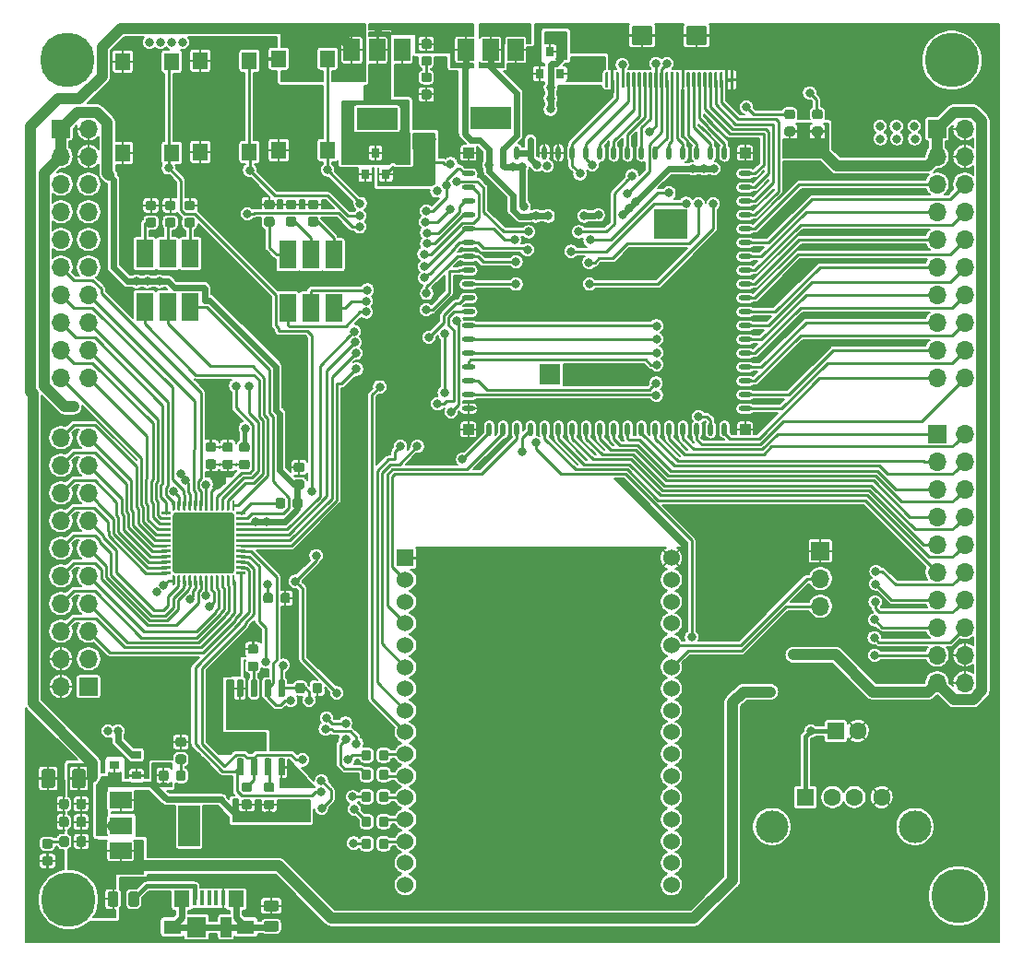
<source format=gbr>
G04 #@! TF.GenerationSoftware,KiCad,Pcbnew,5.1.5-52549c5~86~ubuntu18.04.1*
G04 #@! TF.CreationDate,2020-05-25T12:27:11-05:00*
G04 #@! TF.ProjectId,AICE,41494345-2e6b-4696-9361-645f70636258,rev?*
G04 #@! TF.SameCoordinates,Original*
G04 #@! TF.FileFunction,Copper,L1,Top*
G04 #@! TF.FilePolarity,Positive*
%FSLAX46Y46*%
G04 Gerber Fmt 4.6, Leading zero omitted, Abs format (unit mm)*
G04 Created by KiCad (PCBNEW 5.1.5-52549c5~86~ubuntu18.04.1) date 2020-05-25 12:27:11*
%MOMM*%
%LPD*%
G04 APERTURE LIST*
%ADD10C,1.600000*%
%ADD11R,1.600000X1.600000*%
%ADD12R,0.900000X0.800000*%
%ADD13C,0.100000*%
%ADD14R,1.600000X2.600000*%
%ADD15C,5.000000*%
%ADD16O,1.700000X1.700000*%
%ADD17R,1.700000X1.700000*%
%ADD18C,3.000000*%
%ADD19R,0.450000X1.380000*%
%ADD20R,1.425000X1.550000*%
%ADD21R,1.650000X1.300000*%
%ADD22R,1.800000X1.900000*%
%ADD23R,1.000000X1.900000*%
%ADD24R,1.400000X1.600000*%
%ADD25C,1.524000*%
%ADD26R,1.524000X1.524000*%
%ADD27O,0.500000X1.200000*%
%ADD28O,1.200000X0.500000*%
%ADD29R,1.000000X1.000000*%
%ADD30R,3.020000X2.670000*%
%ADD31R,1.980000X1.980000*%
%ADD32R,2.000000X1.500000*%
%ADD33R,2.000000X3.800000*%
%ADD34R,1.500000X2.000000*%
%ADD35R,3.800000X2.000000*%
%ADD36R,0.800000X0.900000*%
%ADD37C,0.800000*%
%ADD38C,0.250000*%
%ADD39C,0.400000*%
%ADD40C,0.600000*%
%ADD41C,1.000000*%
%ADD42C,0.200000*%
G04 APERTURE END LIST*
D10*
X109700000Y-129300000D03*
D11*
X107700000Y-129300000D03*
D12*
X41510000Y-132450000D03*
X43510000Y-131500000D03*
X43510000Y-133400000D03*
G04 #@! TA.AperFunction,SMDPad,CuDef*
D13*
G36*
X98252351Y-68800361D02*
G01*
X98259632Y-68801441D01*
X98266771Y-68803229D01*
X98273701Y-68805709D01*
X98280355Y-68808856D01*
X98286668Y-68812640D01*
X98292579Y-68817024D01*
X98298033Y-68821967D01*
X98302976Y-68827421D01*
X98307360Y-68833332D01*
X98311144Y-68839645D01*
X98314291Y-68846299D01*
X98316771Y-68853229D01*
X98318559Y-68860368D01*
X98319639Y-68867649D01*
X98320000Y-68875000D01*
X98320000Y-70095000D01*
X98319639Y-70102351D01*
X98318559Y-70109632D01*
X98316771Y-70116771D01*
X98314291Y-70123701D01*
X98311144Y-70130355D01*
X98307360Y-70136668D01*
X98302976Y-70142579D01*
X98298033Y-70148033D01*
X98292579Y-70152976D01*
X98286668Y-70157360D01*
X98280355Y-70161144D01*
X98273701Y-70164291D01*
X98266771Y-70166771D01*
X98259632Y-70168559D01*
X98252351Y-70169639D01*
X98245000Y-70170000D01*
X98095000Y-70170000D01*
X98087649Y-70169639D01*
X98080368Y-70168559D01*
X98073229Y-70166771D01*
X98066299Y-70164291D01*
X98059645Y-70161144D01*
X98053332Y-70157360D01*
X98047421Y-70152976D01*
X98041967Y-70148033D01*
X98037024Y-70142579D01*
X98032640Y-70136668D01*
X98028856Y-70130355D01*
X98025709Y-70123701D01*
X98023229Y-70116771D01*
X98021441Y-70109632D01*
X98020361Y-70102351D01*
X98020000Y-70095000D01*
X98020000Y-68875000D01*
X98020361Y-68867649D01*
X98021441Y-68860368D01*
X98023229Y-68853229D01*
X98025709Y-68846299D01*
X98028856Y-68839645D01*
X98032640Y-68833332D01*
X98037024Y-68827421D01*
X98041967Y-68821967D01*
X98047421Y-68817024D01*
X98053332Y-68812640D01*
X98059645Y-68808856D01*
X98066299Y-68805709D01*
X98073229Y-68803229D01*
X98080368Y-68801441D01*
X98087649Y-68800361D01*
X98095000Y-68800000D01*
X98245000Y-68800000D01*
X98252351Y-68800361D01*
G37*
G04 #@! TD.AperFunction*
G04 #@! TA.AperFunction,SMDPad,CuDef*
G36*
X97752351Y-68800361D02*
G01*
X97759632Y-68801441D01*
X97766771Y-68803229D01*
X97773701Y-68805709D01*
X97780355Y-68808856D01*
X97786668Y-68812640D01*
X97792579Y-68817024D01*
X97798033Y-68821967D01*
X97802976Y-68827421D01*
X97807360Y-68833332D01*
X97811144Y-68839645D01*
X97814291Y-68846299D01*
X97816771Y-68853229D01*
X97818559Y-68860368D01*
X97819639Y-68867649D01*
X97820000Y-68875000D01*
X97820000Y-70095000D01*
X97819639Y-70102351D01*
X97818559Y-70109632D01*
X97816771Y-70116771D01*
X97814291Y-70123701D01*
X97811144Y-70130355D01*
X97807360Y-70136668D01*
X97802976Y-70142579D01*
X97798033Y-70148033D01*
X97792579Y-70152976D01*
X97786668Y-70157360D01*
X97780355Y-70161144D01*
X97773701Y-70164291D01*
X97766771Y-70166771D01*
X97759632Y-70168559D01*
X97752351Y-70169639D01*
X97745000Y-70170000D01*
X97595000Y-70170000D01*
X97587649Y-70169639D01*
X97580368Y-70168559D01*
X97573229Y-70166771D01*
X97566299Y-70164291D01*
X97559645Y-70161144D01*
X97553332Y-70157360D01*
X97547421Y-70152976D01*
X97541967Y-70148033D01*
X97537024Y-70142579D01*
X97532640Y-70136668D01*
X97528856Y-70130355D01*
X97525709Y-70123701D01*
X97523229Y-70116771D01*
X97521441Y-70109632D01*
X97520361Y-70102351D01*
X97520000Y-70095000D01*
X97520000Y-68875000D01*
X97520361Y-68867649D01*
X97521441Y-68860368D01*
X97523229Y-68853229D01*
X97525709Y-68846299D01*
X97528856Y-68839645D01*
X97532640Y-68833332D01*
X97537024Y-68827421D01*
X97541967Y-68821967D01*
X97547421Y-68817024D01*
X97553332Y-68812640D01*
X97559645Y-68808856D01*
X97566299Y-68805709D01*
X97573229Y-68803229D01*
X97580368Y-68801441D01*
X97587649Y-68800361D01*
X97595000Y-68800000D01*
X97745000Y-68800000D01*
X97752351Y-68800361D01*
G37*
G04 #@! TD.AperFunction*
G04 #@! TA.AperFunction,SMDPad,CuDef*
G36*
X97252351Y-68800361D02*
G01*
X97259632Y-68801441D01*
X97266771Y-68803229D01*
X97273701Y-68805709D01*
X97280355Y-68808856D01*
X97286668Y-68812640D01*
X97292579Y-68817024D01*
X97298033Y-68821967D01*
X97302976Y-68827421D01*
X97307360Y-68833332D01*
X97311144Y-68839645D01*
X97314291Y-68846299D01*
X97316771Y-68853229D01*
X97318559Y-68860368D01*
X97319639Y-68867649D01*
X97320000Y-68875000D01*
X97320000Y-70095000D01*
X97319639Y-70102351D01*
X97318559Y-70109632D01*
X97316771Y-70116771D01*
X97314291Y-70123701D01*
X97311144Y-70130355D01*
X97307360Y-70136668D01*
X97302976Y-70142579D01*
X97298033Y-70148033D01*
X97292579Y-70152976D01*
X97286668Y-70157360D01*
X97280355Y-70161144D01*
X97273701Y-70164291D01*
X97266771Y-70166771D01*
X97259632Y-70168559D01*
X97252351Y-70169639D01*
X97245000Y-70170000D01*
X97095000Y-70170000D01*
X97087649Y-70169639D01*
X97080368Y-70168559D01*
X97073229Y-70166771D01*
X97066299Y-70164291D01*
X97059645Y-70161144D01*
X97053332Y-70157360D01*
X97047421Y-70152976D01*
X97041967Y-70148033D01*
X97037024Y-70142579D01*
X97032640Y-70136668D01*
X97028856Y-70130355D01*
X97025709Y-70123701D01*
X97023229Y-70116771D01*
X97021441Y-70109632D01*
X97020361Y-70102351D01*
X97020000Y-70095000D01*
X97020000Y-68875000D01*
X97020361Y-68867649D01*
X97021441Y-68860368D01*
X97023229Y-68853229D01*
X97025709Y-68846299D01*
X97028856Y-68839645D01*
X97032640Y-68833332D01*
X97037024Y-68827421D01*
X97041967Y-68821967D01*
X97047421Y-68817024D01*
X97053332Y-68812640D01*
X97059645Y-68808856D01*
X97066299Y-68805709D01*
X97073229Y-68803229D01*
X97080368Y-68801441D01*
X97087649Y-68800361D01*
X97095000Y-68800000D01*
X97245000Y-68800000D01*
X97252351Y-68800361D01*
G37*
G04 #@! TD.AperFunction*
G04 #@! TA.AperFunction,SMDPad,CuDef*
G36*
X96752351Y-68800361D02*
G01*
X96759632Y-68801441D01*
X96766771Y-68803229D01*
X96773701Y-68805709D01*
X96780355Y-68808856D01*
X96786668Y-68812640D01*
X96792579Y-68817024D01*
X96798033Y-68821967D01*
X96802976Y-68827421D01*
X96807360Y-68833332D01*
X96811144Y-68839645D01*
X96814291Y-68846299D01*
X96816771Y-68853229D01*
X96818559Y-68860368D01*
X96819639Y-68867649D01*
X96820000Y-68875000D01*
X96820000Y-70095000D01*
X96819639Y-70102351D01*
X96818559Y-70109632D01*
X96816771Y-70116771D01*
X96814291Y-70123701D01*
X96811144Y-70130355D01*
X96807360Y-70136668D01*
X96802976Y-70142579D01*
X96798033Y-70148033D01*
X96792579Y-70152976D01*
X96786668Y-70157360D01*
X96780355Y-70161144D01*
X96773701Y-70164291D01*
X96766771Y-70166771D01*
X96759632Y-70168559D01*
X96752351Y-70169639D01*
X96745000Y-70170000D01*
X96595000Y-70170000D01*
X96587649Y-70169639D01*
X96580368Y-70168559D01*
X96573229Y-70166771D01*
X96566299Y-70164291D01*
X96559645Y-70161144D01*
X96553332Y-70157360D01*
X96547421Y-70152976D01*
X96541967Y-70148033D01*
X96537024Y-70142579D01*
X96532640Y-70136668D01*
X96528856Y-70130355D01*
X96525709Y-70123701D01*
X96523229Y-70116771D01*
X96521441Y-70109632D01*
X96520361Y-70102351D01*
X96520000Y-70095000D01*
X96520000Y-68875000D01*
X96520361Y-68867649D01*
X96521441Y-68860368D01*
X96523229Y-68853229D01*
X96525709Y-68846299D01*
X96528856Y-68839645D01*
X96532640Y-68833332D01*
X96537024Y-68827421D01*
X96541967Y-68821967D01*
X96547421Y-68817024D01*
X96553332Y-68812640D01*
X96559645Y-68808856D01*
X96566299Y-68805709D01*
X96573229Y-68803229D01*
X96580368Y-68801441D01*
X96587649Y-68800361D01*
X96595000Y-68800000D01*
X96745000Y-68800000D01*
X96752351Y-68800361D01*
G37*
G04 #@! TD.AperFunction*
G04 #@! TA.AperFunction,SMDPad,CuDef*
G36*
X96252351Y-68800361D02*
G01*
X96259632Y-68801441D01*
X96266771Y-68803229D01*
X96273701Y-68805709D01*
X96280355Y-68808856D01*
X96286668Y-68812640D01*
X96292579Y-68817024D01*
X96298033Y-68821967D01*
X96302976Y-68827421D01*
X96307360Y-68833332D01*
X96311144Y-68839645D01*
X96314291Y-68846299D01*
X96316771Y-68853229D01*
X96318559Y-68860368D01*
X96319639Y-68867649D01*
X96320000Y-68875000D01*
X96320000Y-70095000D01*
X96319639Y-70102351D01*
X96318559Y-70109632D01*
X96316771Y-70116771D01*
X96314291Y-70123701D01*
X96311144Y-70130355D01*
X96307360Y-70136668D01*
X96302976Y-70142579D01*
X96298033Y-70148033D01*
X96292579Y-70152976D01*
X96286668Y-70157360D01*
X96280355Y-70161144D01*
X96273701Y-70164291D01*
X96266771Y-70166771D01*
X96259632Y-70168559D01*
X96252351Y-70169639D01*
X96245000Y-70170000D01*
X96095000Y-70170000D01*
X96087649Y-70169639D01*
X96080368Y-70168559D01*
X96073229Y-70166771D01*
X96066299Y-70164291D01*
X96059645Y-70161144D01*
X96053332Y-70157360D01*
X96047421Y-70152976D01*
X96041967Y-70148033D01*
X96037024Y-70142579D01*
X96032640Y-70136668D01*
X96028856Y-70130355D01*
X96025709Y-70123701D01*
X96023229Y-70116771D01*
X96021441Y-70109632D01*
X96020361Y-70102351D01*
X96020000Y-70095000D01*
X96020000Y-68875000D01*
X96020361Y-68867649D01*
X96021441Y-68860368D01*
X96023229Y-68853229D01*
X96025709Y-68846299D01*
X96028856Y-68839645D01*
X96032640Y-68833332D01*
X96037024Y-68827421D01*
X96041967Y-68821967D01*
X96047421Y-68817024D01*
X96053332Y-68812640D01*
X96059645Y-68808856D01*
X96066299Y-68805709D01*
X96073229Y-68803229D01*
X96080368Y-68801441D01*
X96087649Y-68800361D01*
X96095000Y-68800000D01*
X96245000Y-68800000D01*
X96252351Y-68800361D01*
G37*
G04 #@! TD.AperFunction*
G04 #@! TA.AperFunction,SMDPad,CuDef*
G36*
X95752351Y-68800361D02*
G01*
X95759632Y-68801441D01*
X95766771Y-68803229D01*
X95773701Y-68805709D01*
X95780355Y-68808856D01*
X95786668Y-68812640D01*
X95792579Y-68817024D01*
X95798033Y-68821967D01*
X95802976Y-68827421D01*
X95807360Y-68833332D01*
X95811144Y-68839645D01*
X95814291Y-68846299D01*
X95816771Y-68853229D01*
X95818559Y-68860368D01*
X95819639Y-68867649D01*
X95820000Y-68875000D01*
X95820000Y-70095000D01*
X95819639Y-70102351D01*
X95818559Y-70109632D01*
X95816771Y-70116771D01*
X95814291Y-70123701D01*
X95811144Y-70130355D01*
X95807360Y-70136668D01*
X95802976Y-70142579D01*
X95798033Y-70148033D01*
X95792579Y-70152976D01*
X95786668Y-70157360D01*
X95780355Y-70161144D01*
X95773701Y-70164291D01*
X95766771Y-70166771D01*
X95759632Y-70168559D01*
X95752351Y-70169639D01*
X95745000Y-70170000D01*
X95595000Y-70170000D01*
X95587649Y-70169639D01*
X95580368Y-70168559D01*
X95573229Y-70166771D01*
X95566299Y-70164291D01*
X95559645Y-70161144D01*
X95553332Y-70157360D01*
X95547421Y-70152976D01*
X95541967Y-70148033D01*
X95537024Y-70142579D01*
X95532640Y-70136668D01*
X95528856Y-70130355D01*
X95525709Y-70123701D01*
X95523229Y-70116771D01*
X95521441Y-70109632D01*
X95520361Y-70102351D01*
X95520000Y-70095000D01*
X95520000Y-68875000D01*
X95520361Y-68867649D01*
X95521441Y-68860368D01*
X95523229Y-68853229D01*
X95525709Y-68846299D01*
X95528856Y-68839645D01*
X95532640Y-68833332D01*
X95537024Y-68827421D01*
X95541967Y-68821967D01*
X95547421Y-68817024D01*
X95553332Y-68812640D01*
X95559645Y-68808856D01*
X95566299Y-68805709D01*
X95573229Y-68803229D01*
X95580368Y-68801441D01*
X95587649Y-68800361D01*
X95595000Y-68800000D01*
X95745000Y-68800000D01*
X95752351Y-68800361D01*
G37*
G04 #@! TD.AperFunction*
G04 #@! TA.AperFunction,SMDPad,CuDef*
G36*
X95252351Y-68800361D02*
G01*
X95259632Y-68801441D01*
X95266771Y-68803229D01*
X95273701Y-68805709D01*
X95280355Y-68808856D01*
X95286668Y-68812640D01*
X95292579Y-68817024D01*
X95298033Y-68821967D01*
X95302976Y-68827421D01*
X95307360Y-68833332D01*
X95311144Y-68839645D01*
X95314291Y-68846299D01*
X95316771Y-68853229D01*
X95318559Y-68860368D01*
X95319639Y-68867649D01*
X95320000Y-68875000D01*
X95320000Y-70095000D01*
X95319639Y-70102351D01*
X95318559Y-70109632D01*
X95316771Y-70116771D01*
X95314291Y-70123701D01*
X95311144Y-70130355D01*
X95307360Y-70136668D01*
X95302976Y-70142579D01*
X95298033Y-70148033D01*
X95292579Y-70152976D01*
X95286668Y-70157360D01*
X95280355Y-70161144D01*
X95273701Y-70164291D01*
X95266771Y-70166771D01*
X95259632Y-70168559D01*
X95252351Y-70169639D01*
X95245000Y-70170000D01*
X95095000Y-70170000D01*
X95087649Y-70169639D01*
X95080368Y-70168559D01*
X95073229Y-70166771D01*
X95066299Y-70164291D01*
X95059645Y-70161144D01*
X95053332Y-70157360D01*
X95047421Y-70152976D01*
X95041967Y-70148033D01*
X95037024Y-70142579D01*
X95032640Y-70136668D01*
X95028856Y-70130355D01*
X95025709Y-70123701D01*
X95023229Y-70116771D01*
X95021441Y-70109632D01*
X95020361Y-70102351D01*
X95020000Y-70095000D01*
X95020000Y-68875000D01*
X95020361Y-68867649D01*
X95021441Y-68860368D01*
X95023229Y-68853229D01*
X95025709Y-68846299D01*
X95028856Y-68839645D01*
X95032640Y-68833332D01*
X95037024Y-68827421D01*
X95041967Y-68821967D01*
X95047421Y-68817024D01*
X95053332Y-68812640D01*
X95059645Y-68808856D01*
X95066299Y-68805709D01*
X95073229Y-68803229D01*
X95080368Y-68801441D01*
X95087649Y-68800361D01*
X95095000Y-68800000D01*
X95245000Y-68800000D01*
X95252351Y-68800361D01*
G37*
G04 #@! TD.AperFunction*
G04 #@! TA.AperFunction,SMDPad,CuDef*
G36*
X94752351Y-68800361D02*
G01*
X94759632Y-68801441D01*
X94766771Y-68803229D01*
X94773701Y-68805709D01*
X94780355Y-68808856D01*
X94786668Y-68812640D01*
X94792579Y-68817024D01*
X94798033Y-68821967D01*
X94802976Y-68827421D01*
X94807360Y-68833332D01*
X94811144Y-68839645D01*
X94814291Y-68846299D01*
X94816771Y-68853229D01*
X94818559Y-68860368D01*
X94819639Y-68867649D01*
X94820000Y-68875000D01*
X94820000Y-70095000D01*
X94819639Y-70102351D01*
X94818559Y-70109632D01*
X94816771Y-70116771D01*
X94814291Y-70123701D01*
X94811144Y-70130355D01*
X94807360Y-70136668D01*
X94802976Y-70142579D01*
X94798033Y-70148033D01*
X94792579Y-70152976D01*
X94786668Y-70157360D01*
X94780355Y-70161144D01*
X94773701Y-70164291D01*
X94766771Y-70166771D01*
X94759632Y-70168559D01*
X94752351Y-70169639D01*
X94745000Y-70170000D01*
X94595000Y-70170000D01*
X94587649Y-70169639D01*
X94580368Y-70168559D01*
X94573229Y-70166771D01*
X94566299Y-70164291D01*
X94559645Y-70161144D01*
X94553332Y-70157360D01*
X94547421Y-70152976D01*
X94541967Y-70148033D01*
X94537024Y-70142579D01*
X94532640Y-70136668D01*
X94528856Y-70130355D01*
X94525709Y-70123701D01*
X94523229Y-70116771D01*
X94521441Y-70109632D01*
X94520361Y-70102351D01*
X94520000Y-70095000D01*
X94520000Y-68875000D01*
X94520361Y-68867649D01*
X94521441Y-68860368D01*
X94523229Y-68853229D01*
X94525709Y-68846299D01*
X94528856Y-68839645D01*
X94532640Y-68833332D01*
X94537024Y-68827421D01*
X94541967Y-68821967D01*
X94547421Y-68817024D01*
X94553332Y-68812640D01*
X94559645Y-68808856D01*
X94566299Y-68805709D01*
X94573229Y-68803229D01*
X94580368Y-68801441D01*
X94587649Y-68800361D01*
X94595000Y-68800000D01*
X94745000Y-68800000D01*
X94752351Y-68800361D01*
G37*
G04 #@! TD.AperFunction*
G04 #@! TA.AperFunction,SMDPad,CuDef*
G36*
X94252351Y-68800361D02*
G01*
X94259632Y-68801441D01*
X94266771Y-68803229D01*
X94273701Y-68805709D01*
X94280355Y-68808856D01*
X94286668Y-68812640D01*
X94292579Y-68817024D01*
X94298033Y-68821967D01*
X94302976Y-68827421D01*
X94307360Y-68833332D01*
X94311144Y-68839645D01*
X94314291Y-68846299D01*
X94316771Y-68853229D01*
X94318559Y-68860368D01*
X94319639Y-68867649D01*
X94320000Y-68875000D01*
X94320000Y-70095000D01*
X94319639Y-70102351D01*
X94318559Y-70109632D01*
X94316771Y-70116771D01*
X94314291Y-70123701D01*
X94311144Y-70130355D01*
X94307360Y-70136668D01*
X94302976Y-70142579D01*
X94298033Y-70148033D01*
X94292579Y-70152976D01*
X94286668Y-70157360D01*
X94280355Y-70161144D01*
X94273701Y-70164291D01*
X94266771Y-70166771D01*
X94259632Y-70168559D01*
X94252351Y-70169639D01*
X94245000Y-70170000D01*
X94095000Y-70170000D01*
X94087649Y-70169639D01*
X94080368Y-70168559D01*
X94073229Y-70166771D01*
X94066299Y-70164291D01*
X94059645Y-70161144D01*
X94053332Y-70157360D01*
X94047421Y-70152976D01*
X94041967Y-70148033D01*
X94037024Y-70142579D01*
X94032640Y-70136668D01*
X94028856Y-70130355D01*
X94025709Y-70123701D01*
X94023229Y-70116771D01*
X94021441Y-70109632D01*
X94020361Y-70102351D01*
X94020000Y-70095000D01*
X94020000Y-68875000D01*
X94020361Y-68867649D01*
X94021441Y-68860368D01*
X94023229Y-68853229D01*
X94025709Y-68846299D01*
X94028856Y-68839645D01*
X94032640Y-68833332D01*
X94037024Y-68827421D01*
X94041967Y-68821967D01*
X94047421Y-68817024D01*
X94053332Y-68812640D01*
X94059645Y-68808856D01*
X94066299Y-68805709D01*
X94073229Y-68803229D01*
X94080368Y-68801441D01*
X94087649Y-68800361D01*
X94095000Y-68800000D01*
X94245000Y-68800000D01*
X94252351Y-68800361D01*
G37*
G04 #@! TD.AperFunction*
G04 #@! TA.AperFunction,SMDPad,CuDef*
G36*
X93752351Y-68800361D02*
G01*
X93759632Y-68801441D01*
X93766771Y-68803229D01*
X93773701Y-68805709D01*
X93780355Y-68808856D01*
X93786668Y-68812640D01*
X93792579Y-68817024D01*
X93798033Y-68821967D01*
X93802976Y-68827421D01*
X93807360Y-68833332D01*
X93811144Y-68839645D01*
X93814291Y-68846299D01*
X93816771Y-68853229D01*
X93818559Y-68860368D01*
X93819639Y-68867649D01*
X93820000Y-68875000D01*
X93820000Y-70095000D01*
X93819639Y-70102351D01*
X93818559Y-70109632D01*
X93816771Y-70116771D01*
X93814291Y-70123701D01*
X93811144Y-70130355D01*
X93807360Y-70136668D01*
X93802976Y-70142579D01*
X93798033Y-70148033D01*
X93792579Y-70152976D01*
X93786668Y-70157360D01*
X93780355Y-70161144D01*
X93773701Y-70164291D01*
X93766771Y-70166771D01*
X93759632Y-70168559D01*
X93752351Y-70169639D01*
X93745000Y-70170000D01*
X93595000Y-70170000D01*
X93587649Y-70169639D01*
X93580368Y-70168559D01*
X93573229Y-70166771D01*
X93566299Y-70164291D01*
X93559645Y-70161144D01*
X93553332Y-70157360D01*
X93547421Y-70152976D01*
X93541967Y-70148033D01*
X93537024Y-70142579D01*
X93532640Y-70136668D01*
X93528856Y-70130355D01*
X93525709Y-70123701D01*
X93523229Y-70116771D01*
X93521441Y-70109632D01*
X93520361Y-70102351D01*
X93520000Y-70095000D01*
X93520000Y-68875000D01*
X93520361Y-68867649D01*
X93521441Y-68860368D01*
X93523229Y-68853229D01*
X93525709Y-68846299D01*
X93528856Y-68839645D01*
X93532640Y-68833332D01*
X93537024Y-68827421D01*
X93541967Y-68821967D01*
X93547421Y-68817024D01*
X93553332Y-68812640D01*
X93559645Y-68808856D01*
X93566299Y-68805709D01*
X93573229Y-68803229D01*
X93580368Y-68801441D01*
X93587649Y-68800361D01*
X93595000Y-68800000D01*
X93745000Y-68800000D01*
X93752351Y-68800361D01*
G37*
G04 #@! TD.AperFunction*
G04 #@! TA.AperFunction,SMDPad,CuDef*
G36*
X93252351Y-68800361D02*
G01*
X93259632Y-68801441D01*
X93266771Y-68803229D01*
X93273701Y-68805709D01*
X93280355Y-68808856D01*
X93286668Y-68812640D01*
X93292579Y-68817024D01*
X93298033Y-68821967D01*
X93302976Y-68827421D01*
X93307360Y-68833332D01*
X93311144Y-68839645D01*
X93314291Y-68846299D01*
X93316771Y-68853229D01*
X93318559Y-68860368D01*
X93319639Y-68867649D01*
X93320000Y-68875000D01*
X93320000Y-70095000D01*
X93319639Y-70102351D01*
X93318559Y-70109632D01*
X93316771Y-70116771D01*
X93314291Y-70123701D01*
X93311144Y-70130355D01*
X93307360Y-70136668D01*
X93302976Y-70142579D01*
X93298033Y-70148033D01*
X93292579Y-70152976D01*
X93286668Y-70157360D01*
X93280355Y-70161144D01*
X93273701Y-70164291D01*
X93266771Y-70166771D01*
X93259632Y-70168559D01*
X93252351Y-70169639D01*
X93245000Y-70170000D01*
X93095000Y-70170000D01*
X93087649Y-70169639D01*
X93080368Y-70168559D01*
X93073229Y-70166771D01*
X93066299Y-70164291D01*
X93059645Y-70161144D01*
X93053332Y-70157360D01*
X93047421Y-70152976D01*
X93041967Y-70148033D01*
X93037024Y-70142579D01*
X93032640Y-70136668D01*
X93028856Y-70130355D01*
X93025709Y-70123701D01*
X93023229Y-70116771D01*
X93021441Y-70109632D01*
X93020361Y-70102351D01*
X93020000Y-70095000D01*
X93020000Y-68875000D01*
X93020361Y-68867649D01*
X93021441Y-68860368D01*
X93023229Y-68853229D01*
X93025709Y-68846299D01*
X93028856Y-68839645D01*
X93032640Y-68833332D01*
X93037024Y-68827421D01*
X93041967Y-68821967D01*
X93047421Y-68817024D01*
X93053332Y-68812640D01*
X93059645Y-68808856D01*
X93066299Y-68805709D01*
X93073229Y-68803229D01*
X93080368Y-68801441D01*
X93087649Y-68800361D01*
X93095000Y-68800000D01*
X93245000Y-68800000D01*
X93252351Y-68800361D01*
G37*
G04 #@! TD.AperFunction*
G04 #@! TA.AperFunction,SMDPad,CuDef*
G36*
X92752351Y-68800361D02*
G01*
X92759632Y-68801441D01*
X92766771Y-68803229D01*
X92773701Y-68805709D01*
X92780355Y-68808856D01*
X92786668Y-68812640D01*
X92792579Y-68817024D01*
X92798033Y-68821967D01*
X92802976Y-68827421D01*
X92807360Y-68833332D01*
X92811144Y-68839645D01*
X92814291Y-68846299D01*
X92816771Y-68853229D01*
X92818559Y-68860368D01*
X92819639Y-68867649D01*
X92820000Y-68875000D01*
X92820000Y-70095000D01*
X92819639Y-70102351D01*
X92818559Y-70109632D01*
X92816771Y-70116771D01*
X92814291Y-70123701D01*
X92811144Y-70130355D01*
X92807360Y-70136668D01*
X92802976Y-70142579D01*
X92798033Y-70148033D01*
X92792579Y-70152976D01*
X92786668Y-70157360D01*
X92780355Y-70161144D01*
X92773701Y-70164291D01*
X92766771Y-70166771D01*
X92759632Y-70168559D01*
X92752351Y-70169639D01*
X92745000Y-70170000D01*
X92595000Y-70170000D01*
X92587649Y-70169639D01*
X92580368Y-70168559D01*
X92573229Y-70166771D01*
X92566299Y-70164291D01*
X92559645Y-70161144D01*
X92553332Y-70157360D01*
X92547421Y-70152976D01*
X92541967Y-70148033D01*
X92537024Y-70142579D01*
X92532640Y-70136668D01*
X92528856Y-70130355D01*
X92525709Y-70123701D01*
X92523229Y-70116771D01*
X92521441Y-70109632D01*
X92520361Y-70102351D01*
X92520000Y-70095000D01*
X92520000Y-68875000D01*
X92520361Y-68867649D01*
X92521441Y-68860368D01*
X92523229Y-68853229D01*
X92525709Y-68846299D01*
X92528856Y-68839645D01*
X92532640Y-68833332D01*
X92537024Y-68827421D01*
X92541967Y-68821967D01*
X92547421Y-68817024D01*
X92553332Y-68812640D01*
X92559645Y-68808856D01*
X92566299Y-68805709D01*
X92573229Y-68803229D01*
X92580368Y-68801441D01*
X92587649Y-68800361D01*
X92595000Y-68800000D01*
X92745000Y-68800000D01*
X92752351Y-68800361D01*
G37*
G04 #@! TD.AperFunction*
G04 #@! TA.AperFunction,SMDPad,CuDef*
G36*
X92252351Y-68800361D02*
G01*
X92259632Y-68801441D01*
X92266771Y-68803229D01*
X92273701Y-68805709D01*
X92280355Y-68808856D01*
X92286668Y-68812640D01*
X92292579Y-68817024D01*
X92298033Y-68821967D01*
X92302976Y-68827421D01*
X92307360Y-68833332D01*
X92311144Y-68839645D01*
X92314291Y-68846299D01*
X92316771Y-68853229D01*
X92318559Y-68860368D01*
X92319639Y-68867649D01*
X92320000Y-68875000D01*
X92320000Y-70095000D01*
X92319639Y-70102351D01*
X92318559Y-70109632D01*
X92316771Y-70116771D01*
X92314291Y-70123701D01*
X92311144Y-70130355D01*
X92307360Y-70136668D01*
X92302976Y-70142579D01*
X92298033Y-70148033D01*
X92292579Y-70152976D01*
X92286668Y-70157360D01*
X92280355Y-70161144D01*
X92273701Y-70164291D01*
X92266771Y-70166771D01*
X92259632Y-70168559D01*
X92252351Y-70169639D01*
X92245000Y-70170000D01*
X92095000Y-70170000D01*
X92087649Y-70169639D01*
X92080368Y-70168559D01*
X92073229Y-70166771D01*
X92066299Y-70164291D01*
X92059645Y-70161144D01*
X92053332Y-70157360D01*
X92047421Y-70152976D01*
X92041967Y-70148033D01*
X92037024Y-70142579D01*
X92032640Y-70136668D01*
X92028856Y-70130355D01*
X92025709Y-70123701D01*
X92023229Y-70116771D01*
X92021441Y-70109632D01*
X92020361Y-70102351D01*
X92020000Y-70095000D01*
X92020000Y-68875000D01*
X92020361Y-68867649D01*
X92021441Y-68860368D01*
X92023229Y-68853229D01*
X92025709Y-68846299D01*
X92028856Y-68839645D01*
X92032640Y-68833332D01*
X92037024Y-68827421D01*
X92041967Y-68821967D01*
X92047421Y-68817024D01*
X92053332Y-68812640D01*
X92059645Y-68808856D01*
X92066299Y-68805709D01*
X92073229Y-68803229D01*
X92080368Y-68801441D01*
X92087649Y-68800361D01*
X92095000Y-68800000D01*
X92245000Y-68800000D01*
X92252351Y-68800361D01*
G37*
G04 #@! TD.AperFunction*
G04 #@! TA.AperFunction,SMDPad,CuDef*
G36*
X91752351Y-68800361D02*
G01*
X91759632Y-68801441D01*
X91766771Y-68803229D01*
X91773701Y-68805709D01*
X91780355Y-68808856D01*
X91786668Y-68812640D01*
X91792579Y-68817024D01*
X91798033Y-68821967D01*
X91802976Y-68827421D01*
X91807360Y-68833332D01*
X91811144Y-68839645D01*
X91814291Y-68846299D01*
X91816771Y-68853229D01*
X91818559Y-68860368D01*
X91819639Y-68867649D01*
X91820000Y-68875000D01*
X91820000Y-70095000D01*
X91819639Y-70102351D01*
X91818559Y-70109632D01*
X91816771Y-70116771D01*
X91814291Y-70123701D01*
X91811144Y-70130355D01*
X91807360Y-70136668D01*
X91802976Y-70142579D01*
X91798033Y-70148033D01*
X91792579Y-70152976D01*
X91786668Y-70157360D01*
X91780355Y-70161144D01*
X91773701Y-70164291D01*
X91766771Y-70166771D01*
X91759632Y-70168559D01*
X91752351Y-70169639D01*
X91745000Y-70170000D01*
X91595000Y-70170000D01*
X91587649Y-70169639D01*
X91580368Y-70168559D01*
X91573229Y-70166771D01*
X91566299Y-70164291D01*
X91559645Y-70161144D01*
X91553332Y-70157360D01*
X91547421Y-70152976D01*
X91541967Y-70148033D01*
X91537024Y-70142579D01*
X91532640Y-70136668D01*
X91528856Y-70130355D01*
X91525709Y-70123701D01*
X91523229Y-70116771D01*
X91521441Y-70109632D01*
X91520361Y-70102351D01*
X91520000Y-70095000D01*
X91520000Y-68875000D01*
X91520361Y-68867649D01*
X91521441Y-68860368D01*
X91523229Y-68853229D01*
X91525709Y-68846299D01*
X91528856Y-68839645D01*
X91532640Y-68833332D01*
X91537024Y-68827421D01*
X91541967Y-68821967D01*
X91547421Y-68817024D01*
X91553332Y-68812640D01*
X91559645Y-68808856D01*
X91566299Y-68805709D01*
X91573229Y-68803229D01*
X91580368Y-68801441D01*
X91587649Y-68800361D01*
X91595000Y-68800000D01*
X91745000Y-68800000D01*
X91752351Y-68800361D01*
G37*
G04 #@! TD.AperFunction*
G04 #@! TA.AperFunction,SMDPad,CuDef*
G36*
X91252351Y-68800361D02*
G01*
X91259632Y-68801441D01*
X91266771Y-68803229D01*
X91273701Y-68805709D01*
X91280355Y-68808856D01*
X91286668Y-68812640D01*
X91292579Y-68817024D01*
X91298033Y-68821967D01*
X91302976Y-68827421D01*
X91307360Y-68833332D01*
X91311144Y-68839645D01*
X91314291Y-68846299D01*
X91316771Y-68853229D01*
X91318559Y-68860368D01*
X91319639Y-68867649D01*
X91320000Y-68875000D01*
X91320000Y-70095000D01*
X91319639Y-70102351D01*
X91318559Y-70109632D01*
X91316771Y-70116771D01*
X91314291Y-70123701D01*
X91311144Y-70130355D01*
X91307360Y-70136668D01*
X91302976Y-70142579D01*
X91298033Y-70148033D01*
X91292579Y-70152976D01*
X91286668Y-70157360D01*
X91280355Y-70161144D01*
X91273701Y-70164291D01*
X91266771Y-70166771D01*
X91259632Y-70168559D01*
X91252351Y-70169639D01*
X91245000Y-70170000D01*
X91095000Y-70170000D01*
X91087649Y-70169639D01*
X91080368Y-70168559D01*
X91073229Y-70166771D01*
X91066299Y-70164291D01*
X91059645Y-70161144D01*
X91053332Y-70157360D01*
X91047421Y-70152976D01*
X91041967Y-70148033D01*
X91037024Y-70142579D01*
X91032640Y-70136668D01*
X91028856Y-70130355D01*
X91025709Y-70123701D01*
X91023229Y-70116771D01*
X91021441Y-70109632D01*
X91020361Y-70102351D01*
X91020000Y-70095000D01*
X91020000Y-68875000D01*
X91020361Y-68867649D01*
X91021441Y-68860368D01*
X91023229Y-68853229D01*
X91025709Y-68846299D01*
X91028856Y-68839645D01*
X91032640Y-68833332D01*
X91037024Y-68827421D01*
X91041967Y-68821967D01*
X91047421Y-68817024D01*
X91053332Y-68812640D01*
X91059645Y-68808856D01*
X91066299Y-68805709D01*
X91073229Y-68803229D01*
X91080368Y-68801441D01*
X91087649Y-68800361D01*
X91095000Y-68800000D01*
X91245000Y-68800000D01*
X91252351Y-68800361D01*
G37*
G04 #@! TD.AperFunction*
G04 #@! TA.AperFunction,SMDPad,CuDef*
G36*
X95644280Y-64541205D02*
G01*
X95668572Y-64544808D01*
X95692394Y-64550776D01*
X95715517Y-64559049D01*
X95737718Y-64569549D01*
X95758782Y-64582175D01*
X95778507Y-64596804D01*
X95796704Y-64613296D01*
X95813196Y-64631493D01*
X95827825Y-64651218D01*
X95840451Y-64672282D01*
X95850951Y-64694483D01*
X95859224Y-64717606D01*
X95865192Y-64741428D01*
X95868795Y-64765720D01*
X95870000Y-64790249D01*
X95870000Y-66039751D01*
X95868795Y-66064280D01*
X95865192Y-66088572D01*
X95859224Y-66112394D01*
X95850951Y-66135517D01*
X95840451Y-66157718D01*
X95827825Y-66178782D01*
X95813196Y-66198507D01*
X95796704Y-66216704D01*
X95778507Y-66233196D01*
X95758782Y-66247825D01*
X95737718Y-66260451D01*
X95715517Y-66270951D01*
X95692394Y-66279224D01*
X95668572Y-66285192D01*
X95644280Y-66288795D01*
X95619751Y-66290000D01*
X94220249Y-66290000D01*
X94195720Y-66288795D01*
X94171428Y-66285192D01*
X94147606Y-66279224D01*
X94124483Y-66270951D01*
X94102282Y-66260451D01*
X94081218Y-66247825D01*
X94061493Y-66233196D01*
X94043296Y-66216704D01*
X94026804Y-66198507D01*
X94012175Y-66178782D01*
X93999549Y-66157718D01*
X93989049Y-66135517D01*
X93980776Y-66112394D01*
X93974808Y-66088572D01*
X93971205Y-66064280D01*
X93970000Y-66039751D01*
X93970000Y-64790249D01*
X93971205Y-64765720D01*
X93974808Y-64741428D01*
X93980776Y-64717606D01*
X93989049Y-64694483D01*
X93999549Y-64672282D01*
X94012175Y-64651218D01*
X94026804Y-64631493D01*
X94043296Y-64613296D01*
X94061493Y-64596804D01*
X94081218Y-64582175D01*
X94102282Y-64569549D01*
X94124483Y-64559049D01*
X94147606Y-64550776D01*
X94171428Y-64544808D01*
X94195720Y-64541205D01*
X94220249Y-64540000D01*
X95619751Y-64540000D01*
X95644280Y-64541205D01*
G37*
G04 #@! TD.AperFunction*
G04 #@! TA.AperFunction,SMDPad,CuDef*
G36*
X90644280Y-64541205D02*
G01*
X90668572Y-64544808D01*
X90692394Y-64550776D01*
X90715517Y-64559049D01*
X90737718Y-64569549D01*
X90758782Y-64582175D01*
X90778507Y-64596804D01*
X90796704Y-64613296D01*
X90813196Y-64631493D01*
X90827825Y-64651218D01*
X90840451Y-64672282D01*
X90850951Y-64694483D01*
X90859224Y-64717606D01*
X90865192Y-64741428D01*
X90868795Y-64765720D01*
X90870000Y-64790249D01*
X90870000Y-66039751D01*
X90868795Y-66064280D01*
X90865192Y-66088572D01*
X90859224Y-66112394D01*
X90850951Y-66135517D01*
X90840451Y-66157718D01*
X90827825Y-66178782D01*
X90813196Y-66198507D01*
X90796704Y-66216704D01*
X90778507Y-66233196D01*
X90758782Y-66247825D01*
X90737718Y-66260451D01*
X90715517Y-66270951D01*
X90692394Y-66279224D01*
X90668572Y-66285192D01*
X90644280Y-66288795D01*
X90619751Y-66290000D01*
X89220249Y-66290000D01*
X89195720Y-66288795D01*
X89171428Y-66285192D01*
X89147606Y-66279224D01*
X89124483Y-66270951D01*
X89102282Y-66260451D01*
X89081218Y-66247825D01*
X89061493Y-66233196D01*
X89043296Y-66216704D01*
X89026804Y-66198507D01*
X89012175Y-66178782D01*
X88999549Y-66157718D01*
X88989049Y-66135517D01*
X88980776Y-66112394D01*
X88974808Y-66088572D01*
X88971205Y-66064280D01*
X88970000Y-66039751D01*
X88970000Y-64790249D01*
X88971205Y-64765720D01*
X88974808Y-64741428D01*
X88980776Y-64717606D01*
X88989049Y-64694483D01*
X88999549Y-64672282D01*
X89012175Y-64651218D01*
X89026804Y-64631493D01*
X89043296Y-64613296D01*
X89061493Y-64596804D01*
X89081218Y-64582175D01*
X89102282Y-64569549D01*
X89124483Y-64559049D01*
X89147606Y-64550776D01*
X89171428Y-64544808D01*
X89195720Y-64541205D01*
X89220249Y-64540000D01*
X90619751Y-64540000D01*
X90644280Y-64541205D01*
G37*
G04 #@! TD.AperFunction*
G04 #@! TA.AperFunction,SMDPad,CuDef*
G36*
X90752351Y-68800361D02*
G01*
X90759632Y-68801441D01*
X90766771Y-68803229D01*
X90773701Y-68805709D01*
X90780355Y-68808856D01*
X90786668Y-68812640D01*
X90792579Y-68817024D01*
X90798033Y-68821967D01*
X90802976Y-68827421D01*
X90807360Y-68833332D01*
X90811144Y-68839645D01*
X90814291Y-68846299D01*
X90816771Y-68853229D01*
X90818559Y-68860368D01*
X90819639Y-68867649D01*
X90820000Y-68875000D01*
X90820000Y-70095000D01*
X90819639Y-70102351D01*
X90818559Y-70109632D01*
X90816771Y-70116771D01*
X90814291Y-70123701D01*
X90811144Y-70130355D01*
X90807360Y-70136668D01*
X90802976Y-70142579D01*
X90798033Y-70148033D01*
X90792579Y-70152976D01*
X90786668Y-70157360D01*
X90780355Y-70161144D01*
X90773701Y-70164291D01*
X90766771Y-70166771D01*
X90759632Y-70168559D01*
X90752351Y-70169639D01*
X90745000Y-70170000D01*
X90595000Y-70170000D01*
X90587649Y-70169639D01*
X90580368Y-70168559D01*
X90573229Y-70166771D01*
X90566299Y-70164291D01*
X90559645Y-70161144D01*
X90553332Y-70157360D01*
X90547421Y-70152976D01*
X90541967Y-70148033D01*
X90537024Y-70142579D01*
X90532640Y-70136668D01*
X90528856Y-70130355D01*
X90525709Y-70123701D01*
X90523229Y-70116771D01*
X90521441Y-70109632D01*
X90520361Y-70102351D01*
X90520000Y-70095000D01*
X90520000Y-68875000D01*
X90520361Y-68867649D01*
X90521441Y-68860368D01*
X90523229Y-68853229D01*
X90525709Y-68846299D01*
X90528856Y-68839645D01*
X90532640Y-68833332D01*
X90537024Y-68827421D01*
X90541967Y-68821967D01*
X90547421Y-68817024D01*
X90553332Y-68812640D01*
X90559645Y-68808856D01*
X90566299Y-68805709D01*
X90573229Y-68803229D01*
X90580368Y-68801441D01*
X90587649Y-68800361D01*
X90595000Y-68800000D01*
X90745000Y-68800000D01*
X90752351Y-68800361D01*
G37*
G04 #@! TD.AperFunction*
G04 #@! TA.AperFunction,SMDPad,CuDef*
G36*
X90252351Y-68800361D02*
G01*
X90259632Y-68801441D01*
X90266771Y-68803229D01*
X90273701Y-68805709D01*
X90280355Y-68808856D01*
X90286668Y-68812640D01*
X90292579Y-68817024D01*
X90298033Y-68821967D01*
X90302976Y-68827421D01*
X90307360Y-68833332D01*
X90311144Y-68839645D01*
X90314291Y-68846299D01*
X90316771Y-68853229D01*
X90318559Y-68860368D01*
X90319639Y-68867649D01*
X90320000Y-68875000D01*
X90320000Y-70095000D01*
X90319639Y-70102351D01*
X90318559Y-70109632D01*
X90316771Y-70116771D01*
X90314291Y-70123701D01*
X90311144Y-70130355D01*
X90307360Y-70136668D01*
X90302976Y-70142579D01*
X90298033Y-70148033D01*
X90292579Y-70152976D01*
X90286668Y-70157360D01*
X90280355Y-70161144D01*
X90273701Y-70164291D01*
X90266771Y-70166771D01*
X90259632Y-70168559D01*
X90252351Y-70169639D01*
X90245000Y-70170000D01*
X90095000Y-70170000D01*
X90087649Y-70169639D01*
X90080368Y-70168559D01*
X90073229Y-70166771D01*
X90066299Y-70164291D01*
X90059645Y-70161144D01*
X90053332Y-70157360D01*
X90047421Y-70152976D01*
X90041967Y-70148033D01*
X90037024Y-70142579D01*
X90032640Y-70136668D01*
X90028856Y-70130355D01*
X90025709Y-70123701D01*
X90023229Y-70116771D01*
X90021441Y-70109632D01*
X90020361Y-70102351D01*
X90020000Y-70095000D01*
X90020000Y-68875000D01*
X90020361Y-68867649D01*
X90021441Y-68860368D01*
X90023229Y-68853229D01*
X90025709Y-68846299D01*
X90028856Y-68839645D01*
X90032640Y-68833332D01*
X90037024Y-68827421D01*
X90041967Y-68821967D01*
X90047421Y-68817024D01*
X90053332Y-68812640D01*
X90059645Y-68808856D01*
X90066299Y-68805709D01*
X90073229Y-68803229D01*
X90080368Y-68801441D01*
X90087649Y-68800361D01*
X90095000Y-68800000D01*
X90245000Y-68800000D01*
X90252351Y-68800361D01*
G37*
G04 #@! TD.AperFunction*
G04 #@! TA.AperFunction,SMDPad,CuDef*
G36*
X89752351Y-68800361D02*
G01*
X89759632Y-68801441D01*
X89766771Y-68803229D01*
X89773701Y-68805709D01*
X89780355Y-68808856D01*
X89786668Y-68812640D01*
X89792579Y-68817024D01*
X89798033Y-68821967D01*
X89802976Y-68827421D01*
X89807360Y-68833332D01*
X89811144Y-68839645D01*
X89814291Y-68846299D01*
X89816771Y-68853229D01*
X89818559Y-68860368D01*
X89819639Y-68867649D01*
X89820000Y-68875000D01*
X89820000Y-70095000D01*
X89819639Y-70102351D01*
X89818559Y-70109632D01*
X89816771Y-70116771D01*
X89814291Y-70123701D01*
X89811144Y-70130355D01*
X89807360Y-70136668D01*
X89802976Y-70142579D01*
X89798033Y-70148033D01*
X89792579Y-70152976D01*
X89786668Y-70157360D01*
X89780355Y-70161144D01*
X89773701Y-70164291D01*
X89766771Y-70166771D01*
X89759632Y-70168559D01*
X89752351Y-70169639D01*
X89745000Y-70170000D01*
X89595000Y-70170000D01*
X89587649Y-70169639D01*
X89580368Y-70168559D01*
X89573229Y-70166771D01*
X89566299Y-70164291D01*
X89559645Y-70161144D01*
X89553332Y-70157360D01*
X89547421Y-70152976D01*
X89541967Y-70148033D01*
X89537024Y-70142579D01*
X89532640Y-70136668D01*
X89528856Y-70130355D01*
X89525709Y-70123701D01*
X89523229Y-70116771D01*
X89521441Y-70109632D01*
X89520361Y-70102351D01*
X89520000Y-70095000D01*
X89520000Y-68875000D01*
X89520361Y-68867649D01*
X89521441Y-68860368D01*
X89523229Y-68853229D01*
X89525709Y-68846299D01*
X89528856Y-68839645D01*
X89532640Y-68833332D01*
X89537024Y-68827421D01*
X89541967Y-68821967D01*
X89547421Y-68817024D01*
X89553332Y-68812640D01*
X89559645Y-68808856D01*
X89566299Y-68805709D01*
X89573229Y-68803229D01*
X89580368Y-68801441D01*
X89587649Y-68800361D01*
X89595000Y-68800000D01*
X89745000Y-68800000D01*
X89752351Y-68800361D01*
G37*
G04 #@! TD.AperFunction*
G04 #@! TA.AperFunction,SMDPad,CuDef*
G36*
X89252351Y-68800361D02*
G01*
X89259632Y-68801441D01*
X89266771Y-68803229D01*
X89273701Y-68805709D01*
X89280355Y-68808856D01*
X89286668Y-68812640D01*
X89292579Y-68817024D01*
X89298033Y-68821967D01*
X89302976Y-68827421D01*
X89307360Y-68833332D01*
X89311144Y-68839645D01*
X89314291Y-68846299D01*
X89316771Y-68853229D01*
X89318559Y-68860368D01*
X89319639Y-68867649D01*
X89320000Y-68875000D01*
X89320000Y-70095000D01*
X89319639Y-70102351D01*
X89318559Y-70109632D01*
X89316771Y-70116771D01*
X89314291Y-70123701D01*
X89311144Y-70130355D01*
X89307360Y-70136668D01*
X89302976Y-70142579D01*
X89298033Y-70148033D01*
X89292579Y-70152976D01*
X89286668Y-70157360D01*
X89280355Y-70161144D01*
X89273701Y-70164291D01*
X89266771Y-70166771D01*
X89259632Y-70168559D01*
X89252351Y-70169639D01*
X89245000Y-70170000D01*
X89095000Y-70170000D01*
X89087649Y-70169639D01*
X89080368Y-70168559D01*
X89073229Y-70166771D01*
X89066299Y-70164291D01*
X89059645Y-70161144D01*
X89053332Y-70157360D01*
X89047421Y-70152976D01*
X89041967Y-70148033D01*
X89037024Y-70142579D01*
X89032640Y-70136668D01*
X89028856Y-70130355D01*
X89025709Y-70123701D01*
X89023229Y-70116771D01*
X89021441Y-70109632D01*
X89020361Y-70102351D01*
X89020000Y-70095000D01*
X89020000Y-68875000D01*
X89020361Y-68867649D01*
X89021441Y-68860368D01*
X89023229Y-68853229D01*
X89025709Y-68846299D01*
X89028856Y-68839645D01*
X89032640Y-68833332D01*
X89037024Y-68827421D01*
X89041967Y-68821967D01*
X89047421Y-68817024D01*
X89053332Y-68812640D01*
X89059645Y-68808856D01*
X89066299Y-68805709D01*
X89073229Y-68803229D01*
X89080368Y-68801441D01*
X89087649Y-68800361D01*
X89095000Y-68800000D01*
X89245000Y-68800000D01*
X89252351Y-68800361D01*
G37*
G04 #@! TD.AperFunction*
G04 #@! TA.AperFunction,SMDPad,CuDef*
G36*
X88752351Y-68800361D02*
G01*
X88759632Y-68801441D01*
X88766771Y-68803229D01*
X88773701Y-68805709D01*
X88780355Y-68808856D01*
X88786668Y-68812640D01*
X88792579Y-68817024D01*
X88798033Y-68821967D01*
X88802976Y-68827421D01*
X88807360Y-68833332D01*
X88811144Y-68839645D01*
X88814291Y-68846299D01*
X88816771Y-68853229D01*
X88818559Y-68860368D01*
X88819639Y-68867649D01*
X88820000Y-68875000D01*
X88820000Y-70095000D01*
X88819639Y-70102351D01*
X88818559Y-70109632D01*
X88816771Y-70116771D01*
X88814291Y-70123701D01*
X88811144Y-70130355D01*
X88807360Y-70136668D01*
X88802976Y-70142579D01*
X88798033Y-70148033D01*
X88792579Y-70152976D01*
X88786668Y-70157360D01*
X88780355Y-70161144D01*
X88773701Y-70164291D01*
X88766771Y-70166771D01*
X88759632Y-70168559D01*
X88752351Y-70169639D01*
X88745000Y-70170000D01*
X88595000Y-70170000D01*
X88587649Y-70169639D01*
X88580368Y-70168559D01*
X88573229Y-70166771D01*
X88566299Y-70164291D01*
X88559645Y-70161144D01*
X88553332Y-70157360D01*
X88547421Y-70152976D01*
X88541967Y-70148033D01*
X88537024Y-70142579D01*
X88532640Y-70136668D01*
X88528856Y-70130355D01*
X88525709Y-70123701D01*
X88523229Y-70116771D01*
X88521441Y-70109632D01*
X88520361Y-70102351D01*
X88520000Y-70095000D01*
X88520000Y-68875000D01*
X88520361Y-68867649D01*
X88521441Y-68860368D01*
X88523229Y-68853229D01*
X88525709Y-68846299D01*
X88528856Y-68839645D01*
X88532640Y-68833332D01*
X88537024Y-68827421D01*
X88541967Y-68821967D01*
X88547421Y-68817024D01*
X88553332Y-68812640D01*
X88559645Y-68808856D01*
X88566299Y-68805709D01*
X88573229Y-68803229D01*
X88580368Y-68801441D01*
X88587649Y-68800361D01*
X88595000Y-68800000D01*
X88745000Y-68800000D01*
X88752351Y-68800361D01*
G37*
G04 #@! TD.AperFunction*
G04 #@! TA.AperFunction,SMDPad,CuDef*
G36*
X88252351Y-68800361D02*
G01*
X88259632Y-68801441D01*
X88266771Y-68803229D01*
X88273701Y-68805709D01*
X88280355Y-68808856D01*
X88286668Y-68812640D01*
X88292579Y-68817024D01*
X88298033Y-68821967D01*
X88302976Y-68827421D01*
X88307360Y-68833332D01*
X88311144Y-68839645D01*
X88314291Y-68846299D01*
X88316771Y-68853229D01*
X88318559Y-68860368D01*
X88319639Y-68867649D01*
X88320000Y-68875000D01*
X88320000Y-70095000D01*
X88319639Y-70102351D01*
X88318559Y-70109632D01*
X88316771Y-70116771D01*
X88314291Y-70123701D01*
X88311144Y-70130355D01*
X88307360Y-70136668D01*
X88302976Y-70142579D01*
X88298033Y-70148033D01*
X88292579Y-70152976D01*
X88286668Y-70157360D01*
X88280355Y-70161144D01*
X88273701Y-70164291D01*
X88266771Y-70166771D01*
X88259632Y-70168559D01*
X88252351Y-70169639D01*
X88245000Y-70170000D01*
X88095000Y-70170000D01*
X88087649Y-70169639D01*
X88080368Y-70168559D01*
X88073229Y-70166771D01*
X88066299Y-70164291D01*
X88059645Y-70161144D01*
X88053332Y-70157360D01*
X88047421Y-70152976D01*
X88041967Y-70148033D01*
X88037024Y-70142579D01*
X88032640Y-70136668D01*
X88028856Y-70130355D01*
X88025709Y-70123701D01*
X88023229Y-70116771D01*
X88021441Y-70109632D01*
X88020361Y-70102351D01*
X88020000Y-70095000D01*
X88020000Y-68875000D01*
X88020361Y-68867649D01*
X88021441Y-68860368D01*
X88023229Y-68853229D01*
X88025709Y-68846299D01*
X88028856Y-68839645D01*
X88032640Y-68833332D01*
X88037024Y-68827421D01*
X88041967Y-68821967D01*
X88047421Y-68817024D01*
X88053332Y-68812640D01*
X88059645Y-68808856D01*
X88066299Y-68805709D01*
X88073229Y-68803229D01*
X88080368Y-68801441D01*
X88087649Y-68800361D01*
X88095000Y-68800000D01*
X88245000Y-68800000D01*
X88252351Y-68800361D01*
G37*
G04 #@! TD.AperFunction*
G04 #@! TA.AperFunction,SMDPad,CuDef*
G36*
X87752351Y-68800361D02*
G01*
X87759632Y-68801441D01*
X87766771Y-68803229D01*
X87773701Y-68805709D01*
X87780355Y-68808856D01*
X87786668Y-68812640D01*
X87792579Y-68817024D01*
X87798033Y-68821967D01*
X87802976Y-68827421D01*
X87807360Y-68833332D01*
X87811144Y-68839645D01*
X87814291Y-68846299D01*
X87816771Y-68853229D01*
X87818559Y-68860368D01*
X87819639Y-68867649D01*
X87820000Y-68875000D01*
X87820000Y-70095000D01*
X87819639Y-70102351D01*
X87818559Y-70109632D01*
X87816771Y-70116771D01*
X87814291Y-70123701D01*
X87811144Y-70130355D01*
X87807360Y-70136668D01*
X87802976Y-70142579D01*
X87798033Y-70148033D01*
X87792579Y-70152976D01*
X87786668Y-70157360D01*
X87780355Y-70161144D01*
X87773701Y-70164291D01*
X87766771Y-70166771D01*
X87759632Y-70168559D01*
X87752351Y-70169639D01*
X87745000Y-70170000D01*
X87595000Y-70170000D01*
X87587649Y-70169639D01*
X87580368Y-70168559D01*
X87573229Y-70166771D01*
X87566299Y-70164291D01*
X87559645Y-70161144D01*
X87553332Y-70157360D01*
X87547421Y-70152976D01*
X87541967Y-70148033D01*
X87537024Y-70142579D01*
X87532640Y-70136668D01*
X87528856Y-70130355D01*
X87525709Y-70123701D01*
X87523229Y-70116771D01*
X87521441Y-70109632D01*
X87520361Y-70102351D01*
X87520000Y-70095000D01*
X87520000Y-68875000D01*
X87520361Y-68867649D01*
X87521441Y-68860368D01*
X87523229Y-68853229D01*
X87525709Y-68846299D01*
X87528856Y-68839645D01*
X87532640Y-68833332D01*
X87537024Y-68827421D01*
X87541967Y-68821967D01*
X87547421Y-68817024D01*
X87553332Y-68812640D01*
X87559645Y-68808856D01*
X87566299Y-68805709D01*
X87573229Y-68803229D01*
X87580368Y-68801441D01*
X87587649Y-68800361D01*
X87595000Y-68800000D01*
X87745000Y-68800000D01*
X87752351Y-68800361D01*
G37*
G04 #@! TD.AperFunction*
G04 #@! TA.AperFunction,SMDPad,CuDef*
G36*
X87252351Y-68800361D02*
G01*
X87259632Y-68801441D01*
X87266771Y-68803229D01*
X87273701Y-68805709D01*
X87280355Y-68808856D01*
X87286668Y-68812640D01*
X87292579Y-68817024D01*
X87298033Y-68821967D01*
X87302976Y-68827421D01*
X87307360Y-68833332D01*
X87311144Y-68839645D01*
X87314291Y-68846299D01*
X87316771Y-68853229D01*
X87318559Y-68860368D01*
X87319639Y-68867649D01*
X87320000Y-68875000D01*
X87320000Y-70095000D01*
X87319639Y-70102351D01*
X87318559Y-70109632D01*
X87316771Y-70116771D01*
X87314291Y-70123701D01*
X87311144Y-70130355D01*
X87307360Y-70136668D01*
X87302976Y-70142579D01*
X87298033Y-70148033D01*
X87292579Y-70152976D01*
X87286668Y-70157360D01*
X87280355Y-70161144D01*
X87273701Y-70164291D01*
X87266771Y-70166771D01*
X87259632Y-70168559D01*
X87252351Y-70169639D01*
X87245000Y-70170000D01*
X87095000Y-70170000D01*
X87087649Y-70169639D01*
X87080368Y-70168559D01*
X87073229Y-70166771D01*
X87066299Y-70164291D01*
X87059645Y-70161144D01*
X87053332Y-70157360D01*
X87047421Y-70152976D01*
X87041967Y-70148033D01*
X87037024Y-70142579D01*
X87032640Y-70136668D01*
X87028856Y-70130355D01*
X87025709Y-70123701D01*
X87023229Y-70116771D01*
X87021441Y-70109632D01*
X87020361Y-70102351D01*
X87020000Y-70095000D01*
X87020000Y-68875000D01*
X87020361Y-68867649D01*
X87021441Y-68860368D01*
X87023229Y-68853229D01*
X87025709Y-68846299D01*
X87028856Y-68839645D01*
X87032640Y-68833332D01*
X87037024Y-68827421D01*
X87041967Y-68821967D01*
X87047421Y-68817024D01*
X87053332Y-68812640D01*
X87059645Y-68808856D01*
X87066299Y-68805709D01*
X87073229Y-68803229D01*
X87080368Y-68801441D01*
X87087649Y-68800361D01*
X87095000Y-68800000D01*
X87245000Y-68800000D01*
X87252351Y-68800361D01*
G37*
G04 #@! TD.AperFunction*
G04 #@! TA.AperFunction,SMDPad,CuDef*
G36*
X86752351Y-68800361D02*
G01*
X86759632Y-68801441D01*
X86766771Y-68803229D01*
X86773701Y-68805709D01*
X86780355Y-68808856D01*
X86786668Y-68812640D01*
X86792579Y-68817024D01*
X86798033Y-68821967D01*
X86802976Y-68827421D01*
X86807360Y-68833332D01*
X86811144Y-68839645D01*
X86814291Y-68846299D01*
X86816771Y-68853229D01*
X86818559Y-68860368D01*
X86819639Y-68867649D01*
X86820000Y-68875000D01*
X86820000Y-70095000D01*
X86819639Y-70102351D01*
X86818559Y-70109632D01*
X86816771Y-70116771D01*
X86814291Y-70123701D01*
X86811144Y-70130355D01*
X86807360Y-70136668D01*
X86802976Y-70142579D01*
X86798033Y-70148033D01*
X86792579Y-70152976D01*
X86786668Y-70157360D01*
X86780355Y-70161144D01*
X86773701Y-70164291D01*
X86766771Y-70166771D01*
X86759632Y-70168559D01*
X86752351Y-70169639D01*
X86745000Y-70170000D01*
X86595000Y-70170000D01*
X86587649Y-70169639D01*
X86580368Y-70168559D01*
X86573229Y-70166771D01*
X86566299Y-70164291D01*
X86559645Y-70161144D01*
X86553332Y-70157360D01*
X86547421Y-70152976D01*
X86541967Y-70148033D01*
X86537024Y-70142579D01*
X86532640Y-70136668D01*
X86528856Y-70130355D01*
X86525709Y-70123701D01*
X86523229Y-70116771D01*
X86521441Y-70109632D01*
X86520361Y-70102351D01*
X86520000Y-70095000D01*
X86520000Y-68875000D01*
X86520361Y-68867649D01*
X86521441Y-68860368D01*
X86523229Y-68853229D01*
X86525709Y-68846299D01*
X86528856Y-68839645D01*
X86532640Y-68833332D01*
X86537024Y-68827421D01*
X86541967Y-68821967D01*
X86547421Y-68817024D01*
X86553332Y-68812640D01*
X86559645Y-68808856D01*
X86566299Y-68805709D01*
X86573229Y-68803229D01*
X86580368Y-68801441D01*
X86587649Y-68800361D01*
X86595000Y-68800000D01*
X86745000Y-68800000D01*
X86752351Y-68800361D01*
G37*
G04 #@! TD.AperFunction*
G04 #@! TA.AperFunction,SMDPad,CuDef*
G36*
X55985691Y-80510053D02*
G01*
X56006926Y-80513203D01*
X56027750Y-80518419D01*
X56047962Y-80525651D01*
X56067368Y-80534830D01*
X56085781Y-80545866D01*
X56103024Y-80558654D01*
X56118930Y-80573070D01*
X56133346Y-80588976D01*
X56146134Y-80606219D01*
X56157170Y-80624632D01*
X56166349Y-80644038D01*
X56173581Y-80664250D01*
X56178797Y-80685074D01*
X56181947Y-80706309D01*
X56183000Y-80727750D01*
X56183000Y-81165250D01*
X56181947Y-81186691D01*
X56178797Y-81207926D01*
X56173581Y-81228750D01*
X56166349Y-81248962D01*
X56157170Y-81268368D01*
X56146134Y-81286781D01*
X56133346Y-81304024D01*
X56118930Y-81319930D01*
X56103024Y-81334346D01*
X56085781Y-81347134D01*
X56067368Y-81358170D01*
X56047962Y-81367349D01*
X56027750Y-81374581D01*
X56006926Y-81379797D01*
X55985691Y-81382947D01*
X55964250Y-81384000D01*
X55451750Y-81384000D01*
X55430309Y-81382947D01*
X55409074Y-81379797D01*
X55388250Y-81374581D01*
X55368038Y-81367349D01*
X55348632Y-81358170D01*
X55330219Y-81347134D01*
X55312976Y-81334346D01*
X55297070Y-81319930D01*
X55282654Y-81304024D01*
X55269866Y-81286781D01*
X55258830Y-81268368D01*
X55249651Y-81248962D01*
X55242419Y-81228750D01*
X55237203Y-81207926D01*
X55234053Y-81186691D01*
X55233000Y-81165250D01*
X55233000Y-80727750D01*
X55234053Y-80706309D01*
X55237203Y-80685074D01*
X55242419Y-80664250D01*
X55249651Y-80644038D01*
X55258830Y-80624632D01*
X55269866Y-80606219D01*
X55282654Y-80588976D01*
X55297070Y-80573070D01*
X55312976Y-80558654D01*
X55330219Y-80545866D01*
X55348632Y-80534830D01*
X55368038Y-80525651D01*
X55388250Y-80518419D01*
X55409074Y-80513203D01*
X55430309Y-80510053D01*
X55451750Y-80509000D01*
X55964250Y-80509000D01*
X55985691Y-80510053D01*
G37*
G04 #@! TD.AperFunction*
G04 #@! TA.AperFunction,SMDPad,CuDef*
G36*
X55985691Y-82085053D02*
G01*
X56006926Y-82088203D01*
X56027750Y-82093419D01*
X56047962Y-82100651D01*
X56067368Y-82109830D01*
X56085781Y-82120866D01*
X56103024Y-82133654D01*
X56118930Y-82148070D01*
X56133346Y-82163976D01*
X56146134Y-82181219D01*
X56157170Y-82199632D01*
X56166349Y-82219038D01*
X56173581Y-82239250D01*
X56178797Y-82260074D01*
X56181947Y-82281309D01*
X56183000Y-82302750D01*
X56183000Y-82740250D01*
X56181947Y-82761691D01*
X56178797Y-82782926D01*
X56173581Y-82803750D01*
X56166349Y-82823962D01*
X56157170Y-82843368D01*
X56146134Y-82861781D01*
X56133346Y-82879024D01*
X56118930Y-82894930D01*
X56103024Y-82909346D01*
X56085781Y-82922134D01*
X56067368Y-82933170D01*
X56047962Y-82942349D01*
X56027750Y-82949581D01*
X56006926Y-82954797D01*
X55985691Y-82957947D01*
X55964250Y-82959000D01*
X55451750Y-82959000D01*
X55430309Y-82957947D01*
X55409074Y-82954797D01*
X55388250Y-82949581D01*
X55368038Y-82942349D01*
X55348632Y-82933170D01*
X55330219Y-82922134D01*
X55312976Y-82909346D01*
X55297070Y-82894930D01*
X55282654Y-82879024D01*
X55269866Y-82861781D01*
X55258830Y-82843368D01*
X55249651Y-82823962D01*
X55242419Y-82803750D01*
X55237203Y-82782926D01*
X55234053Y-82761691D01*
X55233000Y-82740250D01*
X55233000Y-82302750D01*
X55234053Y-82281309D01*
X55237203Y-82260074D01*
X55242419Y-82239250D01*
X55249651Y-82219038D01*
X55258830Y-82199632D01*
X55269866Y-82181219D01*
X55282654Y-82163976D01*
X55297070Y-82148070D01*
X55312976Y-82133654D01*
X55330219Y-82120866D01*
X55348632Y-82109830D01*
X55368038Y-82100651D01*
X55388250Y-82093419D01*
X55409074Y-82088203D01*
X55430309Y-82085053D01*
X55451750Y-82084000D01*
X55964250Y-82084000D01*
X55985691Y-82085053D01*
G37*
G04 #@! TD.AperFunction*
G04 #@! TA.AperFunction,SMDPad,CuDef*
G36*
X57975691Y-80495053D02*
G01*
X57996926Y-80498203D01*
X58017750Y-80503419D01*
X58037962Y-80510651D01*
X58057368Y-80519830D01*
X58075781Y-80530866D01*
X58093024Y-80543654D01*
X58108930Y-80558070D01*
X58123346Y-80573976D01*
X58136134Y-80591219D01*
X58147170Y-80609632D01*
X58156349Y-80629038D01*
X58163581Y-80649250D01*
X58168797Y-80670074D01*
X58171947Y-80691309D01*
X58173000Y-80712750D01*
X58173000Y-81150250D01*
X58171947Y-81171691D01*
X58168797Y-81192926D01*
X58163581Y-81213750D01*
X58156349Y-81233962D01*
X58147170Y-81253368D01*
X58136134Y-81271781D01*
X58123346Y-81289024D01*
X58108930Y-81304930D01*
X58093024Y-81319346D01*
X58075781Y-81332134D01*
X58057368Y-81343170D01*
X58037962Y-81352349D01*
X58017750Y-81359581D01*
X57996926Y-81364797D01*
X57975691Y-81367947D01*
X57954250Y-81369000D01*
X57441750Y-81369000D01*
X57420309Y-81367947D01*
X57399074Y-81364797D01*
X57378250Y-81359581D01*
X57358038Y-81352349D01*
X57338632Y-81343170D01*
X57320219Y-81332134D01*
X57302976Y-81319346D01*
X57287070Y-81304930D01*
X57272654Y-81289024D01*
X57259866Y-81271781D01*
X57248830Y-81253368D01*
X57239651Y-81233962D01*
X57232419Y-81213750D01*
X57227203Y-81192926D01*
X57224053Y-81171691D01*
X57223000Y-81150250D01*
X57223000Y-80712750D01*
X57224053Y-80691309D01*
X57227203Y-80670074D01*
X57232419Y-80649250D01*
X57239651Y-80629038D01*
X57248830Y-80609632D01*
X57259866Y-80591219D01*
X57272654Y-80573976D01*
X57287070Y-80558070D01*
X57302976Y-80543654D01*
X57320219Y-80530866D01*
X57338632Y-80519830D01*
X57358038Y-80510651D01*
X57378250Y-80503419D01*
X57399074Y-80498203D01*
X57420309Y-80495053D01*
X57441750Y-80494000D01*
X57954250Y-80494000D01*
X57975691Y-80495053D01*
G37*
G04 #@! TD.AperFunction*
G04 #@! TA.AperFunction,SMDPad,CuDef*
G36*
X57975691Y-82070053D02*
G01*
X57996926Y-82073203D01*
X58017750Y-82078419D01*
X58037962Y-82085651D01*
X58057368Y-82094830D01*
X58075781Y-82105866D01*
X58093024Y-82118654D01*
X58108930Y-82133070D01*
X58123346Y-82148976D01*
X58136134Y-82166219D01*
X58147170Y-82184632D01*
X58156349Y-82204038D01*
X58163581Y-82224250D01*
X58168797Y-82245074D01*
X58171947Y-82266309D01*
X58173000Y-82287750D01*
X58173000Y-82725250D01*
X58171947Y-82746691D01*
X58168797Y-82767926D01*
X58163581Y-82788750D01*
X58156349Y-82808962D01*
X58147170Y-82828368D01*
X58136134Y-82846781D01*
X58123346Y-82864024D01*
X58108930Y-82879930D01*
X58093024Y-82894346D01*
X58075781Y-82907134D01*
X58057368Y-82918170D01*
X58037962Y-82927349D01*
X58017750Y-82934581D01*
X57996926Y-82939797D01*
X57975691Y-82942947D01*
X57954250Y-82944000D01*
X57441750Y-82944000D01*
X57420309Y-82942947D01*
X57399074Y-82939797D01*
X57378250Y-82934581D01*
X57358038Y-82927349D01*
X57338632Y-82918170D01*
X57320219Y-82907134D01*
X57302976Y-82894346D01*
X57287070Y-82879930D01*
X57272654Y-82864024D01*
X57259866Y-82846781D01*
X57248830Y-82828368D01*
X57239651Y-82808962D01*
X57232419Y-82788750D01*
X57227203Y-82767926D01*
X57224053Y-82746691D01*
X57223000Y-82725250D01*
X57223000Y-82287750D01*
X57224053Y-82266309D01*
X57227203Y-82245074D01*
X57232419Y-82224250D01*
X57239651Y-82204038D01*
X57248830Y-82184632D01*
X57259866Y-82166219D01*
X57272654Y-82148976D01*
X57287070Y-82133070D01*
X57302976Y-82118654D01*
X57320219Y-82105866D01*
X57338632Y-82094830D01*
X57358038Y-82085651D01*
X57378250Y-82078419D01*
X57399074Y-82073203D01*
X57420309Y-82070053D01*
X57441750Y-82069000D01*
X57954250Y-82069000D01*
X57975691Y-82070053D01*
G37*
G04 #@! TD.AperFunction*
G04 #@! TA.AperFunction,SMDPad,CuDef*
G36*
X45121691Y-80584053D02*
G01*
X45142926Y-80587203D01*
X45163750Y-80592419D01*
X45183962Y-80599651D01*
X45203368Y-80608830D01*
X45221781Y-80619866D01*
X45239024Y-80632654D01*
X45254930Y-80647070D01*
X45269346Y-80662976D01*
X45282134Y-80680219D01*
X45293170Y-80698632D01*
X45302349Y-80718038D01*
X45309581Y-80738250D01*
X45314797Y-80759074D01*
X45317947Y-80780309D01*
X45319000Y-80801750D01*
X45319000Y-81239250D01*
X45317947Y-81260691D01*
X45314797Y-81281926D01*
X45309581Y-81302750D01*
X45302349Y-81322962D01*
X45293170Y-81342368D01*
X45282134Y-81360781D01*
X45269346Y-81378024D01*
X45254930Y-81393930D01*
X45239024Y-81408346D01*
X45221781Y-81421134D01*
X45203368Y-81432170D01*
X45183962Y-81441349D01*
X45163750Y-81448581D01*
X45142926Y-81453797D01*
X45121691Y-81456947D01*
X45100250Y-81458000D01*
X44587750Y-81458000D01*
X44566309Y-81456947D01*
X44545074Y-81453797D01*
X44524250Y-81448581D01*
X44504038Y-81441349D01*
X44484632Y-81432170D01*
X44466219Y-81421134D01*
X44448976Y-81408346D01*
X44433070Y-81393930D01*
X44418654Y-81378024D01*
X44405866Y-81360781D01*
X44394830Y-81342368D01*
X44385651Y-81322962D01*
X44378419Y-81302750D01*
X44373203Y-81281926D01*
X44370053Y-81260691D01*
X44369000Y-81239250D01*
X44369000Y-80801750D01*
X44370053Y-80780309D01*
X44373203Y-80759074D01*
X44378419Y-80738250D01*
X44385651Y-80718038D01*
X44394830Y-80698632D01*
X44405866Y-80680219D01*
X44418654Y-80662976D01*
X44433070Y-80647070D01*
X44448976Y-80632654D01*
X44466219Y-80619866D01*
X44484632Y-80608830D01*
X44504038Y-80599651D01*
X44524250Y-80592419D01*
X44545074Y-80587203D01*
X44566309Y-80584053D01*
X44587750Y-80583000D01*
X45100250Y-80583000D01*
X45121691Y-80584053D01*
G37*
G04 #@! TD.AperFunction*
G04 #@! TA.AperFunction,SMDPad,CuDef*
G36*
X45121691Y-82159053D02*
G01*
X45142926Y-82162203D01*
X45163750Y-82167419D01*
X45183962Y-82174651D01*
X45203368Y-82183830D01*
X45221781Y-82194866D01*
X45239024Y-82207654D01*
X45254930Y-82222070D01*
X45269346Y-82237976D01*
X45282134Y-82255219D01*
X45293170Y-82273632D01*
X45302349Y-82293038D01*
X45309581Y-82313250D01*
X45314797Y-82334074D01*
X45317947Y-82355309D01*
X45319000Y-82376750D01*
X45319000Y-82814250D01*
X45317947Y-82835691D01*
X45314797Y-82856926D01*
X45309581Y-82877750D01*
X45302349Y-82897962D01*
X45293170Y-82917368D01*
X45282134Y-82935781D01*
X45269346Y-82953024D01*
X45254930Y-82968930D01*
X45239024Y-82983346D01*
X45221781Y-82996134D01*
X45203368Y-83007170D01*
X45183962Y-83016349D01*
X45163750Y-83023581D01*
X45142926Y-83028797D01*
X45121691Y-83031947D01*
X45100250Y-83033000D01*
X44587750Y-83033000D01*
X44566309Y-83031947D01*
X44545074Y-83028797D01*
X44524250Y-83023581D01*
X44504038Y-83016349D01*
X44484632Y-83007170D01*
X44466219Y-82996134D01*
X44448976Y-82983346D01*
X44433070Y-82968930D01*
X44418654Y-82953024D01*
X44405866Y-82935781D01*
X44394830Y-82917368D01*
X44385651Y-82897962D01*
X44378419Y-82877750D01*
X44373203Y-82856926D01*
X44370053Y-82835691D01*
X44369000Y-82814250D01*
X44369000Y-82376750D01*
X44370053Y-82355309D01*
X44373203Y-82334074D01*
X44378419Y-82313250D01*
X44385651Y-82293038D01*
X44394830Y-82273632D01*
X44405866Y-82255219D01*
X44418654Y-82237976D01*
X44433070Y-82222070D01*
X44448976Y-82207654D01*
X44466219Y-82194866D01*
X44484632Y-82183830D01*
X44504038Y-82174651D01*
X44524250Y-82167419D01*
X44545074Y-82162203D01*
X44566309Y-82159053D01*
X44587750Y-82158000D01*
X45100250Y-82158000D01*
X45121691Y-82159053D01*
G37*
G04 #@! TD.AperFunction*
G04 #@! TA.AperFunction,SMDPad,CuDef*
G36*
X46899691Y-80584053D02*
G01*
X46920926Y-80587203D01*
X46941750Y-80592419D01*
X46961962Y-80599651D01*
X46981368Y-80608830D01*
X46999781Y-80619866D01*
X47017024Y-80632654D01*
X47032930Y-80647070D01*
X47047346Y-80662976D01*
X47060134Y-80680219D01*
X47071170Y-80698632D01*
X47080349Y-80718038D01*
X47087581Y-80738250D01*
X47092797Y-80759074D01*
X47095947Y-80780309D01*
X47097000Y-80801750D01*
X47097000Y-81239250D01*
X47095947Y-81260691D01*
X47092797Y-81281926D01*
X47087581Y-81302750D01*
X47080349Y-81322962D01*
X47071170Y-81342368D01*
X47060134Y-81360781D01*
X47047346Y-81378024D01*
X47032930Y-81393930D01*
X47017024Y-81408346D01*
X46999781Y-81421134D01*
X46981368Y-81432170D01*
X46961962Y-81441349D01*
X46941750Y-81448581D01*
X46920926Y-81453797D01*
X46899691Y-81456947D01*
X46878250Y-81458000D01*
X46365750Y-81458000D01*
X46344309Y-81456947D01*
X46323074Y-81453797D01*
X46302250Y-81448581D01*
X46282038Y-81441349D01*
X46262632Y-81432170D01*
X46244219Y-81421134D01*
X46226976Y-81408346D01*
X46211070Y-81393930D01*
X46196654Y-81378024D01*
X46183866Y-81360781D01*
X46172830Y-81342368D01*
X46163651Y-81322962D01*
X46156419Y-81302750D01*
X46151203Y-81281926D01*
X46148053Y-81260691D01*
X46147000Y-81239250D01*
X46147000Y-80801750D01*
X46148053Y-80780309D01*
X46151203Y-80759074D01*
X46156419Y-80738250D01*
X46163651Y-80718038D01*
X46172830Y-80698632D01*
X46183866Y-80680219D01*
X46196654Y-80662976D01*
X46211070Y-80647070D01*
X46226976Y-80632654D01*
X46244219Y-80619866D01*
X46262632Y-80608830D01*
X46282038Y-80599651D01*
X46302250Y-80592419D01*
X46323074Y-80587203D01*
X46344309Y-80584053D01*
X46365750Y-80583000D01*
X46878250Y-80583000D01*
X46899691Y-80584053D01*
G37*
G04 #@! TD.AperFunction*
G04 #@! TA.AperFunction,SMDPad,CuDef*
G36*
X46899691Y-82159053D02*
G01*
X46920926Y-82162203D01*
X46941750Y-82167419D01*
X46961962Y-82174651D01*
X46981368Y-82183830D01*
X46999781Y-82194866D01*
X47017024Y-82207654D01*
X47032930Y-82222070D01*
X47047346Y-82237976D01*
X47060134Y-82255219D01*
X47071170Y-82273632D01*
X47080349Y-82293038D01*
X47087581Y-82313250D01*
X47092797Y-82334074D01*
X47095947Y-82355309D01*
X47097000Y-82376750D01*
X47097000Y-82814250D01*
X47095947Y-82835691D01*
X47092797Y-82856926D01*
X47087581Y-82877750D01*
X47080349Y-82897962D01*
X47071170Y-82917368D01*
X47060134Y-82935781D01*
X47047346Y-82953024D01*
X47032930Y-82968930D01*
X47017024Y-82983346D01*
X46999781Y-82996134D01*
X46981368Y-83007170D01*
X46961962Y-83016349D01*
X46941750Y-83023581D01*
X46920926Y-83028797D01*
X46899691Y-83031947D01*
X46878250Y-83033000D01*
X46365750Y-83033000D01*
X46344309Y-83031947D01*
X46323074Y-83028797D01*
X46302250Y-83023581D01*
X46282038Y-83016349D01*
X46262632Y-83007170D01*
X46244219Y-82996134D01*
X46226976Y-82983346D01*
X46211070Y-82968930D01*
X46196654Y-82953024D01*
X46183866Y-82935781D01*
X46172830Y-82917368D01*
X46163651Y-82897962D01*
X46156419Y-82877750D01*
X46151203Y-82856926D01*
X46148053Y-82835691D01*
X46147000Y-82814250D01*
X46147000Y-82376750D01*
X46148053Y-82355309D01*
X46151203Y-82334074D01*
X46156419Y-82313250D01*
X46163651Y-82293038D01*
X46172830Y-82273632D01*
X46183866Y-82255219D01*
X46196654Y-82237976D01*
X46211070Y-82222070D01*
X46226976Y-82207654D01*
X46244219Y-82194866D01*
X46262632Y-82183830D01*
X46282038Y-82174651D01*
X46302250Y-82167419D01*
X46323074Y-82162203D01*
X46344309Y-82159053D01*
X46365750Y-82158000D01*
X46878250Y-82158000D01*
X46899691Y-82159053D01*
G37*
G04 #@! TD.AperFunction*
G04 #@! TA.AperFunction,SMDPad,CuDef*
G36*
X70399891Y-70392953D02*
G01*
X70421126Y-70396103D01*
X70441950Y-70401319D01*
X70462162Y-70408551D01*
X70481568Y-70417730D01*
X70499981Y-70428766D01*
X70517224Y-70441554D01*
X70533130Y-70455970D01*
X70547546Y-70471876D01*
X70560334Y-70489119D01*
X70571370Y-70507532D01*
X70580549Y-70526938D01*
X70587781Y-70547150D01*
X70592997Y-70567974D01*
X70596147Y-70589209D01*
X70597200Y-70610650D01*
X70597200Y-71048150D01*
X70596147Y-71069591D01*
X70592997Y-71090826D01*
X70587781Y-71111650D01*
X70580549Y-71131862D01*
X70571370Y-71151268D01*
X70560334Y-71169681D01*
X70547546Y-71186924D01*
X70533130Y-71202830D01*
X70517224Y-71217246D01*
X70499981Y-71230034D01*
X70481568Y-71241070D01*
X70462162Y-71250249D01*
X70441950Y-71257481D01*
X70421126Y-71262697D01*
X70399891Y-71265847D01*
X70378450Y-71266900D01*
X69865950Y-71266900D01*
X69844509Y-71265847D01*
X69823274Y-71262697D01*
X69802450Y-71257481D01*
X69782238Y-71250249D01*
X69762832Y-71241070D01*
X69744419Y-71230034D01*
X69727176Y-71217246D01*
X69711270Y-71202830D01*
X69696854Y-71186924D01*
X69684066Y-71169681D01*
X69673030Y-71151268D01*
X69663851Y-71131862D01*
X69656619Y-71111650D01*
X69651403Y-71090826D01*
X69648253Y-71069591D01*
X69647200Y-71048150D01*
X69647200Y-70610650D01*
X69648253Y-70589209D01*
X69651403Y-70567974D01*
X69656619Y-70547150D01*
X69663851Y-70526938D01*
X69673030Y-70507532D01*
X69684066Y-70489119D01*
X69696854Y-70471876D01*
X69711270Y-70455970D01*
X69727176Y-70441554D01*
X69744419Y-70428766D01*
X69762832Y-70417730D01*
X69782238Y-70408551D01*
X69802450Y-70401319D01*
X69823274Y-70396103D01*
X69844509Y-70392953D01*
X69865950Y-70391900D01*
X70378450Y-70391900D01*
X70399891Y-70392953D01*
G37*
G04 #@! TD.AperFunction*
G04 #@! TA.AperFunction,SMDPad,CuDef*
G36*
X70399891Y-68817953D02*
G01*
X70421126Y-68821103D01*
X70441950Y-68826319D01*
X70462162Y-68833551D01*
X70481568Y-68842730D01*
X70499981Y-68853766D01*
X70517224Y-68866554D01*
X70533130Y-68880970D01*
X70547546Y-68896876D01*
X70560334Y-68914119D01*
X70571370Y-68932532D01*
X70580549Y-68951938D01*
X70587781Y-68972150D01*
X70592997Y-68992974D01*
X70596147Y-69014209D01*
X70597200Y-69035650D01*
X70597200Y-69473150D01*
X70596147Y-69494591D01*
X70592997Y-69515826D01*
X70587781Y-69536650D01*
X70580549Y-69556862D01*
X70571370Y-69576268D01*
X70560334Y-69594681D01*
X70547546Y-69611924D01*
X70533130Y-69627830D01*
X70517224Y-69642246D01*
X70499981Y-69655034D01*
X70481568Y-69666070D01*
X70462162Y-69675249D01*
X70441950Y-69682481D01*
X70421126Y-69687697D01*
X70399891Y-69690847D01*
X70378450Y-69691900D01*
X69865950Y-69691900D01*
X69844509Y-69690847D01*
X69823274Y-69687697D01*
X69802450Y-69682481D01*
X69782238Y-69675249D01*
X69762832Y-69666070D01*
X69744419Y-69655034D01*
X69727176Y-69642246D01*
X69711270Y-69627830D01*
X69696854Y-69611924D01*
X69684066Y-69594681D01*
X69673030Y-69576268D01*
X69663851Y-69556862D01*
X69656619Y-69536650D01*
X69651403Y-69515826D01*
X69648253Y-69494591D01*
X69647200Y-69473150D01*
X69647200Y-69035650D01*
X69648253Y-69014209D01*
X69651403Y-68992974D01*
X69656619Y-68972150D01*
X69663851Y-68951938D01*
X69673030Y-68932532D01*
X69684066Y-68914119D01*
X69696854Y-68896876D01*
X69711270Y-68880970D01*
X69727176Y-68866554D01*
X69744419Y-68853766D01*
X69762832Y-68842730D01*
X69782238Y-68833551D01*
X69802450Y-68826319D01*
X69823274Y-68821103D01*
X69844509Y-68817953D01*
X69865950Y-68816900D01*
X70378450Y-68816900D01*
X70399891Y-68817953D01*
G37*
G04 #@! TD.AperFunction*
G04 #@! TA.AperFunction,SMDPad,CuDef*
G36*
X47867691Y-129878553D02*
G01*
X47888926Y-129881703D01*
X47909750Y-129886919D01*
X47929962Y-129894151D01*
X47949368Y-129903330D01*
X47967781Y-129914366D01*
X47985024Y-129927154D01*
X48000930Y-129941570D01*
X48015346Y-129957476D01*
X48028134Y-129974719D01*
X48039170Y-129993132D01*
X48048349Y-130012538D01*
X48055581Y-130032750D01*
X48060797Y-130053574D01*
X48063947Y-130074809D01*
X48065000Y-130096250D01*
X48065000Y-130533750D01*
X48063947Y-130555191D01*
X48060797Y-130576426D01*
X48055581Y-130597250D01*
X48048349Y-130617462D01*
X48039170Y-130636868D01*
X48028134Y-130655281D01*
X48015346Y-130672524D01*
X48000930Y-130688430D01*
X47985024Y-130702846D01*
X47967781Y-130715634D01*
X47949368Y-130726670D01*
X47929962Y-130735849D01*
X47909750Y-130743081D01*
X47888926Y-130748297D01*
X47867691Y-130751447D01*
X47846250Y-130752500D01*
X47333750Y-130752500D01*
X47312309Y-130751447D01*
X47291074Y-130748297D01*
X47270250Y-130743081D01*
X47250038Y-130735849D01*
X47230632Y-130726670D01*
X47212219Y-130715634D01*
X47194976Y-130702846D01*
X47179070Y-130688430D01*
X47164654Y-130672524D01*
X47151866Y-130655281D01*
X47140830Y-130636868D01*
X47131651Y-130617462D01*
X47124419Y-130597250D01*
X47119203Y-130576426D01*
X47116053Y-130555191D01*
X47115000Y-130533750D01*
X47115000Y-130096250D01*
X47116053Y-130074809D01*
X47119203Y-130053574D01*
X47124419Y-130032750D01*
X47131651Y-130012538D01*
X47140830Y-129993132D01*
X47151866Y-129974719D01*
X47164654Y-129957476D01*
X47179070Y-129941570D01*
X47194976Y-129927154D01*
X47212219Y-129914366D01*
X47230632Y-129903330D01*
X47250038Y-129894151D01*
X47270250Y-129886919D01*
X47291074Y-129881703D01*
X47312309Y-129878553D01*
X47333750Y-129877500D01*
X47846250Y-129877500D01*
X47867691Y-129878553D01*
G37*
G04 #@! TD.AperFunction*
G04 #@! TA.AperFunction,SMDPad,CuDef*
G36*
X47867691Y-131453553D02*
G01*
X47888926Y-131456703D01*
X47909750Y-131461919D01*
X47929962Y-131469151D01*
X47949368Y-131478330D01*
X47967781Y-131489366D01*
X47985024Y-131502154D01*
X48000930Y-131516570D01*
X48015346Y-131532476D01*
X48028134Y-131549719D01*
X48039170Y-131568132D01*
X48048349Y-131587538D01*
X48055581Y-131607750D01*
X48060797Y-131628574D01*
X48063947Y-131649809D01*
X48065000Y-131671250D01*
X48065000Y-132108750D01*
X48063947Y-132130191D01*
X48060797Y-132151426D01*
X48055581Y-132172250D01*
X48048349Y-132192462D01*
X48039170Y-132211868D01*
X48028134Y-132230281D01*
X48015346Y-132247524D01*
X48000930Y-132263430D01*
X47985024Y-132277846D01*
X47967781Y-132290634D01*
X47949368Y-132301670D01*
X47929962Y-132310849D01*
X47909750Y-132318081D01*
X47888926Y-132323297D01*
X47867691Y-132326447D01*
X47846250Y-132327500D01*
X47333750Y-132327500D01*
X47312309Y-132326447D01*
X47291074Y-132323297D01*
X47270250Y-132318081D01*
X47250038Y-132310849D01*
X47230632Y-132301670D01*
X47212219Y-132290634D01*
X47194976Y-132277846D01*
X47179070Y-132263430D01*
X47164654Y-132247524D01*
X47151866Y-132230281D01*
X47140830Y-132211868D01*
X47131651Y-132192462D01*
X47124419Y-132172250D01*
X47119203Y-132151426D01*
X47116053Y-132130191D01*
X47115000Y-132108750D01*
X47115000Y-131671250D01*
X47116053Y-131649809D01*
X47119203Y-131628574D01*
X47124419Y-131607750D01*
X47131651Y-131587538D01*
X47140830Y-131568132D01*
X47151866Y-131549719D01*
X47164654Y-131532476D01*
X47179070Y-131516570D01*
X47194976Y-131502154D01*
X47212219Y-131489366D01*
X47230632Y-131478330D01*
X47250038Y-131469151D01*
X47270250Y-131461919D01*
X47291074Y-131456703D01*
X47312309Y-131453553D01*
X47333750Y-131452500D01*
X47846250Y-131452500D01*
X47867691Y-131453553D01*
G37*
G04 #@! TD.AperFunction*
G04 #@! TA.AperFunction,SMDPad,CuDef*
G36*
X103749671Y-73790073D02*
G01*
X103770906Y-73793223D01*
X103791730Y-73798439D01*
X103811942Y-73805671D01*
X103831348Y-73814850D01*
X103849761Y-73825886D01*
X103867004Y-73838674D01*
X103882910Y-73853090D01*
X103897326Y-73868996D01*
X103910114Y-73886239D01*
X103921150Y-73904652D01*
X103930329Y-73924058D01*
X103937561Y-73944270D01*
X103942777Y-73965094D01*
X103945927Y-73986329D01*
X103946980Y-74007770D01*
X103946980Y-74445270D01*
X103945927Y-74466711D01*
X103942777Y-74487946D01*
X103937561Y-74508770D01*
X103930329Y-74528982D01*
X103921150Y-74548388D01*
X103910114Y-74566801D01*
X103897326Y-74584044D01*
X103882910Y-74599950D01*
X103867004Y-74614366D01*
X103849761Y-74627154D01*
X103831348Y-74638190D01*
X103811942Y-74647369D01*
X103791730Y-74654601D01*
X103770906Y-74659817D01*
X103749671Y-74662967D01*
X103728230Y-74664020D01*
X103215730Y-74664020D01*
X103194289Y-74662967D01*
X103173054Y-74659817D01*
X103152230Y-74654601D01*
X103132018Y-74647369D01*
X103112612Y-74638190D01*
X103094199Y-74627154D01*
X103076956Y-74614366D01*
X103061050Y-74599950D01*
X103046634Y-74584044D01*
X103033846Y-74566801D01*
X103022810Y-74548388D01*
X103013631Y-74528982D01*
X103006399Y-74508770D01*
X103001183Y-74487946D01*
X102998033Y-74466711D01*
X102996980Y-74445270D01*
X102996980Y-74007770D01*
X102998033Y-73986329D01*
X103001183Y-73965094D01*
X103006399Y-73944270D01*
X103013631Y-73924058D01*
X103022810Y-73904652D01*
X103033846Y-73886239D01*
X103046634Y-73868996D01*
X103061050Y-73853090D01*
X103076956Y-73838674D01*
X103094199Y-73825886D01*
X103112612Y-73814850D01*
X103132018Y-73805671D01*
X103152230Y-73798439D01*
X103173054Y-73793223D01*
X103194289Y-73790073D01*
X103215730Y-73789020D01*
X103728230Y-73789020D01*
X103749671Y-73790073D01*
G37*
G04 #@! TD.AperFunction*
G04 #@! TA.AperFunction,SMDPad,CuDef*
G36*
X103749671Y-72215073D02*
G01*
X103770906Y-72218223D01*
X103791730Y-72223439D01*
X103811942Y-72230671D01*
X103831348Y-72239850D01*
X103849761Y-72250886D01*
X103867004Y-72263674D01*
X103882910Y-72278090D01*
X103897326Y-72293996D01*
X103910114Y-72311239D01*
X103921150Y-72329652D01*
X103930329Y-72349058D01*
X103937561Y-72369270D01*
X103942777Y-72390094D01*
X103945927Y-72411329D01*
X103946980Y-72432770D01*
X103946980Y-72870270D01*
X103945927Y-72891711D01*
X103942777Y-72912946D01*
X103937561Y-72933770D01*
X103930329Y-72953982D01*
X103921150Y-72973388D01*
X103910114Y-72991801D01*
X103897326Y-73009044D01*
X103882910Y-73024950D01*
X103867004Y-73039366D01*
X103849761Y-73052154D01*
X103831348Y-73063190D01*
X103811942Y-73072369D01*
X103791730Y-73079601D01*
X103770906Y-73084817D01*
X103749671Y-73087967D01*
X103728230Y-73089020D01*
X103215730Y-73089020D01*
X103194289Y-73087967D01*
X103173054Y-73084817D01*
X103152230Y-73079601D01*
X103132018Y-73072369D01*
X103112612Y-73063190D01*
X103094199Y-73052154D01*
X103076956Y-73039366D01*
X103061050Y-73024950D01*
X103046634Y-73009044D01*
X103033846Y-72991801D01*
X103022810Y-72973388D01*
X103013631Y-72953982D01*
X103006399Y-72933770D01*
X103001183Y-72912946D01*
X102998033Y-72891711D01*
X102996980Y-72870270D01*
X102996980Y-72432770D01*
X102998033Y-72411329D01*
X103001183Y-72390094D01*
X103006399Y-72369270D01*
X103013631Y-72349058D01*
X103022810Y-72329652D01*
X103033846Y-72311239D01*
X103046634Y-72293996D01*
X103061050Y-72278090D01*
X103076956Y-72263674D01*
X103094199Y-72250886D01*
X103112612Y-72239850D01*
X103132018Y-72230671D01*
X103152230Y-72223439D01*
X103173054Y-72218223D01*
X103194289Y-72215073D01*
X103215730Y-72214020D01*
X103728230Y-72214020D01*
X103749671Y-72215073D01*
G37*
G04 #@! TD.AperFunction*
G04 #@! TA.AperFunction,SMDPad,CuDef*
G36*
X106289671Y-73790073D02*
G01*
X106310906Y-73793223D01*
X106331730Y-73798439D01*
X106351942Y-73805671D01*
X106371348Y-73814850D01*
X106389761Y-73825886D01*
X106407004Y-73838674D01*
X106422910Y-73853090D01*
X106437326Y-73868996D01*
X106450114Y-73886239D01*
X106461150Y-73904652D01*
X106470329Y-73924058D01*
X106477561Y-73944270D01*
X106482777Y-73965094D01*
X106485927Y-73986329D01*
X106486980Y-74007770D01*
X106486980Y-74445270D01*
X106485927Y-74466711D01*
X106482777Y-74487946D01*
X106477561Y-74508770D01*
X106470329Y-74528982D01*
X106461150Y-74548388D01*
X106450114Y-74566801D01*
X106437326Y-74584044D01*
X106422910Y-74599950D01*
X106407004Y-74614366D01*
X106389761Y-74627154D01*
X106371348Y-74638190D01*
X106351942Y-74647369D01*
X106331730Y-74654601D01*
X106310906Y-74659817D01*
X106289671Y-74662967D01*
X106268230Y-74664020D01*
X105755730Y-74664020D01*
X105734289Y-74662967D01*
X105713054Y-74659817D01*
X105692230Y-74654601D01*
X105672018Y-74647369D01*
X105652612Y-74638190D01*
X105634199Y-74627154D01*
X105616956Y-74614366D01*
X105601050Y-74599950D01*
X105586634Y-74584044D01*
X105573846Y-74566801D01*
X105562810Y-74548388D01*
X105553631Y-74528982D01*
X105546399Y-74508770D01*
X105541183Y-74487946D01*
X105538033Y-74466711D01*
X105536980Y-74445270D01*
X105536980Y-74007770D01*
X105538033Y-73986329D01*
X105541183Y-73965094D01*
X105546399Y-73944270D01*
X105553631Y-73924058D01*
X105562810Y-73904652D01*
X105573846Y-73886239D01*
X105586634Y-73868996D01*
X105601050Y-73853090D01*
X105616956Y-73838674D01*
X105634199Y-73825886D01*
X105652612Y-73814850D01*
X105672018Y-73805671D01*
X105692230Y-73798439D01*
X105713054Y-73793223D01*
X105734289Y-73790073D01*
X105755730Y-73789020D01*
X106268230Y-73789020D01*
X106289671Y-73790073D01*
G37*
G04 #@! TD.AperFunction*
G04 #@! TA.AperFunction,SMDPad,CuDef*
G36*
X106289671Y-72215073D02*
G01*
X106310906Y-72218223D01*
X106331730Y-72223439D01*
X106351942Y-72230671D01*
X106371348Y-72239850D01*
X106389761Y-72250886D01*
X106407004Y-72263674D01*
X106422910Y-72278090D01*
X106437326Y-72293996D01*
X106450114Y-72311239D01*
X106461150Y-72329652D01*
X106470329Y-72349058D01*
X106477561Y-72369270D01*
X106482777Y-72390094D01*
X106485927Y-72411329D01*
X106486980Y-72432770D01*
X106486980Y-72870270D01*
X106485927Y-72891711D01*
X106482777Y-72912946D01*
X106477561Y-72933770D01*
X106470329Y-72953982D01*
X106461150Y-72973388D01*
X106450114Y-72991801D01*
X106437326Y-73009044D01*
X106422910Y-73024950D01*
X106407004Y-73039366D01*
X106389761Y-73052154D01*
X106371348Y-73063190D01*
X106351942Y-73072369D01*
X106331730Y-73079601D01*
X106310906Y-73084817D01*
X106289671Y-73087967D01*
X106268230Y-73089020D01*
X105755730Y-73089020D01*
X105734289Y-73087967D01*
X105713054Y-73084817D01*
X105692230Y-73079601D01*
X105672018Y-73072369D01*
X105652612Y-73063190D01*
X105634199Y-73052154D01*
X105616956Y-73039366D01*
X105601050Y-73024950D01*
X105586634Y-73009044D01*
X105573846Y-72991801D01*
X105562810Y-72973388D01*
X105553631Y-72953982D01*
X105546399Y-72933770D01*
X105541183Y-72912946D01*
X105538033Y-72891711D01*
X105536980Y-72870270D01*
X105536980Y-72432770D01*
X105538033Y-72411329D01*
X105541183Y-72390094D01*
X105546399Y-72369270D01*
X105553631Y-72349058D01*
X105562810Y-72329652D01*
X105573846Y-72311239D01*
X105586634Y-72293996D01*
X105601050Y-72278090D01*
X105616956Y-72263674D01*
X105634199Y-72250886D01*
X105652612Y-72239850D01*
X105672018Y-72230671D01*
X105692230Y-72223439D01*
X105713054Y-72218223D01*
X105734289Y-72215073D01*
X105755730Y-72214020D01*
X106268230Y-72214020D01*
X106289671Y-72215073D01*
G37*
G04 #@! TD.AperFunction*
G04 #@! TA.AperFunction,SMDPad,CuDef*
G36*
X60005691Y-80495053D02*
G01*
X60026926Y-80498203D01*
X60047750Y-80503419D01*
X60067962Y-80510651D01*
X60087368Y-80519830D01*
X60105781Y-80530866D01*
X60123024Y-80543654D01*
X60138930Y-80558070D01*
X60153346Y-80573976D01*
X60166134Y-80591219D01*
X60177170Y-80609632D01*
X60186349Y-80629038D01*
X60193581Y-80649250D01*
X60198797Y-80670074D01*
X60201947Y-80691309D01*
X60203000Y-80712750D01*
X60203000Y-81150250D01*
X60201947Y-81171691D01*
X60198797Y-81192926D01*
X60193581Y-81213750D01*
X60186349Y-81233962D01*
X60177170Y-81253368D01*
X60166134Y-81271781D01*
X60153346Y-81289024D01*
X60138930Y-81304930D01*
X60123024Y-81319346D01*
X60105781Y-81332134D01*
X60087368Y-81343170D01*
X60067962Y-81352349D01*
X60047750Y-81359581D01*
X60026926Y-81364797D01*
X60005691Y-81367947D01*
X59984250Y-81369000D01*
X59471750Y-81369000D01*
X59450309Y-81367947D01*
X59429074Y-81364797D01*
X59408250Y-81359581D01*
X59388038Y-81352349D01*
X59368632Y-81343170D01*
X59350219Y-81332134D01*
X59332976Y-81319346D01*
X59317070Y-81304930D01*
X59302654Y-81289024D01*
X59289866Y-81271781D01*
X59278830Y-81253368D01*
X59269651Y-81233962D01*
X59262419Y-81213750D01*
X59257203Y-81192926D01*
X59254053Y-81171691D01*
X59253000Y-81150250D01*
X59253000Y-80712750D01*
X59254053Y-80691309D01*
X59257203Y-80670074D01*
X59262419Y-80649250D01*
X59269651Y-80629038D01*
X59278830Y-80609632D01*
X59289866Y-80591219D01*
X59302654Y-80573976D01*
X59317070Y-80558070D01*
X59332976Y-80543654D01*
X59350219Y-80530866D01*
X59368632Y-80519830D01*
X59388038Y-80510651D01*
X59408250Y-80503419D01*
X59429074Y-80498203D01*
X59450309Y-80495053D01*
X59471750Y-80494000D01*
X59984250Y-80494000D01*
X60005691Y-80495053D01*
G37*
G04 #@! TD.AperFunction*
G04 #@! TA.AperFunction,SMDPad,CuDef*
G36*
X60005691Y-82070053D02*
G01*
X60026926Y-82073203D01*
X60047750Y-82078419D01*
X60067962Y-82085651D01*
X60087368Y-82094830D01*
X60105781Y-82105866D01*
X60123024Y-82118654D01*
X60138930Y-82133070D01*
X60153346Y-82148976D01*
X60166134Y-82166219D01*
X60177170Y-82184632D01*
X60186349Y-82204038D01*
X60193581Y-82224250D01*
X60198797Y-82245074D01*
X60201947Y-82266309D01*
X60203000Y-82287750D01*
X60203000Y-82725250D01*
X60201947Y-82746691D01*
X60198797Y-82767926D01*
X60193581Y-82788750D01*
X60186349Y-82808962D01*
X60177170Y-82828368D01*
X60166134Y-82846781D01*
X60153346Y-82864024D01*
X60138930Y-82879930D01*
X60123024Y-82894346D01*
X60105781Y-82907134D01*
X60087368Y-82918170D01*
X60067962Y-82927349D01*
X60047750Y-82934581D01*
X60026926Y-82939797D01*
X60005691Y-82942947D01*
X59984250Y-82944000D01*
X59471750Y-82944000D01*
X59450309Y-82942947D01*
X59429074Y-82939797D01*
X59408250Y-82934581D01*
X59388038Y-82927349D01*
X59368632Y-82918170D01*
X59350219Y-82907134D01*
X59332976Y-82894346D01*
X59317070Y-82879930D01*
X59302654Y-82864024D01*
X59289866Y-82846781D01*
X59278830Y-82828368D01*
X59269651Y-82808962D01*
X59262419Y-82788750D01*
X59257203Y-82767926D01*
X59254053Y-82746691D01*
X59253000Y-82725250D01*
X59253000Y-82287750D01*
X59254053Y-82266309D01*
X59257203Y-82245074D01*
X59262419Y-82224250D01*
X59269651Y-82204038D01*
X59278830Y-82184632D01*
X59289866Y-82166219D01*
X59302654Y-82148976D01*
X59317070Y-82133070D01*
X59332976Y-82118654D01*
X59350219Y-82105866D01*
X59368632Y-82094830D01*
X59388038Y-82085651D01*
X59408250Y-82078419D01*
X59429074Y-82073203D01*
X59450309Y-82070053D01*
X59471750Y-82069000D01*
X59984250Y-82069000D01*
X60005691Y-82070053D01*
G37*
G04 #@! TD.AperFunction*
G04 #@! TA.AperFunction,SMDPad,CuDef*
G36*
X64867931Y-139187433D02*
G01*
X64889166Y-139190583D01*
X64909990Y-139195799D01*
X64930202Y-139203031D01*
X64949608Y-139212210D01*
X64968021Y-139223246D01*
X64985264Y-139236034D01*
X65001170Y-139250450D01*
X65015586Y-139266356D01*
X65028374Y-139283599D01*
X65039410Y-139302012D01*
X65048589Y-139321418D01*
X65055821Y-139341630D01*
X65061037Y-139362454D01*
X65064187Y-139383689D01*
X65065240Y-139405130D01*
X65065240Y-139917630D01*
X65064187Y-139939071D01*
X65061037Y-139960306D01*
X65055821Y-139981130D01*
X65048589Y-140001342D01*
X65039410Y-140020748D01*
X65028374Y-140039161D01*
X65015586Y-140056404D01*
X65001170Y-140072310D01*
X64985264Y-140086726D01*
X64968021Y-140099514D01*
X64949608Y-140110550D01*
X64930202Y-140119729D01*
X64909990Y-140126961D01*
X64889166Y-140132177D01*
X64867931Y-140135327D01*
X64846490Y-140136380D01*
X64408990Y-140136380D01*
X64387549Y-140135327D01*
X64366314Y-140132177D01*
X64345490Y-140126961D01*
X64325278Y-140119729D01*
X64305872Y-140110550D01*
X64287459Y-140099514D01*
X64270216Y-140086726D01*
X64254310Y-140072310D01*
X64239894Y-140056404D01*
X64227106Y-140039161D01*
X64216070Y-140020748D01*
X64206891Y-140001342D01*
X64199659Y-139981130D01*
X64194443Y-139960306D01*
X64191293Y-139939071D01*
X64190240Y-139917630D01*
X64190240Y-139405130D01*
X64191293Y-139383689D01*
X64194443Y-139362454D01*
X64199659Y-139341630D01*
X64206891Y-139321418D01*
X64216070Y-139302012D01*
X64227106Y-139283599D01*
X64239894Y-139266356D01*
X64254310Y-139250450D01*
X64270216Y-139236034D01*
X64287459Y-139223246D01*
X64305872Y-139212210D01*
X64325278Y-139203031D01*
X64345490Y-139195799D01*
X64366314Y-139190583D01*
X64387549Y-139187433D01*
X64408990Y-139186380D01*
X64846490Y-139186380D01*
X64867931Y-139187433D01*
G37*
G04 #@! TD.AperFunction*
G04 #@! TA.AperFunction,SMDPad,CuDef*
G36*
X66442931Y-139187433D02*
G01*
X66464166Y-139190583D01*
X66484990Y-139195799D01*
X66505202Y-139203031D01*
X66524608Y-139212210D01*
X66543021Y-139223246D01*
X66560264Y-139236034D01*
X66576170Y-139250450D01*
X66590586Y-139266356D01*
X66603374Y-139283599D01*
X66614410Y-139302012D01*
X66623589Y-139321418D01*
X66630821Y-139341630D01*
X66636037Y-139362454D01*
X66639187Y-139383689D01*
X66640240Y-139405130D01*
X66640240Y-139917630D01*
X66639187Y-139939071D01*
X66636037Y-139960306D01*
X66630821Y-139981130D01*
X66623589Y-140001342D01*
X66614410Y-140020748D01*
X66603374Y-140039161D01*
X66590586Y-140056404D01*
X66576170Y-140072310D01*
X66560264Y-140086726D01*
X66543021Y-140099514D01*
X66524608Y-140110550D01*
X66505202Y-140119729D01*
X66484990Y-140126961D01*
X66464166Y-140132177D01*
X66442931Y-140135327D01*
X66421490Y-140136380D01*
X65983990Y-140136380D01*
X65962549Y-140135327D01*
X65941314Y-140132177D01*
X65920490Y-140126961D01*
X65900278Y-140119729D01*
X65880872Y-140110550D01*
X65862459Y-140099514D01*
X65845216Y-140086726D01*
X65829310Y-140072310D01*
X65814894Y-140056404D01*
X65802106Y-140039161D01*
X65791070Y-140020748D01*
X65781891Y-140001342D01*
X65774659Y-139981130D01*
X65769443Y-139960306D01*
X65766293Y-139939071D01*
X65765240Y-139917630D01*
X65765240Y-139405130D01*
X65766293Y-139383689D01*
X65769443Y-139362454D01*
X65774659Y-139341630D01*
X65781891Y-139321418D01*
X65791070Y-139302012D01*
X65802106Y-139283599D01*
X65814894Y-139266356D01*
X65829310Y-139250450D01*
X65845216Y-139236034D01*
X65862459Y-139223246D01*
X65880872Y-139212210D01*
X65900278Y-139203031D01*
X65920490Y-139195799D01*
X65941314Y-139190583D01*
X65962549Y-139187433D01*
X65983990Y-139186380D01*
X66421490Y-139186380D01*
X66442931Y-139187433D01*
G37*
G04 #@! TD.AperFunction*
G04 #@! TA.AperFunction,SMDPad,CuDef*
G36*
X64867931Y-137155433D02*
G01*
X64889166Y-137158583D01*
X64909990Y-137163799D01*
X64930202Y-137171031D01*
X64949608Y-137180210D01*
X64968021Y-137191246D01*
X64985264Y-137204034D01*
X65001170Y-137218450D01*
X65015586Y-137234356D01*
X65028374Y-137251599D01*
X65039410Y-137270012D01*
X65048589Y-137289418D01*
X65055821Y-137309630D01*
X65061037Y-137330454D01*
X65064187Y-137351689D01*
X65065240Y-137373130D01*
X65065240Y-137885630D01*
X65064187Y-137907071D01*
X65061037Y-137928306D01*
X65055821Y-137949130D01*
X65048589Y-137969342D01*
X65039410Y-137988748D01*
X65028374Y-138007161D01*
X65015586Y-138024404D01*
X65001170Y-138040310D01*
X64985264Y-138054726D01*
X64968021Y-138067514D01*
X64949608Y-138078550D01*
X64930202Y-138087729D01*
X64909990Y-138094961D01*
X64889166Y-138100177D01*
X64867931Y-138103327D01*
X64846490Y-138104380D01*
X64408990Y-138104380D01*
X64387549Y-138103327D01*
X64366314Y-138100177D01*
X64345490Y-138094961D01*
X64325278Y-138087729D01*
X64305872Y-138078550D01*
X64287459Y-138067514D01*
X64270216Y-138054726D01*
X64254310Y-138040310D01*
X64239894Y-138024404D01*
X64227106Y-138007161D01*
X64216070Y-137988748D01*
X64206891Y-137969342D01*
X64199659Y-137949130D01*
X64194443Y-137928306D01*
X64191293Y-137907071D01*
X64190240Y-137885630D01*
X64190240Y-137373130D01*
X64191293Y-137351689D01*
X64194443Y-137330454D01*
X64199659Y-137309630D01*
X64206891Y-137289418D01*
X64216070Y-137270012D01*
X64227106Y-137251599D01*
X64239894Y-137234356D01*
X64254310Y-137218450D01*
X64270216Y-137204034D01*
X64287459Y-137191246D01*
X64305872Y-137180210D01*
X64325278Y-137171031D01*
X64345490Y-137163799D01*
X64366314Y-137158583D01*
X64387549Y-137155433D01*
X64408990Y-137154380D01*
X64846490Y-137154380D01*
X64867931Y-137155433D01*
G37*
G04 #@! TD.AperFunction*
G04 #@! TA.AperFunction,SMDPad,CuDef*
G36*
X66442931Y-137155433D02*
G01*
X66464166Y-137158583D01*
X66484990Y-137163799D01*
X66505202Y-137171031D01*
X66524608Y-137180210D01*
X66543021Y-137191246D01*
X66560264Y-137204034D01*
X66576170Y-137218450D01*
X66590586Y-137234356D01*
X66603374Y-137251599D01*
X66614410Y-137270012D01*
X66623589Y-137289418D01*
X66630821Y-137309630D01*
X66636037Y-137330454D01*
X66639187Y-137351689D01*
X66640240Y-137373130D01*
X66640240Y-137885630D01*
X66639187Y-137907071D01*
X66636037Y-137928306D01*
X66630821Y-137949130D01*
X66623589Y-137969342D01*
X66614410Y-137988748D01*
X66603374Y-138007161D01*
X66590586Y-138024404D01*
X66576170Y-138040310D01*
X66560264Y-138054726D01*
X66543021Y-138067514D01*
X66524608Y-138078550D01*
X66505202Y-138087729D01*
X66484990Y-138094961D01*
X66464166Y-138100177D01*
X66442931Y-138103327D01*
X66421490Y-138104380D01*
X65983990Y-138104380D01*
X65962549Y-138103327D01*
X65941314Y-138100177D01*
X65920490Y-138094961D01*
X65900278Y-138087729D01*
X65880872Y-138078550D01*
X65862459Y-138067514D01*
X65845216Y-138054726D01*
X65829310Y-138040310D01*
X65814894Y-138024404D01*
X65802106Y-138007161D01*
X65791070Y-137988748D01*
X65781891Y-137969342D01*
X65774659Y-137949130D01*
X65769443Y-137928306D01*
X65766293Y-137907071D01*
X65765240Y-137885630D01*
X65765240Y-137373130D01*
X65766293Y-137351689D01*
X65769443Y-137330454D01*
X65774659Y-137309630D01*
X65781891Y-137289418D01*
X65791070Y-137270012D01*
X65802106Y-137251599D01*
X65814894Y-137234356D01*
X65829310Y-137218450D01*
X65845216Y-137204034D01*
X65862459Y-137191246D01*
X65880872Y-137180210D01*
X65900278Y-137171031D01*
X65920490Y-137163799D01*
X65941314Y-137158583D01*
X65962549Y-137155433D01*
X65983990Y-137154380D01*
X66421490Y-137154380D01*
X66442931Y-137155433D01*
G37*
G04 #@! TD.AperFunction*
G04 #@! TA.AperFunction,SMDPad,CuDef*
G36*
X64867931Y-134869433D02*
G01*
X64889166Y-134872583D01*
X64909990Y-134877799D01*
X64930202Y-134885031D01*
X64949608Y-134894210D01*
X64968021Y-134905246D01*
X64985264Y-134918034D01*
X65001170Y-134932450D01*
X65015586Y-134948356D01*
X65028374Y-134965599D01*
X65039410Y-134984012D01*
X65048589Y-135003418D01*
X65055821Y-135023630D01*
X65061037Y-135044454D01*
X65064187Y-135065689D01*
X65065240Y-135087130D01*
X65065240Y-135599630D01*
X65064187Y-135621071D01*
X65061037Y-135642306D01*
X65055821Y-135663130D01*
X65048589Y-135683342D01*
X65039410Y-135702748D01*
X65028374Y-135721161D01*
X65015586Y-135738404D01*
X65001170Y-135754310D01*
X64985264Y-135768726D01*
X64968021Y-135781514D01*
X64949608Y-135792550D01*
X64930202Y-135801729D01*
X64909990Y-135808961D01*
X64889166Y-135814177D01*
X64867931Y-135817327D01*
X64846490Y-135818380D01*
X64408990Y-135818380D01*
X64387549Y-135817327D01*
X64366314Y-135814177D01*
X64345490Y-135808961D01*
X64325278Y-135801729D01*
X64305872Y-135792550D01*
X64287459Y-135781514D01*
X64270216Y-135768726D01*
X64254310Y-135754310D01*
X64239894Y-135738404D01*
X64227106Y-135721161D01*
X64216070Y-135702748D01*
X64206891Y-135683342D01*
X64199659Y-135663130D01*
X64194443Y-135642306D01*
X64191293Y-135621071D01*
X64190240Y-135599630D01*
X64190240Y-135087130D01*
X64191293Y-135065689D01*
X64194443Y-135044454D01*
X64199659Y-135023630D01*
X64206891Y-135003418D01*
X64216070Y-134984012D01*
X64227106Y-134965599D01*
X64239894Y-134948356D01*
X64254310Y-134932450D01*
X64270216Y-134918034D01*
X64287459Y-134905246D01*
X64305872Y-134894210D01*
X64325278Y-134885031D01*
X64345490Y-134877799D01*
X64366314Y-134872583D01*
X64387549Y-134869433D01*
X64408990Y-134868380D01*
X64846490Y-134868380D01*
X64867931Y-134869433D01*
G37*
G04 #@! TD.AperFunction*
G04 #@! TA.AperFunction,SMDPad,CuDef*
G36*
X66442931Y-134869433D02*
G01*
X66464166Y-134872583D01*
X66484990Y-134877799D01*
X66505202Y-134885031D01*
X66524608Y-134894210D01*
X66543021Y-134905246D01*
X66560264Y-134918034D01*
X66576170Y-134932450D01*
X66590586Y-134948356D01*
X66603374Y-134965599D01*
X66614410Y-134984012D01*
X66623589Y-135003418D01*
X66630821Y-135023630D01*
X66636037Y-135044454D01*
X66639187Y-135065689D01*
X66640240Y-135087130D01*
X66640240Y-135599630D01*
X66639187Y-135621071D01*
X66636037Y-135642306D01*
X66630821Y-135663130D01*
X66623589Y-135683342D01*
X66614410Y-135702748D01*
X66603374Y-135721161D01*
X66590586Y-135738404D01*
X66576170Y-135754310D01*
X66560264Y-135768726D01*
X66543021Y-135781514D01*
X66524608Y-135792550D01*
X66505202Y-135801729D01*
X66484990Y-135808961D01*
X66464166Y-135814177D01*
X66442931Y-135817327D01*
X66421490Y-135818380D01*
X65983990Y-135818380D01*
X65962549Y-135817327D01*
X65941314Y-135814177D01*
X65920490Y-135808961D01*
X65900278Y-135801729D01*
X65880872Y-135792550D01*
X65862459Y-135781514D01*
X65845216Y-135768726D01*
X65829310Y-135754310D01*
X65814894Y-135738404D01*
X65802106Y-135721161D01*
X65791070Y-135702748D01*
X65781891Y-135683342D01*
X65774659Y-135663130D01*
X65769443Y-135642306D01*
X65766293Y-135621071D01*
X65765240Y-135599630D01*
X65765240Y-135087130D01*
X65766293Y-135065689D01*
X65769443Y-135044454D01*
X65774659Y-135023630D01*
X65781891Y-135003418D01*
X65791070Y-134984012D01*
X65802106Y-134965599D01*
X65814894Y-134948356D01*
X65829310Y-134932450D01*
X65845216Y-134918034D01*
X65862459Y-134905246D01*
X65880872Y-134894210D01*
X65900278Y-134885031D01*
X65920490Y-134877799D01*
X65941314Y-134872583D01*
X65962549Y-134869433D01*
X65983990Y-134868380D01*
X66421490Y-134868380D01*
X66442931Y-134869433D01*
G37*
G04 #@! TD.AperFunction*
G04 #@! TA.AperFunction,SMDPad,CuDef*
G36*
X64867931Y-132837433D02*
G01*
X64889166Y-132840583D01*
X64909990Y-132845799D01*
X64930202Y-132853031D01*
X64949608Y-132862210D01*
X64968021Y-132873246D01*
X64985264Y-132886034D01*
X65001170Y-132900450D01*
X65015586Y-132916356D01*
X65028374Y-132933599D01*
X65039410Y-132952012D01*
X65048589Y-132971418D01*
X65055821Y-132991630D01*
X65061037Y-133012454D01*
X65064187Y-133033689D01*
X65065240Y-133055130D01*
X65065240Y-133567630D01*
X65064187Y-133589071D01*
X65061037Y-133610306D01*
X65055821Y-133631130D01*
X65048589Y-133651342D01*
X65039410Y-133670748D01*
X65028374Y-133689161D01*
X65015586Y-133706404D01*
X65001170Y-133722310D01*
X64985264Y-133736726D01*
X64968021Y-133749514D01*
X64949608Y-133760550D01*
X64930202Y-133769729D01*
X64909990Y-133776961D01*
X64889166Y-133782177D01*
X64867931Y-133785327D01*
X64846490Y-133786380D01*
X64408990Y-133786380D01*
X64387549Y-133785327D01*
X64366314Y-133782177D01*
X64345490Y-133776961D01*
X64325278Y-133769729D01*
X64305872Y-133760550D01*
X64287459Y-133749514D01*
X64270216Y-133736726D01*
X64254310Y-133722310D01*
X64239894Y-133706404D01*
X64227106Y-133689161D01*
X64216070Y-133670748D01*
X64206891Y-133651342D01*
X64199659Y-133631130D01*
X64194443Y-133610306D01*
X64191293Y-133589071D01*
X64190240Y-133567630D01*
X64190240Y-133055130D01*
X64191293Y-133033689D01*
X64194443Y-133012454D01*
X64199659Y-132991630D01*
X64206891Y-132971418D01*
X64216070Y-132952012D01*
X64227106Y-132933599D01*
X64239894Y-132916356D01*
X64254310Y-132900450D01*
X64270216Y-132886034D01*
X64287459Y-132873246D01*
X64305872Y-132862210D01*
X64325278Y-132853031D01*
X64345490Y-132845799D01*
X64366314Y-132840583D01*
X64387549Y-132837433D01*
X64408990Y-132836380D01*
X64846490Y-132836380D01*
X64867931Y-132837433D01*
G37*
G04 #@! TD.AperFunction*
G04 #@! TA.AperFunction,SMDPad,CuDef*
G36*
X66442931Y-132837433D02*
G01*
X66464166Y-132840583D01*
X66484990Y-132845799D01*
X66505202Y-132853031D01*
X66524608Y-132862210D01*
X66543021Y-132873246D01*
X66560264Y-132886034D01*
X66576170Y-132900450D01*
X66590586Y-132916356D01*
X66603374Y-132933599D01*
X66614410Y-132952012D01*
X66623589Y-132971418D01*
X66630821Y-132991630D01*
X66636037Y-133012454D01*
X66639187Y-133033689D01*
X66640240Y-133055130D01*
X66640240Y-133567630D01*
X66639187Y-133589071D01*
X66636037Y-133610306D01*
X66630821Y-133631130D01*
X66623589Y-133651342D01*
X66614410Y-133670748D01*
X66603374Y-133689161D01*
X66590586Y-133706404D01*
X66576170Y-133722310D01*
X66560264Y-133736726D01*
X66543021Y-133749514D01*
X66524608Y-133760550D01*
X66505202Y-133769729D01*
X66484990Y-133776961D01*
X66464166Y-133782177D01*
X66442931Y-133785327D01*
X66421490Y-133786380D01*
X65983990Y-133786380D01*
X65962549Y-133785327D01*
X65941314Y-133782177D01*
X65920490Y-133776961D01*
X65900278Y-133769729D01*
X65880872Y-133760550D01*
X65862459Y-133749514D01*
X65845216Y-133736726D01*
X65829310Y-133722310D01*
X65814894Y-133706404D01*
X65802106Y-133689161D01*
X65791070Y-133670748D01*
X65781891Y-133651342D01*
X65774659Y-133631130D01*
X65769443Y-133610306D01*
X65766293Y-133589071D01*
X65765240Y-133567630D01*
X65765240Y-133055130D01*
X65766293Y-133033689D01*
X65769443Y-133012454D01*
X65774659Y-132991630D01*
X65781891Y-132971418D01*
X65791070Y-132952012D01*
X65802106Y-132933599D01*
X65814894Y-132916356D01*
X65829310Y-132900450D01*
X65845216Y-132886034D01*
X65862459Y-132873246D01*
X65880872Y-132862210D01*
X65900278Y-132853031D01*
X65920490Y-132845799D01*
X65941314Y-132840583D01*
X65962549Y-132837433D01*
X65983990Y-132836380D01*
X66421490Y-132836380D01*
X66442931Y-132837433D01*
G37*
G04 #@! TD.AperFunction*
G04 #@! TA.AperFunction,SMDPad,CuDef*
G36*
X64867931Y-131059433D02*
G01*
X64889166Y-131062583D01*
X64909990Y-131067799D01*
X64930202Y-131075031D01*
X64949608Y-131084210D01*
X64968021Y-131095246D01*
X64985264Y-131108034D01*
X65001170Y-131122450D01*
X65015586Y-131138356D01*
X65028374Y-131155599D01*
X65039410Y-131174012D01*
X65048589Y-131193418D01*
X65055821Y-131213630D01*
X65061037Y-131234454D01*
X65064187Y-131255689D01*
X65065240Y-131277130D01*
X65065240Y-131789630D01*
X65064187Y-131811071D01*
X65061037Y-131832306D01*
X65055821Y-131853130D01*
X65048589Y-131873342D01*
X65039410Y-131892748D01*
X65028374Y-131911161D01*
X65015586Y-131928404D01*
X65001170Y-131944310D01*
X64985264Y-131958726D01*
X64968021Y-131971514D01*
X64949608Y-131982550D01*
X64930202Y-131991729D01*
X64909990Y-131998961D01*
X64889166Y-132004177D01*
X64867931Y-132007327D01*
X64846490Y-132008380D01*
X64408990Y-132008380D01*
X64387549Y-132007327D01*
X64366314Y-132004177D01*
X64345490Y-131998961D01*
X64325278Y-131991729D01*
X64305872Y-131982550D01*
X64287459Y-131971514D01*
X64270216Y-131958726D01*
X64254310Y-131944310D01*
X64239894Y-131928404D01*
X64227106Y-131911161D01*
X64216070Y-131892748D01*
X64206891Y-131873342D01*
X64199659Y-131853130D01*
X64194443Y-131832306D01*
X64191293Y-131811071D01*
X64190240Y-131789630D01*
X64190240Y-131277130D01*
X64191293Y-131255689D01*
X64194443Y-131234454D01*
X64199659Y-131213630D01*
X64206891Y-131193418D01*
X64216070Y-131174012D01*
X64227106Y-131155599D01*
X64239894Y-131138356D01*
X64254310Y-131122450D01*
X64270216Y-131108034D01*
X64287459Y-131095246D01*
X64305872Y-131084210D01*
X64325278Y-131075031D01*
X64345490Y-131067799D01*
X64366314Y-131062583D01*
X64387549Y-131059433D01*
X64408990Y-131058380D01*
X64846490Y-131058380D01*
X64867931Y-131059433D01*
G37*
G04 #@! TD.AperFunction*
G04 #@! TA.AperFunction,SMDPad,CuDef*
G36*
X66442931Y-131059433D02*
G01*
X66464166Y-131062583D01*
X66484990Y-131067799D01*
X66505202Y-131075031D01*
X66524608Y-131084210D01*
X66543021Y-131095246D01*
X66560264Y-131108034D01*
X66576170Y-131122450D01*
X66590586Y-131138356D01*
X66603374Y-131155599D01*
X66614410Y-131174012D01*
X66623589Y-131193418D01*
X66630821Y-131213630D01*
X66636037Y-131234454D01*
X66639187Y-131255689D01*
X66640240Y-131277130D01*
X66640240Y-131789630D01*
X66639187Y-131811071D01*
X66636037Y-131832306D01*
X66630821Y-131853130D01*
X66623589Y-131873342D01*
X66614410Y-131892748D01*
X66603374Y-131911161D01*
X66590586Y-131928404D01*
X66576170Y-131944310D01*
X66560264Y-131958726D01*
X66543021Y-131971514D01*
X66524608Y-131982550D01*
X66505202Y-131991729D01*
X66484990Y-131998961D01*
X66464166Y-132004177D01*
X66442931Y-132007327D01*
X66421490Y-132008380D01*
X65983990Y-132008380D01*
X65962549Y-132007327D01*
X65941314Y-132004177D01*
X65920490Y-131998961D01*
X65900278Y-131991729D01*
X65880872Y-131982550D01*
X65862459Y-131971514D01*
X65845216Y-131958726D01*
X65829310Y-131944310D01*
X65814894Y-131928404D01*
X65802106Y-131911161D01*
X65791070Y-131892748D01*
X65781891Y-131873342D01*
X65774659Y-131853130D01*
X65769443Y-131832306D01*
X65766293Y-131811071D01*
X65765240Y-131789630D01*
X65765240Y-131277130D01*
X65766293Y-131255689D01*
X65769443Y-131234454D01*
X65774659Y-131213630D01*
X65781891Y-131193418D01*
X65791070Y-131174012D01*
X65802106Y-131155599D01*
X65814894Y-131138356D01*
X65829310Y-131122450D01*
X65845216Y-131108034D01*
X65862459Y-131095246D01*
X65880872Y-131084210D01*
X65900278Y-131075031D01*
X65920490Y-131067799D01*
X65941314Y-131062583D01*
X65962549Y-131059433D01*
X65983990Y-131058380D01*
X66421490Y-131058380D01*
X66442931Y-131059433D01*
G37*
G04 #@! TD.AperFunction*
G04 #@! TA.AperFunction,SMDPad,CuDef*
G36*
X48677691Y-80584053D02*
G01*
X48698926Y-80587203D01*
X48719750Y-80592419D01*
X48739962Y-80599651D01*
X48759368Y-80608830D01*
X48777781Y-80619866D01*
X48795024Y-80632654D01*
X48810930Y-80647070D01*
X48825346Y-80662976D01*
X48838134Y-80680219D01*
X48849170Y-80698632D01*
X48858349Y-80718038D01*
X48865581Y-80738250D01*
X48870797Y-80759074D01*
X48873947Y-80780309D01*
X48875000Y-80801750D01*
X48875000Y-81239250D01*
X48873947Y-81260691D01*
X48870797Y-81281926D01*
X48865581Y-81302750D01*
X48858349Y-81322962D01*
X48849170Y-81342368D01*
X48838134Y-81360781D01*
X48825346Y-81378024D01*
X48810930Y-81393930D01*
X48795024Y-81408346D01*
X48777781Y-81421134D01*
X48759368Y-81432170D01*
X48739962Y-81441349D01*
X48719750Y-81448581D01*
X48698926Y-81453797D01*
X48677691Y-81456947D01*
X48656250Y-81458000D01*
X48143750Y-81458000D01*
X48122309Y-81456947D01*
X48101074Y-81453797D01*
X48080250Y-81448581D01*
X48060038Y-81441349D01*
X48040632Y-81432170D01*
X48022219Y-81421134D01*
X48004976Y-81408346D01*
X47989070Y-81393930D01*
X47974654Y-81378024D01*
X47961866Y-81360781D01*
X47950830Y-81342368D01*
X47941651Y-81322962D01*
X47934419Y-81302750D01*
X47929203Y-81281926D01*
X47926053Y-81260691D01*
X47925000Y-81239250D01*
X47925000Y-80801750D01*
X47926053Y-80780309D01*
X47929203Y-80759074D01*
X47934419Y-80738250D01*
X47941651Y-80718038D01*
X47950830Y-80698632D01*
X47961866Y-80680219D01*
X47974654Y-80662976D01*
X47989070Y-80647070D01*
X48004976Y-80632654D01*
X48022219Y-80619866D01*
X48040632Y-80608830D01*
X48060038Y-80599651D01*
X48080250Y-80592419D01*
X48101074Y-80587203D01*
X48122309Y-80584053D01*
X48143750Y-80583000D01*
X48656250Y-80583000D01*
X48677691Y-80584053D01*
G37*
G04 #@! TD.AperFunction*
G04 #@! TA.AperFunction,SMDPad,CuDef*
G36*
X48677691Y-82159053D02*
G01*
X48698926Y-82162203D01*
X48719750Y-82167419D01*
X48739962Y-82174651D01*
X48759368Y-82183830D01*
X48777781Y-82194866D01*
X48795024Y-82207654D01*
X48810930Y-82222070D01*
X48825346Y-82237976D01*
X48838134Y-82255219D01*
X48849170Y-82273632D01*
X48858349Y-82293038D01*
X48865581Y-82313250D01*
X48870797Y-82334074D01*
X48873947Y-82355309D01*
X48875000Y-82376750D01*
X48875000Y-82814250D01*
X48873947Y-82835691D01*
X48870797Y-82856926D01*
X48865581Y-82877750D01*
X48858349Y-82897962D01*
X48849170Y-82917368D01*
X48838134Y-82935781D01*
X48825346Y-82953024D01*
X48810930Y-82968930D01*
X48795024Y-82983346D01*
X48777781Y-82996134D01*
X48759368Y-83007170D01*
X48739962Y-83016349D01*
X48719750Y-83023581D01*
X48698926Y-83028797D01*
X48677691Y-83031947D01*
X48656250Y-83033000D01*
X48143750Y-83033000D01*
X48122309Y-83031947D01*
X48101074Y-83028797D01*
X48080250Y-83023581D01*
X48060038Y-83016349D01*
X48040632Y-83007170D01*
X48022219Y-82996134D01*
X48004976Y-82983346D01*
X47989070Y-82968930D01*
X47974654Y-82953024D01*
X47961866Y-82935781D01*
X47950830Y-82917368D01*
X47941651Y-82897962D01*
X47934419Y-82877750D01*
X47929203Y-82856926D01*
X47926053Y-82835691D01*
X47925000Y-82814250D01*
X47925000Y-82376750D01*
X47926053Y-82355309D01*
X47929203Y-82334074D01*
X47934419Y-82313250D01*
X47941651Y-82293038D01*
X47950830Y-82273632D01*
X47961866Y-82255219D01*
X47974654Y-82237976D01*
X47989070Y-82222070D01*
X48004976Y-82207654D01*
X48022219Y-82194866D01*
X48040632Y-82183830D01*
X48060038Y-82174651D01*
X48080250Y-82167419D01*
X48101074Y-82162203D01*
X48122309Y-82159053D01*
X48143750Y-82158000D01*
X48656250Y-82158000D01*
X48677691Y-82159053D01*
G37*
G04 #@! TD.AperFunction*
G04 #@! TA.AperFunction,SMDPad,CuDef*
G36*
X53909691Y-135605053D02*
G01*
X53930926Y-135608203D01*
X53951750Y-135613419D01*
X53971962Y-135620651D01*
X53991368Y-135629830D01*
X54009781Y-135640866D01*
X54027024Y-135653654D01*
X54042930Y-135668070D01*
X54057346Y-135683976D01*
X54070134Y-135701219D01*
X54081170Y-135719632D01*
X54090349Y-135739038D01*
X54097581Y-135759250D01*
X54102797Y-135780074D01*
X54105947Y-135801309D01*
X54107000Y-135822750D01*
X54107000Y-136260250D01*
X54105947Y-136281691D01*
X54102797Y-136302926D01*
X54097581Y-136323750D01*
X54090349Y-136343962D01*
X54081170Y-136363368D01*
X54070134Y-136381781D01*
X54057346Y-136399024D01*
X54042930Y-136414930D01*
X54027024Y-136429346D01*
X54009781Y-136442134D01*
X53991368Y-136453170D01*
X53971962Y-136462349D01*
X53951750Y-136469581D01*
X53930926Y-136474797D01*
X53909691Y-136477947D01*
X53888250Y-136479000D01*
X53375750Y-136479000D01*
X53354309Y-136477947D01*
X53333074Y-136474797D01*
X53312250Y-136469581D01*
X53292038Y-136462349D01*
X53272632Y-136453170D01*
X53254219Y-136442134D01*
X53236976Y-136429346D01*
X53221070Y-136414930D01*
X53206654Y-136399024D01*
X53193866Y-136381781D01*
X53182830Y-136363368D01*
X53173651Y-136343962D01*
X53166419Y-136323750D01*
X53161203Y-136302926D01*
X53158053Y-136281691D01*
X53157000Y-136260250D01*
X53157000Y-135822750D01*
X53158053Y-135801309D01*
X53161203Y-135780074D01*
X53166419Y-135759250D01*
X53173651Y-135739038D01*
X53182830Y-135719632D01*
X53193866Y-135701219D01*
X53206654Y-135683976D01*
X53221070Y-135668070D01*
X53236976Y-135653654D01*
X53254219Y-135640866D01*
X53272632Y-135629830D01*
X53292038Y-135620651D01*
X53312250Y-135613419D01*
X53333074Y-135608203D01*
X53354309Y-135605053D01*
X53375750Y-135604000D01*
X53888250Y-135604000D01*
X53909691Y-135605053D01*
G37*
G04 #@! TD.AperFunction*
G04 #@! TA.AperFunction,SMDPad,CuDef*
G36*
X53909691Y-134030053D02*
G01*
X53930926Y-134033203D01*
X53951750Y-134038419D01*
X53971962Y-134045651D01*
X53991368Y-134054830D01*
X54009781Y-134065866D01*
X54027024Y-134078654D01*
X54042930Y-134093070D01*
X54057346Y-134108976D01*
X54070134Y-134126219D01*
X54081170Y-134144632D01*
X54090349Y-134164038D01*
X54097581Y-134184250D01*
X54102797Y-134205074D01*
X54105947Y-134226309D01*
X54107000Y-134247750D01*
X54107000Y-134685250D01*
X54105947Y-134706691D01*
X54102797Y-134727926D01*
X54097581Y-134748750D01*
X54090349Y-134768962D01*
X54081170Y-134788368D01*
X54070134Y-134806781D01*
X54057346Y-134824024D01*
X54042930Y-134839930D01*
X54027024Y-134854346D01*
X54009781Y-134867134D01*
X53991368Y-134878170D01*
X53971962Y-134887349D01*
X53951750Y-134894581D01*
X53930926Y-134899797D01*
X53909691Y-134902947D01*
X53888250Y-134904000D01*
X53375750Y-134904000D01*
X53354309Y-134902947D01*
X53333074Y-134899797D01*
X53312250Y-134894581D01*
X53292038Y-134887349D01*
X53272632Y-134878170D01*
X53254219Y-134867134D01*
X53236976Y-134854346D01*
X53221070Y-134839930D01*
X53206654Y-134824024D01*
X53193866Y-134806781D01*
X53182830Y-134788368D01*
X53173651Y-134768962D01*
X53166419Y-134748750D01*
X53161203Y-134727926D01*
X53158053Y-134706691D01*
X53157000Y-134685250D01*
X53157000Y-134247750D01*
X53158053Y-134226309D01*
X53161203Y-134205074D01*
X53166419Y-134184250D01*
X53173651Y-134164038D01*
X53182830Y-134144632D01*
X53193866Y-134126219D01*
X53206654Y-134108976D01*
X53221070Y-134093070D01*
X53236976Y-134078654D01*
X53254219Y-134065866D01*
X53272632Y-134054830D01*
X53292038Y-134045651D01*
X53312250Y-134038419D01*
X53333074Y-134033203D01*
X53354309Y-134030053D01*
X53375750Y-134029000D01*
X53888250Y-134029000D01*
X53909691Y-134030053D01*
G37*
G04 #@! TD.AperFunction*
G04 #@! TA.AperFunction,SMDPad,CuDef*
G36*
X54479691Y-121340053D02*
G01*
X54500926Y-121343203D01*
X54521750Y-121348419D01*
X54541962Y-121355651D01*
X54561368Y-121364830D01*
X54579781Y-121375866D01*
X54597024Y-121388654D01*
X54612930Y-121403070D01*
X54627346Y-121418976D01*
X54640134Y-121436219D01*
X54651170Y-121454632D01*
X54660349Y-121474038D01*
X54667581Y-121494250D01*
X54672797Y-121515074D01*
X54675947Y-121536309D01*
X54677000Y-121557750D01*
X54677000Y-121995250D01*
X54675947Y-122016691D01*
X54672797Y-122037926D01*
X54667581Y-122058750D01*
X54660349Y-122078962D01*
X54651170Y-122098368D01*
X54640134Y-122116781D01*
X54627346Y-122134024D01*
X54612930Y-122149930D01*
X54597024Y-122164346D01*
X54579781Y-122177134D01*
X54561368Y-122188170D01*
X54541962Y-122197349D01*
X54521750Y-122204581D01*
X54500926Y-122209797D01*
X54479691Y-122212947D01*
X54458250Y-122214000D01*
X53945750Y-122214000D01*
X53924309Y-122212947D01*
X53903074Y-122209797D01*
X53882250Y-122204581D01*
X53862038Y-122197349D01*
X53842632Y-122188170D01*
X53824219Y-122177134D01*
X53806976Y-122164346D01*
X53791070Y-122149930D01*
X53776654Y-122134024D01*
X53763866Y-122116781D01*
X53752830Y-122098368D01*
X53743651Y-122078962D01*
X53736419Y-122058750D01*
X53731203Y-122037926D01*
X53728053Y-122016691D01*
X53727000Y-121995250D01*
X53727000Y-121557750D01*
X53728053Y-121536309D01*
X53731203Y-121515074D01*
X53736419Y-121494250D01*
X53743651Y-121474038D01*
X53752830Y-121454632D01*
X53763866Y-121436219D01*
X53776654Y-121418976D01*
X53791070Y-121403070D01*
X53806976Y-121388654D01*
X53824219Y-121375866D01*
X53842632Y-121364830D01*
X53862038Y-121355651D01*
X53882250Y-121348419D01*
X53903074Y-121343203D01*
X53924309Y-121340053D01*
X53945750Y-121339000D01*
X54458250Y-121339000D01*
X54479691Y-121340053D01*
G37*
G04 #@! TD.AperFunction*
G04 #@! TA.AperFunction,SMDPad,CuDef*
G36*
X54479691Y-122915053D02*
G01*
X54500926Y-122918203D01*
X54521750Y-122923419D01*
X54541962Y-122930651D01*
X54561368Y-122939830D01*
X54579781Y-122950866D01*
X54597024Y-122963654D01*
X54612930Y-122978070D01*
X54627346Y-122993976D01*
X54640134Y-123011219D01*
X54651170Y-123029632D01*
X54660349Y-123049038D01*
X54667581Y-123069250D01*
X54672797Y-123090074D01*
X54675947Y-123111309D01*
X54677000Y-123132750D01*
X54677000Y-123570250D01*
X54675947Y-123591691D01*
X54672797Y-123612926D01*
X54667581Y-123633750D01*
X54660349Y-123653962D01*
X54651170Y-123673368D01*
X54640134Y-123691781D01*
X54627346Y-123709024D01*
X54612930Y-123724930D01*
X54597024Y-123739346D01*
X54579781Y-123752134D01*
X54561368Y-123763170D01*
X54541962Y-123772349D01*
X54521750Y-123779581D01*
X54500926Y-123784797D01*
X54479691Y-123787947D01*
X54458250Y-123789000D01*
X53945750Y-123789000D01*
X53924309Y-123787947D01*
X53903074Y-123784797D01*
X53882250Y-123779581D01*
X53862038Y-123772349D01*
X53842632Y-123763170D01*
X53824219Y-123752134D01*
X53806976Y-123739346D01*
X53791070Y-123724930D01*
X53776654Y-123709024D01*
X53763866Y-123691781D01*
X53752830Y-123673368D01*
X53743651Y-123653962D01*
X53736419Y-123633750D01*
X53731203Y-123612926D01*
X53728053Y-123591691D01*
X53727000Y-123570250D01*
X53727000Y-123132750D01*
X53728053Y-123111309D01*
X53731203Y-123090074D01*
X53736419Y-123069250D01*
X53743651Y-123049038D01*
X53752830Y-123029632D01*
X53763866Y-123011219D01*
X53776654Y-122993976D01*
X53791070Y-122978070D01*
X53806976Y-122963654D01*
X53824219Y-122950866D01*
X53842632Y-122939830D01*
X53862038Y-122930651D01*
X53882250Y-122923419D01*
X53903074Y-122918203D01*
X53924309Y-122915053D01*
X53945750Y-122914000D01*
X54458250Y-122914000D01*
X54479691Y-122915053D01*
G37*
G04 #@! TD.AperFunction*
G04 #@! TA.AperFunction,SMDPad,CuDef*
G36*
X58789631Y-124877593D02*
G01*
X58810866Y-124880743D01*
X58831690Y-124885959D01*
X58851902Y-124893191D01*
X58871308Y-124902370D01*
X58889721Y-124913406D01*
X58906964Y-124926194D01*
X58922870Y-124940610D01*
X58937286Y-124956516D01*
X58950074Y-124973759D01*
X58961110Y-124992172D01*
X58970289Y-125011578D01*
X58977521Y-125031790D01*
X58982737Y-125052614D01*
X58985887Y-125073849D01*
X58986940Y-125095290D01*
X58986940Y-125607790D01*
X58985887Y-125629231D01*
X58982737Y-125650466D01*
X58977521Y-125671290D01*
X58970289Y-125691502D01*
X58961110Y-125710908D01*
X58950074Y-125729321D01*
X58937286Y-125746564D01*
X58922870Y-125762470D01*
X58906964Y-125776886D01*
X58889721Y-125789674D01*
X58871308Y-125800710D01*
X58851902Y-125809889D01*
X58831690Y-125817121D01*
X58810866Y-125822337D01*
X58789631Y-125825487D01*
X58768190Y-125826540D01*
X58330690Y-125826540D01*
X58309249Y-125825487D01*
X58288014Y-125822337D01*
X58267190Y-125817121D01*
X58246978Y-125809889D01*
X58227572Y-125800710D01*
X58209159Y-125789674D01*
X58191916Y-125776886D01*
X58176010Y-125762470D01*
X58161594Y-125746564D01*
X58148806Y-125729321D01*
X58137770Y-125710908D01*
X58128591Y-125691502D01*
X58121359Y-125671290D01*
X58116143Y-125650466D01*
X58112993Y-125629231D01*
X58111940Y-125607790D01*
X58111940Y-125095290D01*
X58112993Y-125073849D01*
X58116143Y-125052614D01*
X58121359Y-125031790D01*
X58128591Y-125011578D01*
X58137770Y-124992172D01*
X58148806Y-124973759D01*
X58161594Y-124956516D01*
X58176010Y-124940610D01*
X58191916Y-124926194D01*
X58209159Y-124913406D01*
X58227572Y-124902370D01*
X58246978Y-124893191D01*
X58267190Y-124885959D01*
X58288014Y-124880743D01*
X58309249Y-124877593D01*
X58330690Y-124876540D01*
X58768190Y-124876540D01*
X58789631Y-124877593D01*
G37*
G04 #@! TD.AperFunction*
G04 #@! TA.AperFunction,SMDPad,CuDef*
G36*
X60364631Y-124877593D02*
G01*
X60385866Y-124880743D01*
X60406690Y-124885959D01*
X60426902Y-124893191D01*
X60446308Y-124902370D01*
X60464721Y-124913406D01*
X60481964Y-124926194D01*
X60497870Y-124940610D01*
X60512286Y-124956516D01*
X60525074Y-124973759D01*
X60536110Y-124992172D01*
X60545289Y-125011578D01*
X60552521Y-125031790D01*
X60557737Y-125052614D01*
X60560887Y-125073849D01*
X60561940Y-125095290D01*
X60561940Y-125607790D01*
X60560887Y-125629231D01*
X60557737Y-125650466D01*
X60552521Y-125671290D01*
X60545289Y-125691502D01*
X60536110Y-125710908D01*
X60525074Y-125729321D01*
X60512286Y-125746564D01*
X60497870Y-125762470D01*
X60481964Y-125776886D01*
X60464721Y-125789674D01*
X60446308Y-125800710D01*
X60426902Y-125809889D01*
X60406690Y-125817121D01*
X60385866Y-125822337D01*
X60364631Y-125825487D01*
X60343190Y-125826540D01*
X59905690Y-125826540D01*
X59884249Y-125825487D01*
X59863014Y-125822337D01*
X59842190Y-125817121D01*
X59821978Y-125809889D01*
X59802572Y-125800710D01*
X59784159Y-125789674D01*
X59766916Y-125776886D01*
X59751010Y-125762470D01*
X59736594Y-125746564D01*
X59723806Y-125729321D01*
X59712770Y-125710908D01*
X59703591Y-125691502D01*
X59696359Y-125671290D01*
X59691143Y-125650466D01*
X59687993Y-125629231D01*
X59686940Y-125607790D01*
X59686940Y-125095290D01*
X59687993Y-125073849D01*
X59691143Y-125052614D01*
X59696359Y-125031790D01*
X59703591Y-125011578D01*
X59712770Y-124992172D01*
X59723806Y-124973759D01*
X59736594Y-124956516D01*
X59751010Y-124940610D01*
X59766916Y-124926194D01*
X59784159Y-124913406D01*
X59802572Y-124902370D01*
X59821978Y-124893191D01*
X59842190Y-124885959D01*
X59863014Y-124880743D01*
X59884249Y-124877593D01*
X59905690Y-124876540D01*
X60343190Y-124876540D01*
X60364631Y-124877593D01*
G37*
G04 #@! TD.AperFunction*
G04 #@! TA.AperFunction,SMDPad,CuDef*
G36*
X55971691Y-135615053D02*
G01*
X55992926Y-135618203D01*
X56013750Y-135623419D01*
X56033962Y-135630651D01*
X56053368Y-135639830D01*
X56071781Y-135650866D01*
X56089024Y-135663654D01*
X56104930Y-135678070D01*
X56119346Y-135693976D01*
X56132134Y-135711219D01*
X56143170Y-135729632D01*
X56152349Y-135749038D01*
X56159581Y-135769250D01*
X56164797Y-135790074D01*
X56167947Y-135811309D01*
X56169000Y-135832750D01*
X56169000Y-136270250D01*
X56167947Y-136291691D01*
X56164797Y-136312926D01*
X56159581Y-136333750D01*
X56152349Y-136353962D01*
X56143170Y-136373368D01*
X56132134Y-136391781D01*
X56119346Y-136409024D01*
X56104930Y-136424930D01*
X56089024Y-136439346D01*
X56071781Y-136452134D01*
X56053368Y-136463170D01*
X56033962Y-136472349D01*
X56013750Y-136479581D01*
X55992926Y-136484797D01*
X55971691Y-136487947D01*
X55950250Y-136489000D01*
X55437750Y-136489000D01*
X55416309Y-136487947D01*
X55395074Y-136484797D01*
X55374250Y-136479581D01*
X55354038Y-136472349D01*
X55334632Y-136463170D01*
X55316219Y-136452134D01*
X55298976Y-136439346D01*
X55283070Y-136424930D01*
X55268654Y-136409024D01*
X55255866Y-136391781D01*
X55244830Y-136373368D01*
X55235651Y-136353962D01*
X55228419Y-136333750D01*
X55223203Y-136312926D01*
X55220053Y-136291691D01*
X55219000Y-136270250D01*
X55219000Y-135832750D01*
X55220053Y-135811309D01*
X55223203Y-135790074D01*
X55228419Y-135769250D01*
X55235651Y-135749038D01*
X55244830Y-135729632D01*
X55255866Y-135711219D01*
X55268654Y-135693976D01*
X55283070Y-135678070D01*
X55298976Y-135663654D01*
X55316219Y-135650866D01*
X55334632Y-135639830D01*
X55354038Y-135630651D01*
X55374250Y-135623419D01*
X55395074Y-135618203D01*
X55416309Y-135615053D01*
X55437750Y-135614000D01*
X55950250Y-135614000D01*
X55971691Y-135615053D01*
G37*
G04 #@! TD.AperFunction*
G04 #@! TA.AperFunction,SMDPad,CuDef*
G36*
X55971691Y-134040053D02*
G01*
X55992926Y-134043203D01*
X56013750Y-134048419D01*
X56033962Y-134055651D01*
X56053368Y-134064830D01*
X56071781Y-134075866D01*
X56089024Y-134088654D01*
X56104930Y-134103070D01*
X56119346Y-134118976D01*
X56132134Y-134136219D01*
X56143170Y-134154632D01*
X56152349Y-134174038D01*
X56159581Y-134194250D01*
X56164797Y-134215074D01*
X56167947Y-134236309D01*
X56169000Y-134257750D01*
X56169000Y-134695250D01*
X56167947Y-134716691D01*
X56164797Y-134737926D01*
X56159581Y-134758750D01*
X56152349Y-134778962D01*
X56143170Y-134798368D01*
X56132134Y-134816781D01*
X56119346Y-134834024D01*
X56104930Y-134849930D01*
X56089024Y-134864346D01*
X56071781Y-134877134D01*
X56053368Y-134888170D01*
X56033962Y-134897349D01*
X56013750Y-134904581D01*
X55992926Y-134909797D01*
X55971691Y-134912947D01*
X55950250Y-134914000D01*
X55437750Y-134914000D01*
X55416309Y-134912947D01*
X55395074Y-134909797D01*
X55374250Y-134904581D01*
X55354038Y-134897349D01*
X55334632Y-134888170D01*
X55316219Y-134877134D01*
X55298976Y-134864346D01*
X55283070Y-134849930D01*
X55268654Y-134834024D01*
X55255866Y-134816781D01*
X55244830Y-134798368D01*
X55235651Y-134778962D01*
X55228419Y-134758750D01*
X55223203Y-134737926D01*
X55220053Y-134716691D01*
X55219000Y-134695250D01*
X55219000Y-134257750D01*
X55220053Y-134236309D01*
X55223203Y-134215074D01*
X55228419Y-134194250D01*
X55235651Y-134174038D01*
X55244830Y-134154632D01*
X55255866Y-134136219D01*
X55268654Y-134118976D01*
X55283070Y-134103070D01*
X55298976Y-134088654D01*
X55316219Y-134075866D01*
X55334632Y-134064830D01*
X55354038Y-134055651D01*
X55374250Y-134048419D01*
X55395074Y-134043203D01*
X55416309Y-134040053D01*
X55437750Y-134039000D01*
X55950250Y-134039000D01*
X55971691Y-134040053D01*
G37*
G04 #@! TD.AperFunction*
G04 #@! TA.AperFunction,SMDPad,CuDef*
G36*
X53697691Y-104381053D02*
G01*
X53718926Y-104384203D01*
X53739750Y-104389419D01*
X53759962Y-104396651D01*
X53779368Y-104405830D01*
X53797781Y-104416866D01*
X53815024Y-104429654D01*
X53830930Y-104444070D01*
X53845346Y-104459976D01*
X53858134Y-104477219D01*
X53869170Y-104495632D01*
X53878349Y-104515038D01*
X53885581Y-104535250D01*
X53890797Y-104556074D01*
X53893947Y-104577309D01*
X53895000Y-104598750D01*
X53895000Y-105036250D01*
X53893947Y-105057691D01*
X53890797Y-105078926D01*
X53885581Y-105099750D01*
X53878349Y-105119962D01*
X53869170Y-105139368D01*
X53858134Y-105157781D01*
X53845346Y-105175024D01*
X53830930Y-105190930D01*
X53815024Y-105205346D01*
X53797781Y-105218134D01*
X53779368Y-105229170D01*
X53759962Y-105238349D01*
X53739750Y-105245581D01*
X53718926Y-105250797D01*
X53697691Y-105253947D01*
X53676250Y-105255000D01*
X53163750Y-105255000D01*
X53142309Y-105253947D01*
X53121074Y-105250797D01*
X53100250Y-105245581D01*
X53080038Y-105238349D01*
X53060632Y-105229170D01*
X53042219Y-105218134D01*
X53024976Y-105205346D01*
X53009070Y-105190930D01*
X52994654Y-105175024D01*
X52981866Y-105157781D01*
X52970830Y-105139368D01*
X52961651Y-105119962D01*
X52954419Y-105099750D01*
X52949203Y-105078926D01*
X52946053Y-105057691D01*
X52945000Y-105036250D01*
X52945000Y-104598750D01*
X52946053Y-104577309D01*
X52949203Y-104556074D01*
X52954419Y-104535250D01*
X52961651Y-104515038D01*
X52970830Y-104495632D01*
X52981866Y-104477219D01*
X52994654Y-104459976D01*
X53009070Y-104444070D01*
X53024976Y-104429654D01*
X53042219Y-104416866D01*
X53060632Y-104405830D01*
X53080038Y-104396651D01*
X53100250Y-104389419D01*
X53121074Y-104384203D01*
X53142309Y-104381053D01*
X53163750Y-104380000D01*
X53676250Y-104380000D01*
X53697691Y-104381053D01*
G37*
G04 #@! TD.AperFunction*
G04 #@! TA.AperFunction,SMDPad,CuDef*
G36*
X53697691Y-102806053D02*
G01*
X53718926Y-102809203D01*
X53739750Y-102814419D01*
X53759962Y-102821651D01*
X53779368Y-102830830D01*
X53797781Y-102841866D01*
X53815024Y-102854654D01*
X53830930Y-102869070D01*
X53845346Y-102884976D01*
X53858134Y-102902219D01*
X53869170Y-102920632D01*
X53878349Y-102940038D01*
X53885581Y-102960250D01*
X53890797Y-102981074D01*
X53893947Y-103002309D01*
X53895000Y-103023750D01*
X53895000Y-103461250D01*
X53893947Y-103482691D01*
X53890797Y-103503926D01*
X53885581Y-103524750D01*
X53878349Y-103544962D01*
X53869170Y-103564368D01*
X53858134Y-103582781D01*
X53845346Y-103600024D01*
X53830930Y-103615930D01*
X53815024Y-103630346D01*
X53797781Y-103643134D01*
X53779368Y-103654170D01*
X53759962Y-103663349D01*
X53739750Y-103670581D01*
X53718926Y-103675797D01*
X53697691Y-103678947D01*
X53676250Y-103680000D01*
X53163750Y-103680000D01*
X53142309Y-103678947D01*
X53121074Y-103675797D01*
X53100250Y-103670581D01*
X53080038Y-103663349D01*
X53060632Y-103654170D01*
X53042219Y-103643134D01*
X53024976Y-103630346D01*
X53009070Y-103615930D01*
X52994654Y-103600024D01*
X52981866Y-103582781D01*
X52970830Y-103564368D01*
X52961651Y-103544962D01*
X52954419Y-103524750D01*
X52949203Y-103503926D01*
X52946053Y-103482691D01*
X52945000Y-103461250D01*
X52945000Y-103023750D01*
X52946053Y-103002309D01*
X52949203Y-102981074D01*
X52954419Y-102960250D01*
X52961651Y-102940038D01*
X52970830Y-102920632D01*
X52981866Y-102902219D01*
X52994654Y-102884976D01*
X53009070Y-102869070D01*
X53024976Y-102854654D01*
X53042219Y-102841866D01*
X53060632Y-102830830D01*
X53080038Y-102821651D01*
X53100250Y-102814419D01*
X53121074Y-102809203D01*
X53142309Y-102806053D01*
X53163750Y-102805000D01*
X53676250Y-102805000D01*
X53697691Y-102806053D01*
G37*
G04 #@! TD.AperFunction*
G04 #@! TA.AperFunction,SMDPad,CuDef*
G36*
X56360142Y-144876174D02*
G01*
X56383803Y-144879684D01*
X56407007Y-144885496D01*
X56429529Y-144893554D01*
X56451153Y-144903782D01*
X56471670Y-144916079D01*
X56490883Y-144930329D01*
X56508607Y-144946393D01*
X56524671Y-144964117D01*
X56538921Y-144983330D01*
X56551218Y-145003847D01*
X56561446Y-145025471D01*
X56569504Y-145047993D01*
X56575316Y-145071197D01*
X56578826Y-145094858D01*
X56580000Y-145118750D01*
X56580000Y-145606250D01*
X56578826Y-145630142D01*
X56575316Y-145653803D01*
X56569504Y-145677007D01*
X56561446Y-145699529D01*
X56551218Y-145721153D01*
X56538921Y-145741670D01*
X56524671Y-145760883D01*
X56508607Y-145778607D01*
X56490883Y-145794671D01*
X56471670Y-145808921D01*
X56451153Y-145821218D01*
X56429529Y-145831446D01*
X56407007Y-145839504D01*
X56383803Y-145845316D01*
X56360142Y-145848826D01*
X56336250Y-145850000D01*
X55423750Y-145850000D01*
X55399858Y-145848826D01*
X55376197Y-145845316D01*
X55352993Y-145839504D01*
X55330471Y-145831446D01*
X55308847Y-145821218D01*
X55288330Y-145808921D01*
X55269117Y-145794671D01*
X55251393Y-145778607D01*
X55235329Y-145760883D01*
X55221079Y-145741670D01*
X55208782Y-145721153D01*
X55198554Y-145699529D01*
X55190496Y-145677007D01*
X55184684Y-145653803D01*
X55181174Y-145630142D01*
X55180000Y-145606250D01*
X55180000Y-145118750D01*
X55181174Y-145094858D01*
X55184684Y-145071197D01*
X55190496Y-145047993D01*
X55198554Y-145025471D01*
X55208782Y-145003847D01*
X55221079Y-144983330D01*
X55235329Y-144964117D01*
X55251393Y-144946393D01*
X55269117Y-144930329D01*
X55288330Y-144916079D01*
X55308847Y-144903782D01*
X55330471Y-144893554D01*
X55352993Y-144885496D01*
X55376197Y-144879684D01*
X55399858Y-144876174D01*
X55423750Y-144875000D01*
X56336250Y-144875000D01*
X56360142Y-144876174D01*
G37*
G04 #@! TD.AperFunction*
G04 #@! TA.AperFunction,SMDPad,CuDef*
G36*
X56360142Y-146751174D02*
G01*
X56383803Y-146754684D01*
X56407007Y-146760496D01*
X56429529Y-146768554D01*
X56451153Y-146778782D01*
X56471670Y-146791079D01*
X56490883Y-146805329D01*
X56508607Y-146821393D01*
X56524671Y-146839117D01*
X56538921Y-146858330D01*
X56551218Y-146878847D01*
X56561446Y-146900471D01*
X56569504Y-146922993D01*
X56575316Y-146946197D01*
X56578826Y-146969858D01*
X56580000Y-146993750D01*
X56580000Y-147481250D01*
X56578826Y-147505142D01*
X56575316Y-147528803D01*
X56569504Y-147552007D01*
X56561446Y-147574529D01*
X56551218Y-147596153D01*
X56538921Y-147616670D01*
X56524671Y-147635883D01*
X56508607Y-147653607D01*
X56490883Y-147669671D01*
X56471670Y-147683921D01*
X56451153Y-147696218D01*
X56429529Y-147706446D01*
X56407007Y-147714504D01*
X56383803Y-147720316D01*
X56360142Y-147723826D01*
X56336250Y-147725000D01*
X55423750Y-147725000D01*
X55399858Y-147723826D01*
X55376197Y-147720316D01*
X55352993Y-147714504D01*
X55330471Y-147706446D01*
X55308847Y-147696218D01*
X55288330Y-147683921D01*
X55269117Y-147669671D01*
X55251393Y-147653607D01*
X55235329Y-147635883D01*
X55221079Y-147616670D01*
X55208782Y-147596153D01*
X55198554Y-147574529D01*
X55190496Y-147552007D01*
X55184684Y-147528803D01*
X55181174Y-147505142D01*
X55180000Y-147481250D01*
X55180000Y-146993750D01*
X55181174Y-146969858D01*
X55184684Y-146946197D01*
X55190496Y-146922993D01*
X55198554Y-146900471D01*
X55208782Y-146878847D01*
X55221079Y-146858330D01*
X55235329Y-146839117D01*
X55251393Y-146821393D01*
X55269117Y-146805329D01*
X55288330Y-146791079D01*
X55308847Y-146778782D01*
X55330471Y-146768554D01*
X55352993Y-146760496D01*
X55376197Y-146754684D01*
X55399858Y-146751174D01*
X55423750Y-146750000D01*
X56336250Y-146750000D01*
X56360142Y-146751174D01*
G37*
G04 #@! TD.AperFunction*
G04 #@! TA.AperFunction,SMDPad,CuDef*
G36*
X41650142Y-144041174D02*
G01*
X41673803Y-144044684D01*
X41697007Y-144050496D01*
X41719529Y-144058554D01*
X41741153Y-144068782D01*
X41761670Y-144081079D01*
X41780883Y-144095329D01*
X41798607Y-144111393D01*
X41814671Y-144129117D01*
X41828921Y-144148330D01*
X41841218Y-144168847D01*
X41851446Y-144190471D01*
X41859504Y-144212993D01*
X41865316Y-144236197D01*
X41868826Y-144259858D01*
X41870000Y-144283750D01*
X41870000Y-145196250D01*
X41868826Y-145220142D01*
X41865316Y-145243803D01*
X41859504Y-145267007D01*
X41851446Y-145289529D01*
X41841218Y-145311153D01*
X41828921Y-145331670D01*
X41814671Y-145350883D01*
X41798607Y-145368607D01*
X41780883Y-145384671D01*
X41761670Y-145398921D01*
X41741153Y-145411218D01*
X41719529Y-145421446D01*
X41697007Y-145429504D01*
X41673803Y-145435316D01*
X41650142Y-145438826D01*
X41626250Y-145440000D01*
X41138750Y-145440000D01*
X41114858Y-145438826D01*
X41091197Y-145435316D01*
X41067993Y-145429504D01*
X41045471Y-145421446D01*
X41023847Y-145411218D01*
X41003330Y-145398921D01*
X40984117Y-145384671D01*
X40966393Y-145368607D01*
X40950329Y-145350883D01*
X40936079Y-145331670D01*
X40923782Y-145311153D01*
X40913554Y-145289529D01*
X40905496Y-145267007D01*
X40899684Y-145243803D01*
X40896174Y-145220142D01*
X40895000Y-145196250D01*
X40895000Y-144283750D01*
X40896174Y-144259858D01*
X40899684Y-144236197D01*
X40905496Y-144212993D01*
X40913554Y-144190471D01*
X40923782Y-144168847D01*
X40936079Y-144148330D01*
X40950329Y-144129117D01*
X40966393Y-144111393D01*
X40984117Y-144095329D01*
X41003330Y-144081079D01*
X41023847Y-144068782D01*
X41045471Y-144058554D01*
X41067993Y-144050496D01*
X41091197Y-144044684D01*
X41114858Y-144041174D01*
X41138750Y-144040000D01*
X41626250Y-144040000D01*
X41650142Y-144041174D01*
G37*
G04 #@! TD.AperFunction*
G04 #@! TA.AperFunction,SMDPad,CuDef*
G36*
X43525142Y-144041174D02*
G01*
X43548803Y-144044684D01*
X43572007Y-144050496D01*
X43594529Y-144058554D01*
X43616153Y-144068782D01*
X43636670Y-144081079D01*
X43655883Y-144095329D01*
X43673607Y-144111393D01*
X43689671Y-144129117D01*
X43703921Y-144148330D01*
X43716218Y-144168847D01*
X43726446Y-144190471D01*
X43734504Y-144212993D01*
X43740316Y-144236197D01*
X43743826Y-144259858D01*
X43745000Y-144283750D01*
X43745000Y-145196250D01*
X43743826Y-145220142D01*
X43740316Y-145243803D01*
X43734504Y-145267007D01*
X43726446Y-145289529D01*
X43716218Y-145311153D01*
X43703921Y-145331670D01*
X43689671Y-145350883D01*
X43673607Y-145368607D01*
X43655883Y-145384671D01*
X43636670Y-145398921D01*
X43616153Y-145411218D01*
X43594529Y-145421446D01*
X43572007Y-145429504D01*
X43548803Y-145435316D01*
X43525142Y-145438826D01*
X43501250Y-145440000D01*
X43013750Y-145440000D01*
X42989858Y-145438826D01*
X42966197Y-145435316D01*
X42942993Y-145429504D01*
X42920471Y-145421446D01*
X42898847Y-145411218D01*
X42878330Y-145398921D01*
X42859117Y-145384671D01*
X42841393Y-145368607D01*
X42825329Y-145350883D01*
X42811079Y-145331670D01*
X42798782Y-145311153D01*
X42788554Y-145289529D01*
X42780496Y-145267007D01*
X42774684Y-145243803D01*
X42771174Y-145220142D01*
X42770000Y-145196250D01*
X42770000Y-144283750D01*
X42771174Y-144259858D01*
X42774684Y-144236197D01*
X42780496Y-144212993D01*
X42788554Y-144190471D01*
X42798782Y-144168847D01*
X42811079Y-144148330D01*
X42825329Y-144129117D01*
X42841393Y-144111393D01*
X42859117Y-144095329D01*
X42878330Y-144081079D01*
X42898847Y-144068782D01*
X42920471Y-144058554D01*
X42942993Y-144050496D01*
X42966197Y-144044684D01*
X42989858Y-144041174D01*
X43013750Y-144040000D01*
X43501250Y-144040000D01*
X43525142Y-144041174D01*
G37*
G04 #@! TD.AperFunction*
G04 #@! TA.AperFunction,SMDPad,CuDef*
G36*
X70407091Y-65750773D02*
G01*
X70428326Y-65753923D01*
X70449150Y-65759139D01*
X70469362Y-65766371D01*
X70488768Y-65775550D01*
X70507181Y-65786586D01*
X70524424Y-65799374D01*
X70540330Y-65813790D01*
X70554746Y-65829696D01*
X70567534Y-65846939D01*
X70578570Y-65865352D01*
X70587749Y-65884758D01*
X70594981Y-65904970D01*
X70600197Y-65925794D01*
X70603347Y-65947029D01*
X70604400Y-65968470D01*
X70604400Y-66405970D01*
X70603347Y-66427411D01*
X70600197Y-66448646D01*
X70594981Y-66469470D01*
X70587749Y-66489682D01*
X70578570Y-66509088D01*
X70567534Y-66527501D01*
X70554746Y-66544744D01*
X70540330Y-66560650D01*
X70524424Y-66575066D01*
X70507181Y-66587854D01*
X70488768Y-66598890D01*
X70469362Y-66608069D01*
X70449150Y-66615301D01*
X70428326Y-66620517D01*
X70407091Y-66623667D01*
X70385650Y-66624720D01*
X69873150Y-66624720D01*
X69851709Y-66623667D01*
X69830474Y-66620517D01*
X69809650Y-66615301D01*
X69789438Y-66608069D01*
X69770032Y-66598890D01*
X69751619Y-66587854D01*
X69734376Y-66575066D01*
X69718470Y-66560650D01*
X69704054Y-66544744D01*
X69691266Y-66527501D01*
X69680230Y-66509088D01*
X69671051Y-66489682D01*
X69663819Y-66469470D01*
X69658603Y-66448646D01*
X69655453Y-66427411D01*
X69654400Y-66405970D01*
X69654400Y-65968470D01*
X69655453Y-65947029D01*
X69658603Y-65925794D01*
X69663819Y-65904970D01*
X69671051Y-65884758D01*
X69680230Y-65865352D01*
X69691266Y-65846939D01*
X69704054Y-65829696D01*
X69718470Y-65813790D01*
X69734376Y-65799374D01*
X69751619Y-65786586D01*
X69770032Y-65775550D01*
X69789438Y-65766371D01*
X69809650Y-65759139D01*
X69830474Y-65753923D01*
X69851709Y-65750773D01*
X69873150Y-65749720D01*
X70385650Y-65749720D01*
X70407091Y-65750773D01*
G37*
G04 #@! TD.AperFunction*
G04 #@! TA.AperFunction,SMDPad,CuDef*
G36*
X70407091Y-67325773D02*
G01*
X70428326Y-67328923D01*
X70449150Y-67334139D01*
X70469362Y-67341371D01*
X70488768Y-67350550D01*
X70507181Y-67361586D01*
X70524424Y-67374374D01*
X70540330Y-67388790D01*
X70554746Y-67404696D01*
X70567534Y-67421939D01*
X70578570Y-67440352D01*
X70587749Y-67459758D01*
X70594981Y-67479970D01*
X70600197Y-67500794D01*
X70603347Y-67522029D01*
X70604400Y-67543470D01*
X70604400Y-67980970D01*
X70603347Y-68002411D01*
X70600197Y-68023646D01*
X70594981Y-68044470D01*
X70587749Y-68064682D01*
X70578570Y-68084088D01*
X70567534Y-68102501D01*
X70554746Y-68119744D01*
X70540330Y-68135650D01*
X70524424Y-68150066D01*
X70507181Y-68162854D01*
X70488768Y-68173890D01*
X70469362Y-68183069D01*
X70449150Y-68190301D01*
X70428326Y-68195517D01*
X70407091Y-68198667D01*
X70385650Y-68199720D01*
X69873150Y-68199720D01*
X69851709Y-68198667D01*
X69830474Y-68195517D01*
X69809650Y-68190301D01*
X69789438Y-68183069D01*
X69770032Y-68173890D01*
X69751619Y-68162854D01*
X69734376Y-68150066D01*
X69718470Y-68135650D01*
X69704054Y-68119744D01*
X69691266Y-68102501D01*
X69680230Y-68084088D01*
X69671051Y-68064682D01*
X69663819Y-68044470D01*
X69658603Y-68023646D01*
X69655453Y-68002411D01*
X69654400Y-67980970D01*
X69654400Y-67543470D01*
X69655453Y-67522029D01*
X69658603Y-67500794D01*
X69663819Y-67479970D01*
X69671051Y-67459758D01*
X69680230Y-67440352D01*
X69691266Y-67421939D01*
X69704054Y-67404696D01*
X69718470Y-67388790D01*
X69734376Y-67374374D01*
X69751619Y-67361586D01*
X69770032Y-67350550D01*
X69789438Y-67341371D01*
X69809650Y-67334139D01*
X69830474Y-67328923D01*
X69851709Y-67325773D01*
X69873150Y-67324720D01*
X70385650Y-67324720D01*
X70407091Y-67325773D01*
G37*
G04 #@! TD.AperFunction*
G04 #@! TA.AperFunction,SMDPad,CuDef*
G36*
X46250191Y-132916053D02*
G01*
X46271426Y-132919203D01*
X46292250Y-132924419D01*
X46312462Y-132931651D01*
X46331868Y-132940830D01*
X46350281Y-132951866D01*
X46367524Y-132964654D01*
X46383430Y-132979070D01*
X46397846Y-132994976D01*
X46410634Y-133012219D01*
X46421670Y-133030632D01*
X46430849Y-133050038D01*
X46438081Y-133070250D01*
X46443297Y-133091074D01*
X46446447Y-133112309D01*
X46447500Y-133133750D01*
X46447500Y-133646250D01*
X46446447Y-133667691D01*
X46443297Y-133688926D01*
X46438081Y-133709750D01*
X46430849Y-133729962D01*
X46421670Y-133749368D01*
X46410634Y-133767781D01*
X46397846Y-133785024D01*
X46383430Y-133800930D01*
X46367524Y-133815346D01*
X46350281Y-133828134D01*
X46331868Y-133839170D01*
X46312462Y-133848349D01*
X46292250Y-133855581D01*
X46271426Y-133860797D01*
X46250191Y-133863947D01*
X46228750Y-133865000D01*
X45791250Y-133865000D01*
X45769809Y-133863947D01*
X45748574Y-133860797D01*
X45727750Y-133855581D01*
X45707538Y-133848349D01*
X45688132Y-133839170D01*
X45669719Y-133828134D01*
X45652476Y-133815346D01*
X45636570Y-133800930D01*
X45622154Y-133785024D01*
X45609366Y-133767781D01*
X45598330Y-133749368D01*
X45589151Y-133729962D01*
X45581919Y-133709750D01*
X45576703Y-133688926D01*
X45573553Y-133667691D01*
X45572500Y-133646250D01*
X45572500Y-133133750D01*
X45573553Y-133112309D01*
X45576703Y-133091074D01*
X45581919Y-133070250D01*
X45589151Y-133050038D01*
X45598330Y-133030632D01*
X45609366Y-133012219D01*
X45622154Y-132994976D01*
X45636570Y-132979070D01*
X45652476Y-132964654D01*
X45669719Y-132951866D01*
X45688132Y-132940830D01*
X45707538Y-132931651D01*
X45727750Y-132924419D01*
X45748574Y-132919203D01*
X45769809Y-132916053D01*
X45791250Y-132915000D01*
X46228750Y-132915000D01*
X46250191Y-132916053D01*
G37*
G04 #@! TD.AperFunction*
G04 #@! TA.AperFunction,SMDPad,CuDef*
G36*
X47825191Y-132916053D02*
G01*
X47846426Y-132919203D01*
X47867250Y-132924419D01*
X47887462Y-132931651D01*
X47906868Y-132940830D01*
X47925281Y-132951866D01*
X47942524Y-132964654D01*
X47958430Y-132979070D01*
X47972846Y-132994976D01*
X47985634Y-133012219D01*
X47996670Y-133030632D01*
X48005849Y-133050038D01*
X48013081Y-133070250D01*
X48018297Y-133091074D01*
X48021447Y-133112309D01*
X48022500Y-133133750D01*
X48022500Y-133646250D01*
X48021447Y-133667691D01*
X48018297Y-133688926D01*
X48013081Y-133709750D01*
X48005849Y-133729962D01*
X47996670Y-133749368D01*
X47985634Y-133767781D01*
X47972846Y-133785024D01*
X47958430Y-133800930D01*
X47942524Y-133815346D01*
X47925281Y-133828134D01*
X47906868Y-133839170D01*
X47887462Y-133848349D01*
X47867250Y-133855581D01*
X47846426Y-133860797D01*
X47825191Y-133863947D01*
X47803750Y-133865000D01*
X47366250Y-133865000D01*
X47344809Y-133863947D01*
X47323574Y-133860797D01*
X47302750Y-133855581D01*
X47282538Y-133848349D01*
X47263132Y-133839170D01*
X47244719Y-133828134D01*
X47227476Y-133815346D01*
X47211570Y-133800930D01*
X47197154Y-133785024D01*
X47184366Y-133767781D01*
X47173330Y-133749368D01*
X47164151Y-133729962D01*
X47156919Y-133709750D01*
X47151703Y-133688926D01*
X47148553Y-133667691D01*
X47147500Y-133646250D01*
X47147500Y-133133750D01*
X47148553Y-133112309D01*
X47151703Y-133091074D01*
X47156919Y-133070250D01*
X47164151Y-133050038D01*
X47173330Y-133030632D01*
X47184366Y-133012219D01*
X47197154Y-132994976D01*
X47211570Y-132979070D01*
X47227476Y-132964654D01*
X47244719Y-132951866D01*
X47263132Y-132940830D01*
X47282538Y-132931651D01*
X47302750Y-132924419D01*
X47323574Y-132919203D01*
X47344809Y-132916053D01*
X47366250Y-132915000D01*
X47803750Y-132915000D01*
X47825191Y-132916053D01*
G37*
G04 #@! TD.AperFunction*
G04 #@! TA.AperFunction,SMDPad,CuDef*
G36*
X55840691Y-116620053D02*
G01*
X55861926Y-116623203D01*
X55882750Y-116628419D01*
X55902962Y-116635651D01*
X55922368Y-116644830D01*
X55940781Y-116655866D01*
X55958024Y-116668654D01*
X55973930Y-116683070D01*
X55988346Y-116698976D01*
X56001134Y-116716219D01*
X56012170Y-116734632D01*
X56021349Y-116754038D01*
X56028581Y-116774250D01*
X56033797Y-116795074D01*
X56036947Y-116816309D01*
X56038000Y-116837750D01*
X56038000Y-117350250D01*
X56036947Y-117371691D01*
X56033797Y-117392926D01*
X56028581Y-117413750D01*
X56021349Y-117433962D01*
X56012170Y-117453368D01*
X56001134Y-117471781D01*
X55988346Y-117489024D01*
X55973930Y-117504930D01*
X55958024Y-117519346D01*
X55940781Y-117532134D01*
X55922368Y-117543170D01*
X55902962Y-117552349D01*
X55882750Y-117559581D01*
X55861926Y-117564797D01*
X55840691Y-117567947D01*
X55819250Y-117569000D01*
X55381750Y-117569000D01*
X55360309Y-117567947D01*
X55339074Y-117564797D01*
X55318250Y-117559581D01*
X55298038Y-117552349D01*
X55278632Y-117543170D01*
X55260219Y-117532134D01*
X55242976Y-117519346D01*
X55227070Y-117504930D01*
X55212654Y-117489024D01*
X55199866Y-117471781D01*
X55188830Y-117453368D01*
X55179651Y-117433962D01*
X55172419Y-117413750D01*
X55167203Y-117392926D01*
X55164053Y-117371691D01*
X55163000Y-117350250D01*
X55163000Y-116837750D01*
X55164053Y-116816309D01*
X55167203Y-116795074D01*
X55172419Y-116774250D01*
X55179651Y-116754038D01*
X55188830Y-116734632D01*
X55199866Y-116716219D01*
X55212654Y-116698976D01*
X55227070Y-116683070D01*
X55242976Y-116668654D01*
X55260219Y-116655866D01*
X55278632Y-116644830D01*
X55298038Y-116635651D01*
X55318250Y-116628419D01*
X55339074Y-116623203D01*
X55360309Y-116620053D01*
X55381750Y-116619000D01*
X55819250Y-116619000D01*
X55840691Y-116620053D01*
G37*
G04 #@! TD.AperFunction*
G04 #@! TA.AperFunction,SMDPad,CuDef*
G36*
X57415691Y-116620053D02*
G01*
X57436926Y-116623203D01*
X57457750Y-116628419D01*
X57477962Y-116635651D01*
X57497368Y-116644830D01*
X57515781Y-116655866D01*
X57533024Y-116668654D01*
X57548930Y-116683070D01*
X57563346Y-116698976D01*
X57576134Y-116716219D01*
X57587170Y-116734632D01*
X57596349Y-116754038D01*
X57603581Y-116774250D01*
X57608797Y-116795074D01*
X57611947Y-116816309D01*
X57613000Y-116837750D01*
X57613000Y-117350250D01*
X57611947Y-117371691D01*
X57608797Y-117392926D01*
X57603581Y-117413750D01*
X57596349Y-117433962D01*
X57587170Y-117453368D01*
X57576134Y-117471781D01*
X57563346Y-117489024D01*
X57548930Y-117504930D01*
X57533024Y-117519346D01*
X57515781Y-117532134D01*
X57497368Y-117543170D01*
X57477962Y-117552349D01*
X57457750Y-117559581D01*
X57436926Y-117564797D01*
X57415691Y-117567947D01*
X57394250Y-117569000D01*
X56956750Y-117569000D01*
X56935309Y-117567947D01*
X56914074Y-117564797D01*
X56893250Y-117559581D01*
X56873038Y-117552349D01*
X56853632Y-117543170D01*
X56835219Y-117532134D01*
X56817976Y-117519346D01*
X56802070Y-117504930D01*
X56787654Y-117489024D01*
X56774866Y-117471781D01*
X56763830Y-117453368D01*
X56754651Y-117433962D01*
X56747419Y-117413750D01*
X56742203Y-117392926D01*
X56739053Y-117371691D01*
X56738000Y-117350250D01*
X56738000Y-116837750D01*
X56739053Y-116816309D01*
X56742203Y-116795074D01*
X56747419Y-116774250D01*
X56754651Y-116754038D01*
X56763830Y-116734632D01*
X56774866Y-116716219D01*
X56787654Y-116698976D01*
X56802070Y-116683070D01*
X56817976Y-116668654D01*
X56835219Y-116655866D01*
X56853632Y-116644830D01*
X56873038Y-116635651D01*
X56893250Y-116628419D01*
X56914074Y-116623203D01*
X56935309Y-116620053D01*
X56956750Y-116619000D01*
X57394250Y-116619000D01*
X57415691Y-116620053D01*
G37*
G04 #@! TD.AperFunction*
G04 #@! TA.AperFunction,SMDPad,CuDef*
G36*
X58529691Y-107902053D02*
G01*
X58550926Y-107905203D01*
X58571750Y-107910419D01*
X58591962Y-107917651D01*
X58611368Y-107926830D01*
X58629781Y-107937866D01*
X58647024Y-107950654D01*
X58662930Y-107965070D01*
X58677346Y-107980976D01*
X58690134Y-107998219D01*
X58701170Y-108016632D01*
X58710349Y-108036038D01*
X58717581Y-108056250D01*
X58722797Y-108077074D01*
X58725947Y-108098309D01*
X58727000Y-108119750D01*
X58727000Y-108632250D01*
X58725947Y-108653691D01*
X58722797Y-108674926D01*
X58717581Y-108695750D01*
X58710349Y-108715962D01*
X58701170Y-108735368D01*
X58690134Y-108753781D01*
X58677346Y-108771024D01*
X58662930Y-108786930D01*
X58647024Y-108801346D01*
X58629781Y-108814134D01*
X58611368Y-108825170D01*
X58591962Y-108834349D01*
X58571750Y-108841581D01*
X58550926Y-108846797D01*
X58529691Y-108849947D01*
X58508250Y-108851000D01*
X58070750Y-108851000D01*
X58049309Y-108849947D01*
X58028074Y-108846797D01*
X58007250Y-108841581D01*
X57987038Y-108834349D01*
X57967632Y-108825170D01*
X57949219Y-108814134D01*
X57931976Y-108801346D01*
X57916070Y-108786930D01*
X57901654Y-108771024D01*
X57888866Y-108753781D01*
X57877830Y-108735368D01*
X57868651Y-108715962D01*
X57861419Y-108695750D01*
X57856203Y-108674926D01*
X57853053Y-108653691D01*
X57852000Y-108632250D01*
X57852000Y-108119750D01*
X57853053Y-108098309D01*
X57856203Y-108077074D01*
X57861419Y-108056250D01*
X57868651Y-108036038D01*
X57877830Y-108016632D01*
X57888866Y-107998219D01*
X57901654Y-107980976D01*
X57916070Y-107965070D01*
X57931976Y-107950654D01*
X57949219Y-107937866D01*
X57967632Y-107926830D01*
X57987038Y-107917651D01*
X58007250Y-107910419D01*
X58028074Y-107905203D01*
X58049309Y-107902053D01*
X58070750Y-107901000D01*
X58508250Y-107901000D01*
X58529691Y-107902053D01*
G37*
G04 #@! TD.AperFunction*
G04 #@! TA.AperFunction,SMDPad,CuDef*
G36*
X56954691Y-107902053D02*
G01*
X56975926Y-107905203D01*
X56996750Y-107910419D01*
X57016962Y-107917651D01*
X57036368Y-107926830D01*
X57054781Y-107937866D01*
X57072024Y-107950654D01*
X57087930Y-107965070D01*
X57102346Y-107980976D01*
X57115134Y-107998219D01*
X57126170Y-108016632D01*
X57135349Y-108036038D01*
X57142581Y-108056250D01*
X57147797Y-108077074D01*
X57150947Y-108098309D01*
X57152000Y-108119750D01*
X57152000Y-108632250D01*
X57150947Y-108653691D01*
X57147797Y-108674926D01*
X57142581Y-108695750D01*
X57135349Y-108715962D01*
X57126170Y-108735368D01*
X57115134Y-108753781D01*
X57102346Y-108771024D01*
X57087930Y-108786930D01*
X57072024Y-108801346D01*
X57054781Y-108814134D01*
X57036368Y-108825170D01*
X57016962Y-108834349D01*
X56996750Y-108841581D01*
X56975926Y-108846797D01*
X56954691Y-108849947D01*
X56933250Y-108851000D01*
X56495750Y-108851000D01*
X56474309Y-108849947D01*
X56453074Y-108846797D01*
X56432250Y-108841581D01*
X56412038Y-108834349D01*
X56392632Y-108825170D01*
X56374219Y-108814134D01*
X56356976Y-108801346D01*
X56341070Y-108786930D01*
X56326654Y-108771024D01*
X56313866Y-108753781D01*
X56302830Y-108735368D01*
X56293651Y-108715962D01*
X56286419Y-108695750D01*
X56281203Y-108674926D01*
X56278053Y-108653691D01*
X56277000Y-108632250D01*
X56277000Y-108119750D01*
X56278053Y-108098309D01*
X56281203Y-108077074D01*
X56286419Y-108056250D01*
X56293651Y-108036038D01*
X56302830Y-108016632D01*
X56313866Y-107998219D01*
X56326654Y-107980976D01*
X56341070Y-107965070D01*
X56356976Y-107950654D01*
X56374219Y-107937866D01*
X56392632Y-107926830D01*
X56412038Y-107917651D01*
X56432250Y-107910419D01*
X56453074Y-107905203D01*
X56474309Y-107902053D01*
X56495750Y-107901000D01*
X56933250Y-107901000D01*
X56954691Y-107902053D01*
G37*
G04 #@! TD.AperFunction*
G04 #@! TA.AperFunction,SMDPad,CuDef*
G36*
X37102691Y-137176053D02*
G01*
X37123926Y-137179203D01*
X37144750Y-137184419D01*
X37164962Y-137191651D01*
X37184368Y-137200830D01*
X37202781Y-137211866D01*
X37220024Y-137224654D01*
X37235930Y-137239070D01*
X37250346Y-137254976D01*
X37263134Y-137272219D01*
X37274170Y-137290632D01*
X37283349Y-137310038D01*
X37290581Y-137330250D01*
X37295797Y-137351074D01*
X37298947Y-137372309D01*
X37300000Y-137393750D01*
X37300000Y-137906250D01*
X37298947Y-137927691D01*
X37295797Y-137948926D01*
X37290581Y-137969750D01*
X37283349Y-137989962D01*
X37274170Y-138009368D01*
X37263134Y-138027781D01*
X37250346Y-138045024D01*
X37235930Y-138060930D01*
X37220024Y-138075346D01*
X37202781Y-138088134D01*
X37184368Y-138099170D01*
X37164962Y-138108349D01*
X37144750Y-138115581D01*
X37123926Y-138120797D01*
X37102691Y-138123947D01*
X37081250Y-138125000D01*
X36643750Y-138125000D01*
X36622309Y-138123947D01*
X36601074Y-138120797D01*
X36580250Y-138115581D01*
X36560038Y-138108349D01*
X36540632Y-138099170D01*
X36522219Y-138088134D01*
X36504976Y-138075346D01*
X36489070Y-138060930D01*
X36474654Y-138045024D01*
X36461866Y-138027781D01*
X36450830Y-138009368D01*
X36441651Y-137989962D01*
X36434419Y-137969750D01*
X36429203Y-137948926D01*
X36426053Y-137927691D01*
X36425000Y-137906250D01*
X36425000Y-137393750D01*
X36426053Y-137372309D01*
X36429203Y-137351074D01*
X36434419Y-137330250D01*
X36441651Y-137310038D01*
X36450830Y-137290632D01*
X36461866Y-137272219D01*
X36474654Y-137254976D01*
X36489070Y-137239070D01*
X36504976Y-137224654D01*
X36522219Y-137211866D01*
X36540632Y-137200830D01*
X36560038Y-137191651D01*
X36580250Y-137184419D01*
X36601074Y-137179203D01*
X36622309Y-137176053D01*
X36643750Y-137175000D01*
X37081250Y-137175000D01*
X37102691Y-137176053D01*
G37*
G04 #@! TD.AperFunction*
G04 #@! TA.AperFunction,SMDPad,CuDef*
G36*
X38677691Y-137176053D02*
G01*
X38698926Y-137179203D01*
X38719750Y-137184419D01*
X38739962Y-137191651D01*
X38759368Y-137200830D01*
X38777781Y-137211866D01*
X38795024Y-137224654D01*
X38810930Y-137239070D01*
X38825346Y-137254976D01*
X38838134Y-137272219D01*
X38849170Y-137290632D01*
X38858349Y-137310038D01*
X38865581Y-137330250D01*
X38870797Y-137351074D01*
X38873947Y-137372309D01*
X38875000Y-137393750D01*
X38875000Y-137906250D01*
X38873947Y-137927691D01*
X38870797Y-137948926D01*
X38865581Y-137969750D01*
X38858349Y-137989962D01*
X38849170Y-138009368D01*
X38838134Y-138027781D01*
X38825346Y-138045024D01*
X38810930Y-138060930D01*
X38795024Y-138075346D01*
X38777781Y-138088134D01*
X38759368Y-138099170D01*
X38739962Y-138108349D01*
X38719750Y-138115581D01*
X38698926Y-138120797D01*
X38677691Y-138123947D01*
X38656250Y-138125000D01*
X38218750Y-138125000D01*
X38197309Y-138123947D01*
X38176074Y-138120797D01*
X38155250Y-138115581D01*
X38135038Y-138108349D01*
X38115632Y-138099170D01*
X38097219Y-138088134D01*
X38079976Y-138075346D01*
X38064070Y-138060930D01*
X38049654Y-138045024D01*
X38036866Y-138027781D01*
X38025830Y-138009368D01*
X38016651Y-137989962D01*
X38009419Y-137969750D01*
X38004203Y-137948926D01*
X38001053Y-137927691D01*
X38000000Y-137906250D01*
X38000000Y-137393750D01*
X38001053Y-137372309D01*
X38004203Y-137351074D01*
X38009419Y-137330250D01*
X38016651Y-137310038D01*
X38025830Y-137290632D01*
X38036866Y-137272219D01*
X38049654Y-137254976D01*
X38064070Y-137239070D01*
X38079976Y-137224654D01*
X38097219Y-137211866D01*
X38115632Y-137200830D01*
X38135038Y-137191651D01*
X38155250Y-137184419D01*
X38176074Y-137179203D01*
X38197309Y-137176053D01*
X38218750Y-137175000D01*
X38656250Y-137175000D01*
X38677691Y-137176053D01*
G37*
G04 #@! TD.AperFunction*
G04 #@! TA.AperFunction,SMDPad,CuDef*
G36*
X37102691Y-135526053D02*
G01*
X37123926Y-135529203D01*
X37144750Y-135534419D01*
X37164962Y-135541651D01*
X37184368Y-135550830D01*
X37202781Y-135561866D01*
X37220024Y-135574654D01*
X37235930Y-135589070D01*
X37250346Y-135604976D01*
X37263134Y-135622219D01*
X37274170Y-135640632D01*
X37283349Y-135660038D01*
X37290581Y-135680250D01*
X37295797Y-135701074D01*
X37298947Y-135722309D01*
X37300000Y-135743750D01*
X37300000Y-136256250D01*
X37298947Y-136277691D01*
X37295797Y-136298926D01*
X37290581Y-136319750D01*
X37283349Y-136339962D01*
X37274170Y-136359368D01*
X37263134Y-136377781D01*
X37250346Y-136395024D01*
X37235930Y-136410930D01*
X37220024Y-136425346D01*
X37202781Y-136438134D01*
X37184368Y-136449170D01*
X37164962Y-136458349D01*
X37144750Y-136465581D01*
X37123926Y-136470797D01*
X37102691Y-136473947D01*
X37081250Y-136475000D01*
X36643750Y-136475000D01*
X36622309Y-136473947D01*
X36601074Y-136470797D01*
X36580250Y-136465581D01*
X36560038Y-136458349D01*
X36540632Y-136449170D01*
X36522219Y-136438134D01*
X36504976Y-136425346D01*
X36489070Y-136410930D01*
X36474654Y-136395024D01*
X36461866Y-136377781D01*
X36450830Y-136359368D01*
X36441651Y-136339962D01*
X36434419Y-136319750D01*
X36429203Y-136298926D01*
X36426053Y-136277691D01*
X36425000Y-136256250D01*
X36425000Y-135743750D01*
X36426053Y-135722309D01*
X36429203Y-135701074D01*
X36434419Y-135680250D01*
X36441651Y-135660038D01*
X36450830Y-135640632D01*
X36461866Y-135622219D01*
X36474654Y-135604976D01*
X36489070Y-135589070D01*
X36504976Y-135574654D01*
X36522219Y-135561866D01*
X36540632Y-135550830D01*
X36560038Y-135541651D01*
X36580250Y-135534419D01*
X36601074Y-135529203D01*
X36622309Y-135526053D01*
X36643750Y-135525000D01*
X37081250Y-135525000D01*
X37102691Y-135526053D01*
G37*
G04 #@! TD.AperFunction*
G04 #@! TA.AperFunction,SMDPad,CuDef*
G36*
X38677691Y-135526053D02*
G01*
X38698926Y-135529203D01*
X38719750Y-135534419D01*
X38739962Y-135541651D01*
X38759368Y-135550830D01*
X38777781Y-135561866D01*
X38795024Y-135574654D01*
X38810930Y-135589070D01*
X38825346Y-135604976D01*
X38838134Y-135622219D01*
X38849170Y-135640632D01*
X38858349Y-135660038D01*
X38865581Y-135680250D01*
X38870797Y-135701074D01*
X38873947Y-135722309D01*
X38875000Y-135743750D01*
X38875000Y-136256250D01*
X38873947Y-136277691D01*
X38870797Y-136298926D01*
X38865581Y-136319750D01*
X38858349Y-136339962D01*
X38849170Y-136359368D01*
X38838134Y-136377781D01*
X38825346Y-136395024D01*
X38810930Y-136410930D01*
X38795024Y-136425346D01*
X38777781Y-136438134D01*
X38759368Y-136449170D01*
X38739962Y-136458349D01*
X38719750Y-136465581D01*
X38698926Y-136470797D01*
X38677691Y-136473947D01*
X38656250Y-136475000D01*
X38218750Y-136475000D01*
X38197309Y-136473947D01*
X38176074Y-136470797D01*
X38155250Y-136465581D01*
X38135038Y-136458349D01*
X38115632Y-136449170D01*
X38097219Y-136438134D01*
X38079976Y-136425346D01*
X38064070Y-136410930D01*
X38049654Y-136395024D01*
X38036866Y-136377781D01*
X38025830Y-136359368D01*
X38016651Y-136339962D01*
X38009419Y-136319750D01*
X38004203Y-136298926D01*
X38001053Y-136277691D01*
X38000000Y-136256250D01*
X38000000Y-135743750D01*
X38001053Y-135722309D01*
X38004203Y-135701074D01*
X38009419Y-135680250D01*
X38016651Y-135660038D01*
X38025830Y-135640632D01*
X38036866Y-135622219D01*
X38049654Y-135604976D01*
X38064070Y-135589070D01*
X38079976Y-135574654D01*
X38097219Y-135561866D01*
X38115632Y-135550830D01*
X38135038Y-135541651D01*
X38155250Y-135534419D01*
X38176074Y-135529203D01*
X38197309Y-135526053D01*
X38218750Y-135525000D01*
X38656250Y-135525000D01*
X38677691Y-135526053D01*
G37*
G04 #@! TD.AperFunction*
G04 #@! TA.AperFunction,SMDPad,CuDef*
G36*
X35827004Y-132786204D02*
G01*
X35851273Y-132789804D01*
X35875071Y-132795765D01*
X35898171Y-132804030D01*
X35920349Y-132814520D01*
X35941393Y-132827133D01*
X35961098Y-132841747D01*
X35979277Y-132858223D01*
X35995753Y-132876402D01*
X36010367Y-132896107D01*
X36022980Y-132917151D01*
X36033470Y-132939329D01*
X36041735Y-132962429D01*
X36047696Y-132986227D01*
X36051296Y-133010496D01*
X36052500Y-133035000D01*
X36052500Y-134285000D01*
X36051296Y-134309504D01*
X36047696Y-134333773D01*
X36041735Y-134357571D01*
X36033470Y-134380671D01*
X36022980Y-134402849D01*
X36010367Y-134423893D01*
X35995753Y-134443598D01*
X35979277Y-134461777D01*
X35961098Y-134478253D01*
X35941393Y-134492867D01*
X35920349Y-134505480D01*
X35898171Y-134515970D01*
X35875071Y-134524235D01*
X35851273Y-134530196D01*
X35827004Y-134533796D01*
X35802500Y-134535000D01*
X35052500Y-134535000D01*
X35027996Y-134533796D01*
X35003727Y-134530196D01*
X34979929Y-134524235D01*
X34956829Y-134515970D01*
X34934651Y-134505480D01*
X34913607Y-134492867D01*
X34893902Y-134478253D01*
X34875723Y-134461777D01*
X34859247Y-134443598D01*
X34844633Y-134423893D01*
X34832020Y-134402849D01*
X34821530Y-134380671D01*
X34813265Y-134357571D01*
X34807304Y-134333773D01*
X34803704Y-134309504D01*
X34802500Y-134285000D01*
X34802500Y-133035000D01*
X34803704Y-133010496D01*
X34807304Y-132986227D01*
X34813265Y-132962429D01*
X34821530Y-132939329D01*
X34832020Y-132917151D01*
X34844633Y-132896107D01*
X34859247Y-132876402D01*
X34875723Y-132858223D01*
X34893902Y-132841747D01*
X34913607Y-132827133D01*
X34934651Y-132814520D01*
X34956829Y-132804030D01*
X34979929Y-132795765D01*
X35003727Y-132789804D01*
X35027996Y-132786204D01*
X35052500Y-132785000D01*
X35802500Y-132785000D01*
X35827004Y-132786204D01*
G37*
G04 #@! TD.AperFunction*
G04 #@! TA.AperFunction,SMDPad,CuDef*
G36*
X38627004Y-132786204D02*
G01*
X38651273Y-132789804D01*
X38675071Y-132795765D01*
X38698171Y-132804030D01*
X38720349Y-132814520D01*
X38741393Y-132827133D01*
X38761098Y-132841747D01*
X38779277Y-132858223D01*
X38795753Y-132876402D01*
X38810367Y-132896107D01*
X38822980Y-132917151D01*
X38833470Y-132939329D01*
X38841735Y-132962429D01*
X38847696Y-132986227D01*
X38851296Y-133010496D01*
X38852500Y-133035000D01*
X38852500Y-134285000D01*
X38851296Y-134309504D01*
X38847696Y-134333773D01*
X38841735Y-134357571D01*
X38833470Y-134380671D01*
X38822980Y-134402849D01*
X38810367Y-134423893D01*
X38795753Y-134443598D01*
X38779277Y-134461777D01*
X38761098Y-134478253D01*
X38741393Y-134492867D01*
X38720349Y-134505480D01*
X38698171Y-134515970D01*
X38675071Y-134524235D01*
X38651273Y-134530196D01*
X38627004Y-134533796D01*
X38602500Y-134535000D01*
X37852500Y-134535000D01*
X37827996Y-134533796D01*
X37803727Y-134530196D01*
X37779929Y-134524235D01*
X37756829Y-134515970D01*
X37734651Y-134505480D01*
X37713607Y-134492867D01*
X37693902Y-134478253D01*
X37675723Y-134461777D01*
X37659247Y-134443598D01*
X37644633Y-134423893D01*
X37632020Y-134402849D01*
X37621530Y-134380671D01*
X37613265Y-134357571D01*
X37607304Y-134333773D01*
X37603704Y-134309504D01*
X37602500Y-134285000D01*
X37602500Y-133035000D01*
X37603704Y-133010496D01*
X37607304Y-132986227D01*
X37613265Y-132962429D01*
X37621530Y-132939329D01*
X37632020Y-132917151D01*
X37644633Y-132896107D01*
X37659247Y-132876402D01*
X37675723Y-132858223D01*
X37693902Y-132841747D01*
X37713607Y-132827133D01*
X37734651Y-132814520D01*
X37756829Y-132804030D01*
X37779929Y-132795765D01*
X37803727Y-132789804D01*
X37827996Y-132786204D01*
X37852500Y-132785000D01*
X38602500Y-132785000D01*
X38627004Y-132786204D01*
G37*
G04 #@! TD.AperFunction*
G04 #@! TA.AperFunction,SMDPad,CuDef*
G36*
X52167691Y-102791053D02*
G01*
X52188926Y-102794203D01*
X52209750Y-102799419D01*
X52229962Y-102806651D01*
X52249368Y-102815830D01*
X52267781Y-102826866D01*
X52285024Y-102839654D01*
X52300930Y-102854070D01*
X52315346Y-102869976D01*
X52328134Y-102887219D01*
X52339170Y-102905632D01*
X52348349Y-102925038D01*
X52355581Y-102945250D01*
X52360797Y-102966074D01*
X52363947Y-102987309D01*
X52365000Y-103008750D01*
X52365000Y-103446250D01*
X52363947Y-103467691D01*
X52360797Y-103488926D01*
X52355581Y-103509750D01*
X52348349Y-103529962D01*
X52339170Y-103549368D01*
X52328134Y-103567781D01*
X52315346Y-103585024D01*
X52300930Y-103600930D01*
X52285024Y-103615346D01*
X52267781Y-103628134D01*
X52249368Y-103639170D01*
X52229962Y-103648349D01*
X52209750Y-103655581D01*
X52188926Y-103660797D01*
X52167691Y-103663947D01*
X52146250Y-103665000D01*
X51633750Y-103665000D01*
X51612309Y-103663947D01*
X51591074Y-103660797D01*
X51570250Y-103655581D01*
X51550038Y-103648349D01*
X51530632Y-103639170D01*
X51512219Y-103628134D01*
X51494976Y-103615346D01*
X51479070Y-103600930D01*
X51464654Y-103585024D01*
X51451866Y-103567781D01*
X51440830Y-103549368D01*
X51431651Y-103529962D01*
X51424419Y-103509750D01*
X51419203Y-103488926D01*
X51416053Y-103467691D01*
X51415000Y-103446250D01*
X51415000Y-103008750D01*
X51416053Y-102987309D01*
X51419203Y-102966074D01*
X51424419Y-102945250D01*
X51431651Y-102925038D01*
X51440830Y-102905632D01*
X51451866Y-102887219D01*
X51464654Y-102869976D01*
X51479070Y-102854070D01*
X51494976Y-102839654D01*
X51512219Y-102826866D01*
X51530632Y-102815830D01*
X51550038Y-102806651D01*
X51570250Y-102799419D01*
X51591074Y-102794203D01*
X51612309Y-102791053D01*
X51633750Y-102790000D01*
X52146250Y-102790000D01*
X52167691Y-102791053D01*
G37*
G04 #@! TD.AperFunction*
G04 #@! TA.AperFunction,SMDPad,CuDef*
G36*
X52167691Y-104366053D02*
G01*
X52188926Y-104369203D01*
X52209750Y-104374419D01*
X52229962Y-104381651D01*
X52249368Y-104390830D01*
X52267781Y-104401866D01*
X52285024Y-104414654D01*
X52300930Y-104429070D01*
X52315346Y-104444976D01*
X52328134Y-104462219D01*
X52339170Y-104480632D01*
X52348349Y-104500038D01*
X52355581Y-104520250D01*
X52360797Y-104541074D01*
X52363947Y-104562309D01*
X52365000Y-104583750D01*
X52365000Y-105021250D01*
X52363947Y-105042691D01*
X52360797Y-105063926D01*
X52355581Y-105084750D01*
X52348349Y-105104962D01*
X52339170Y-105124368D01*
X52328134Y-105142781D01*
X52315346Y-105160024D01*
X52300930Y-105175930D01*
X52285024Y-105190346D01*
X52267781Y-105203134D01*
X52249368Y-105214170D01*
X52229962Y-105223349D01*
X52209750Y-105230581D01*
X52188926Y-105235797D01*
X52167691Y-105238947D01*
X52146250Y-105240000D01*
X51633750Y-105240000D01*
X51612309Y-105238947D01*
X51591074Y-105235797D01*
X51570250Y-105230581D01*
X51550038Y-105223349D01*
X51530632Y-105214170D01*
X51512219Y-105203134D01*
X51494976Y-105190346D01*
X51479070Y-105175930D01*
X51464654Y-105160024D01*
X51451866Y-105142781D01*
X51440830Y-105124368D01*
X51431651Y-105104962D01*
X51424419Y-105084750D01*
X51419203Y-105063926D01*
X51416053Y-105042691D01*
X51415000Y-105021250D01*
X51415000Y-104583750D01*
X51416053Y-104562309D01*
X51419203Y-104541074D01*
X51424419Y-104520250D01*
X51431651Y-104500038D01*
X51440830Y-104480632D01*
X51451866Y-104462219D01*
X51464654Y-104444976D01*
X51479070Y-104429070D01*
X51494976Y-104414654D01*
X51512219Y-104401866D01*
X51530632Y-104390830D01*
X51550038Y-104381651D01*
X51570250Y-104374419D01*
X51591074Y-104369203D01*
X51612309Y-104366053D01*
X51633750Y-104365000D01*
X52146250Y-104365000D01*
X52167691Y-104366053D01*
G37*
G04 #@! TD.AperFunction*
G04 #@! TA.AperFunction,SMDPad,CuDef*
G36*
X50617691Y-102786053D02*
G01*
X50638926Y-102789203D01*
X50659750Y-102794419D01*
X50679962Y-102801651D01*
X50699368Y-102810830D01*
X50717781Y-102821866D01*
X50735024Y-102834654D01*
X50750930Y-102849070D01*
X50765346Y-102864976D01*
X50778134Y-102882219D01*
X50789170Y-102900632D01*
X50798349Y-102920038D01*
X50805581Y-102940250D01*
X50810797Y-102961074D01*
X50813947Y-102982309D01*
X50815000Y-103003750D01*
X50815000Y-103441250D01*
X50813947Y-103462691D01*
X50810797Y-103483926D01*
X50805581Y-103504750D01*
X50798349Y-103524962D01*
X50789170Y-103544368D01*
X50778134Y-103562781D01*
X50765346Y-103580024D01*
X50750930Y-103595930D01*
X50735024Y-103610346D01*
X50717781Y-103623134D01*
X50699368Y-103634170D01*
X50679962Y-103643349D01*
X50659750Y-103650581D01*
X50638926Y-103655797D01*
X50617691Y-103658947D01*
X50596250Y-103660000D01*
X50083750Y-103660000D01*
X50062309Y-103658947D01*
X50041074Y-103655797D01*
X50020250Y-103650581D01*
X50000038Y-103643349D01*
X49980632Y-103634170D01*
X49962219Y-103623134D01*
X49944976Y-103610346D01*
X49929070Y-103595930D01*
X49914654Y-103580024D01*
X49901866Y-103562781D01*
X49890830Y-103544368D01*
X49881651Y-103524962D01*
X49874419Y-103504750D01*
X49869203Y-103483926D01*
X49866053Y-103462691D01*
X49865000Y-103441250D01*
X49865000Y-103003750D01*
X49866053Y-102982309D01*
X49869203Y-102961074D01*
X49874419Y-102940250D01*
X49881651Y-102920038D01*
X49890830Y-102900632D01*
X49901866Y-102882219D01*
X49914654Y-102864976D01*
X49929070Y-102849070D01*
X49944976Y-102834654D01*
X49962219Y-102821866D01*
X49980632Y-102810830D01*
X50000038Y-102801651D01*
X50020250Y-102794419D01*
X50041074Y-102789203D01*
X50062309Y-102786053D01*
X50083750Y-102785000D01*
X50596250Y-102785000D01*
X50617691Y-102786053D01*
G37*
G04 #@! TD.AperFunction*
G04 #@! TA.AperFunction,SMDPad,CuDef*
G36*
X50617691Y-104361053D02*
G01*
X50638926Y-104364203D01*
X50659750Y-104369419D01*
X50679962Y-104376651D01*
X50699368Y-104385830D01*
X50717781Y-104396866D01*
X50735024Y-104409654D01*
X50750930Y-104424070D01*
X50765346Y-104439976D01*
X50778134Y-104457219D01*
X50789170Y-104475632D01*
X50798349Y-104495038D01*
X50805581Y-104515250D01*
X50810797Y-104536074D01*
X50813947Y-104557309D01*
X50815000Y-104578750D01*
X50815000Y-105016250D01*
X50813947Y-105037691D01*
X50810797Y-105058926D01*
X50805581Y-105079750D01*
X50798349Y-105099962D01*
X50789170Y-105119368D01*
X50778134Y-105137781D01*
X50765346Y-105155024D01*
X50750930Y-105170930D01*
X50735024Y-105185346D01*
X50717781Y-105198134D01*
X50699368Y-105209170D01*
X50679962Y-105218349D01*
X50659750Y-105225581D01*
X50638926Y-105230797D01*
X50617691Y-105233947D01*
X50596250Y-105235000D01*
X50083750Y-105235000D01*
X50062309Y-105233947D01*
X50041074Y-105230797D01*
X50020250Y-105225581D01*
X50000038Y-105218349D01*
X49980632Y-105209170D01*
X49962219Y-105198134D01*
X49944976Y-105185346D01*
X49929070Y-105170930D01*
X49914654Y-105155024D01*
X49901866Y-105137781D01*
X49890830Y-105119368D01*
X49881651Y-105099962D01*
X49874419Y-105079750D01*
X49869203Y-105058926D01*
X49866053Y-105037691D01*
X49865000Y-105016250D01*
X49865000Y-104578750D01*
X49866053Y-104557309D01*
X49869203Y-104536074D01*
X49874419Y-104515250D01*
X49881651Y-104495038D01*
X49890830Y-104475632D01*
X49901866Y-104457219D01*
X49914654Y-104439976D01*
X49929070Y-104424070D01*
X49944976Y-104409654D01*
X49962219Y-104396866D01*
X49980632Y-104385830D01*
X50000038Y-104376651D01*
X50020250Y-104369419D01*
X50041074Y-104364203D01*
X50062309Y-104361053D01*
X50083750Y-104360000D01*
X50596250Y-104360000D01*
X50617691Y-104361053D01*
G37*
G04 #@! TD.AperFunction*
G04 #@! TA.AperFunction,SMDPad,CuDef*
G36*
X58709691Y-104637053D02*
G01*
X58730926Y-104640203D01*
X58751750Y-104645419D01*
X58771962Y-104652651D01*
X58791368Y-104661830D01*
X58809781Y-104672866D01*
X58827024Y-104685654D01*
X58842930Y-104700070D01*
X58857346Y-104715976D01*
X58870134Y-104733219D01*
X58881170Y-104751632D01*
X58890349Y-104771038D01*
X58897581Y-104791250D01*
X58902797Y-104812074D01*
X58905947Y-104833309D01*
X58907000Y-104854750D01*
X58907000Y-105292250D01*
X58905947Y-105313691D01*
X58902797Y-105334926D01*
X58897581Y-105355750D01*
X58890349Y-105375962D01*
X58881170Y-105395368D01*
X58870134Y-105413781D01*
X58857346Y-105431024D01*
X58842930Y-105446930D01*
X58827024Y-105461346D01*
X58809781Y-105474134D01*
X58791368Y-105485170D01*
X58771962Y-105494349D01*
X58751750Y-105501581D01*
X58730926Y-105506797D01*
X58709691Y-105509947D01*
X58688250Y-105511000D01*
X58175750Y-105511000D01*
X58154309Y-105509947D01*
X58133074Y-105506797D01*
X58112250Y-105501581D01*
X58092038Y-105494349D01*
X58072632Y-105485170D01*
X58054219Y-105474134D01*
X58036976Y-105461346D01*
X58021070Y-105446930D01*
X58006654Y-105431024D01*
X57993866Y-105413781D01*
X57982830Y-105395368D01*
X57973651Y-105375962D01*
X57966419Y-105355750D01*
X57961203Y-105334926D01*
X57958053Y-105313691D01*
X57957000Y-105292250D01*
X57957000Y-104854750D01*
X57958053Y-104833309D01*
X57961203Y-104812074D01*
X57966419Y-104791250D01*
X57973651Y-104771038D01*
X57982830Y-104751632D01*
X57993866Y-104733219D01*
X58006654Y-104715976D01*
X58021070Y-104700070D01*
X58036976Y-104685654D01*
X58054219Y-104672866D01*
X58072632Y-104661830D01*
X58092038Y-104652651D01*
X58112250Y-104645419D01*
X58133074Y-104640203D01*
X58154309Y-104637053D01*
X58175750Y-104636000D01*
X58688250Y-104636000D01*
X58709691Y-104637053D01*
G37*
G04 #@! TD.AperFunction*
G04 #@! TA.AperFunction,SMDPad,CuDef*
G36*
X58709691Y-106212053D02*
G01*
X58730926Y-106215203D01*
X58751750Y-106220419D01*
X58771962Y-106227651D01*
X58791368Y-106236830D01*
X58809781Y-106247866D01*
X58827024Y-106260654D01*
X58842930Y-106275070D01*
X58857346Y-106290976D01*
X58870134Y-106308219D01*
X58881170Y-106326632D01*
X58890349Y-106346038D01*
X58897581Y-106366250D01*
X58902797Y-106387074D01*
X58905947Y-106408309D01*
X58907000Y-106429750D01*
X58907000Y-106867250D01*
X58905947Y-106888691D01*
X58902797Y-106909926D01*
X58897581Y-106930750D01*
X58890349Y-106950962D01*
X58881170Y-106970368D01*
X58870134Y-106988781D01*
X58857346Y-107006024D01*
X58842930Y-107021930D01*
X58827024Y-107036346D01*
X58809781Y-107049134D01*
X58791368Y-107060170D01*
X58771962Y-107069349D01*
X58751750Y-107076581D01*
X58730926Y-107081797D01*
X58709691Y-107084947D01*
X58688250Y-107086000D01*
X58175750Y-107086000D01*
X58154309Y-107084947D01*
X58133074Y-107081797D01*
X58112250Y-107076581D01*
X58092038Y-107069349D01*
X58072632Y-107060170D01*
X58054219Y-107049134D01*
X58036976Y-107036346D01*
X58021070Y-107021930D01*
X58006654Y-107006024D01*
X57993866Y-106988781D01*
X57982830Y-106970368D01*
X57973651Y-106950962D01*
X57966419Y-106930750D01*
X57961203Y-106909926D01*
X57958053Y-106888691D01*
X57957000Y-106867250D01*
X57957000Y-106429750D01*
X57958053Y-106408309D01*
X57961203Y-106387074D01*
X57966419Y-106366250D01*
X57973651Y-106346038D01*
X57982830Y-106326632D01*
X57993866Y-106308219D01*
X58006654Y-106290976D01*
X58021070Y-106275070D01*
X58036976Y-106260654D01*
X58054219Y-106247866D01*
X58072632Y-106236830D01*
X58092038Y-106227651D01*
X58112250Y-106220419D01*
X58133074Y-106215203D01*
X58154309Y-106212053D01*
X58175750Y-106211000D01*
X58688250Y-106211000D01*
X58709691Y-106212053D01*
G37*
G04 #@! TD.AperFunction*
D14*
X48468000Y-85454000D03*
X46368000Y-85454000D03*
X44268000Y-85454000D03*
X48468000Y-90354000D03*
X46368000Y-90354000D03*
X44268000Y-90354000D03*
X57400000Y-90450000D03*
X59500000Y-90450000D03*
X61600000Y-90450000D03*
X57400000Y-85550000D03*
X59500000Y-85550000D03*
X61600000Y-85550000D03*
D15*
X37280000Y-144800000D03*
X37166000Y-67652000D03*
X118950000Y-144450000D03*
X118350000Y-67690000D03*
D16*
X36576000Y-102362000D03*
X39116000Y-102362000D03*
X36576000Y-104902000D03*
X39116000Y-104902000D03*
X36576000Y-107442000D03*
X39116000Y-107442000D03*
X36576000Y-109982000D03*
X39116000Y-109982000D03*
X36576000Y-112522000D03*
X39116000Y-112522000D03*
X36576000Y-115062000D03*
X39116000Y-115062000D03*
X36576000Y-117602000D03*
X39116000Y-117602000D03*
X36576000Y-120142000D03*
X39116000Y-120142000D03*
X36576000Y-122682000D03*
X39116000Y-122682000D03*
X36576000Y-125222000D03*
D17*
X39116000Y-125222000D03*
X36576000Y-74000000D03*
D16*
X39116000Y-74000000D03*
X36576000Y-76540000D03*
X39116000Y-76540000D03*
X36576000Y-79080000D03*
X39116000Y-79080000D03*
X36576000Y-81620000D03*
X39116000Y-81620000D03*
X36576000Y-84160000D03*
X39116000Y-84160000D03*
X36576000Y-86700000D03*
X39116000Y-86700000D03*
X36576000Y-89240000D03*
X39116000Y-89240000D03*
X36576000Y-91780000D03*
X39116000Y-91780000D03*
X36576000Y-94320000D03*
X39116000Y-94320000D03*
X36576000Y-96860000D03*
X39116000Y-96860000D03*
X106280000Y-117840000D03*
X106280000Y-115300000D03*
D17*
X106280000Y-112760000D03*
D10*
X111900000Y-135380000D03*
X109400000Y-135380000D03*
X107400000Y-135380000D03*
D11*
X104900000Y-135380000D03*
D18*
X101830000Y-138090000D03*
X114970000Y-138090000D03*
D19*
X48880000Y-144640000D03*
X49530000Y-144640000D03*
X50180000Y-144640000D03*
X50830000Y-144640000D03*
X51480000Y-144640000D03*
D20*
X47692500Y-144725000D03*
X52667500Y-144725000D03*
D21*
X46805000Y-147300000D03*
X53555000Y-147300000D03*
D22*
X49030000Y-147300000D03*
D23*
X51730000Y-147300000D03*
G04 #@! TA.AperFunction,SMDPad,CuDef*
D13*
G36*
X46607626Y-114655301D02*
G01*
X46613693Y-114656201D01*
X46619643Y-114657691D01*
X46625418Y-114659758D01*
X46630962Y-114662380D01*
X46636223Y-114665533D01*
X46641150Y-114669187D01*
X46645694Y-114673306D01*
X46649813Y-114677850D01*
X46653467Y-114682777D01*
X46656620Y-114688038D01*
X46659242Y-114693582D01*
X46661309Y-114699357D01*
X46662799Y-114705307D01*
X46663699Y-114711374D01*
X46664000Y-114717500D01*
X46664000Y-114842500D01*
X46663699Y-114848626D01*
X46662799Y-114854693D01*
X46661309Y-114860643D01*
X46659242Y-114866418D01*
X46656620Y-114871962D01*
X46653467Y-114877223D01*
X46649813Y-114882150D01*
X46645694Y-114886694D01*
X46641150Y-114890813D01*
X46636223Y-114894467D01*
X46630962Y-114897620D01*
X46625418Y-114900242D01*
X46619643Y-114902309D01*
X46613693Y-114903799D01*
X46607626Y-114904699D01*
X46601500Y-114905000D01*
X45851500Y-114905000D01*
X45845374Y-114904699D01*
X45839307Y-114903799D01*
X45833357Y-114902309D01*
X45827582Y-114900242D01*
X45822038Y-114897620D01*
X45816777Y-114894467D01*
X45811850Y-114890813D01*
X45807306Y-114886694D01*
X45803187Y-114882150D01*
X45799533Y-114877223D01*
X45796380Y-114871962D01*
X45793758Y-114866418D01*
X45791691Y-114860643D01*
X45790201Y-114854693D01*
X45789301Y-114848626D01*
X45789000Y-114842500D01*
X45789000Y-114717500D01*
X45789301Y-114711374D01*
X45790201Y-114705307D01*
X45791691Y-114699357D01*
X45793758Y-114693582D01*
X45796380Y-114688038D01*
X45799533Y-114682777D01*
X45803187Y-114677850D01*
X45807306Y-114673306D01*
X45811850Y-114669187D01*
X45816777Y-114665533D01*
X45822038Y-114662380D01*
X45827582Y-114659758D01*
X45833357Y-114657691D01*
X45839307Y-114656201D01*
X45845374Y-114655301D01*
X45851500Y-114655000D01*
X46601500Y-114655000D01*
X46607626Y-114655301D01*
G37*
G04 #@! TD.AperFunction*
G04 #@! TA.AperFunction,SMDPad,CuDef*
G36*
X46607626Y-114155301D02*
G01*
X46613693Y-114156201D01*
X46619643Y-114157691D01*
X46625418Y-114159758D01*
X46630962Y-114162380D01*
X46636223Y-114165533D01*
X46641150Y-114169187D01*
X46645694Y-114173306D01*
X46649813Y-114177850D01*
X46653467Y-114182777D01*
X46656620Y-114188038D01*
X46659242Y-114193582D01*
X46661309Y-114199357D01*
X46662799Y-114205307D01*
X46663699Y-114211374D01*
X46664000Y-114217500D01*
X46664000Y-114342500D01*
X46663699Y-114348626D01*
X46662799Y-114354693D01*
X46661309Y-114360643D01*
X46659242Y-114366418D01*
X46656620Y-114371962D01*
X46653467Y-114377223D01*
X46649813Y-114382150D01*
X46645694Y-114386694D01*
X46641150Y-114390813D01*
X46636223Y-114394467D01*
X46630962Y-114397620D01*
X46625418Y-114400242D01*
X46619643Y-114402309D01*
X46613693Y-114403799D01*
X46607626Y-114404699D01*
X46601500Y-114405000D01*
X45851500Y-114405000D01*
X45845374Y-114404699D01*
X45839307Y-114403799D01*
X45833357Y-114402309D01*
X45827582Y-114400242D01*
X45822038Y-114397620D01*
X45816777Y-114394467D01*
X45811850Y-114390813D01*
X45807306Y-114386694D01*
X45803187Y-114382150D01*
X45799533Y-114377223D01*
X45796380Y-114371962D01*
X45793758Y-114366418D01*
X45791691Y-114360643D01*
X45790201Y-114354693D01*
X45789301Y-114348626D01*
X45789000Y-114342500D01*
X45789000Y-114217500D01*
X45789301Y-114211374D01*
X45790201Y-114205307D01*
X45791691Y-114199357D01*
X45793758Y-114193582D01*
X45796380Y-114188038D01*
X45799533Y-114182777D01*
X45803187Y-114177850D01*
X45807306Y-114173306D01*
X45811850Y-114169187D01*
X45816777Y-114165533D01*
X45822038Y-114162380D01*
X45827582Y-114159758D01*
X45833357Y-114157691D01*
X45839307Y-114156201D01*
X45845374Y-114155301D01*
X45851500Y-114155000D01*
X46601500Y-114155000D01*
X46607626Y-114155301D01*
G37*
G04 #@! TD.AperFunction*
G04 #@! TA.AperFunction,SMDPad,CuDef*
G36*
X46607626Y-113655301D02*
G01*
X46613693Y-113656201D01*
X46619643Y-113657691D01*
X46625418Y-113659758D01*
X46630962Y-113662380D01*
X46636223Y-113665533D01*
X46641150Y-113669187D01*
X46645694Y-113673306D01*
X46649813Y-113677850D01*
X46653467Y-113682777D01*
X46656620Y-113688038D01*
X46659242Y-113693582D01*
X46661309Y-113699357D01*
X46662799Y-113705307D01*
X46663699Y-113711374D01*
X46664000Y-113717500D01*
X46664000Y-113842500D01*
X46663699Y-113848626D01*
X46662799Y-113854693D01*
X46661309Y-113860643D01*
X46659242Y-113866418D01*
X46656620Y-113871962D01*
X46653467Y-113877223D01*
X46649813Y-113882150D01*
X46645694Y-113886694D01*
X46641150Y-113890813D01*
X46636223Y-113894467D01*
X46630962Y-113897620D01*
X46625418Y-113900242D01*
X46619643Y-113902309D01*
X46613693Y-113903799D01*
X46607626Y-113904699D01*
X46601500Y-113905000D01*
X45851500Y-113905000D01*
X45845374Y-113904699D01*
X45839307Y-113903799D01*
X45833357Y-113902309D01*
X45827582Y-113900242D01*
X45822038Y-113897620D01*
X45816777Y-113894467D01*
X45811850Y-113890813D01*
X45807306Y-113886694D01*
X45803187Y-113882150D01*
X45799533Y-113877223D01*
X45796380Y-113871962D01*
X45793758Y-113866418D01*
X45791691Y-113860643D01*
X45790201Y-113854693D01*
X45789301Y-113848626D01*
X45789000Y-113842500D01*
X45789000Y-113717500D01*
X45789301Y-113711374D01*
X45790201Y-113705307D01*
X45791691Y-113699357D01*
X45793758Y-113693582D01*
X45796380Y-113688038D01*
X45799533Y-113682777D01*
X45803187Y-113677850D01*
X45807306Y-113673306D01*
X45811850Y-113669187D01*
X45816777Y-113665533D01*
X45822038Y-113662380D01*
X45827582Y-113659758D01*
X45833357Y-113657691D01*
X45839307Y-113656201D01*
X45845374Y-113655301D01*
X45851500Y-113655000D01*
X46601500Y-113655000D01*
X46607626Y-113655301D01*
G37*
G04 #@! TD.AperFunction*
G04 #@! TA.AperFunction,SMDPad,CuDef*
G36*
X46607626Y-113155301D02*
G01*
X46613693Y-113156201D01*
X46619643Y-113157691D01*
X46625418Y-113159758D01*
X46630962Y-113162380D01*
X46636223Y-113165533D01*
X46641150Y-113169187D01*
X46645694Y-113173306D01*
X46649813Y-113177850D01*
X46653467Y-113182777D01*
X46656620Y-113188038D01*
X46659242Y-113193582D01*
X46661309Y-113199357D01*
X46662799Y-113205307D01*
X46663699Y-113211374D01*
X46664000Y-113217500D01*
X46664000Y-113342500D01*
X46663699Y-113348626D01*
X46662799Y-113354693D01*
X46661309Y-113360643D01*
X46659242Y-113366418D01*
X46656620Y-113371962D01*
X46653467Y-113377223D01*
X46649813Y-113382150D01*
X46645694Y-113386694D01*
X46641150Y-113390813D01*
X46636223Y-113394467D01*
X46630962Y-113397620D01*
X46625418Y-113400242D01*
X46619643Y-113402309D01*
X46613693Y-113403799D01*
X46607626Y-113404699D01*
X46601500Y-113405000D01*
X45851500Y-113405000D01*
X45845374Y-113404699D01*
X45839307Y-113403799D01*
X45833357Y-113402309D01*
X45827582Y-113400242D01*
X45822038Y-113397620D01*
X45816777Y-113394467D01*
X45811850Y-113390813D01*
X45807306Y-113386694D01*
X45803187Y-113382150D01*
X45799533Y-113377223D01*
X45796380Y-113371962D01*
X45793758Y-113366418D01*
X45791691Y-113360643D01*
X45790201Y-113354693D01*
X45789301Y-113348626D01*
X45789000Y-113342500D01*
X45789000Y-113217500D01*
X45789301Y-113211374D01*
X45790201Y-113205307D01*
X45791691Y-113199357D01*
X45793758Y-113193582D01*
X45796380Y-113188038D01*
X45799533Y-113182777D01*
X45803187Y-113177850D01*
X45807306Y-113173306D01*
X45811850Y-113169187D01*
X45816777Y-113165533D01*
X45822038Y-113162380D01*
X45827582Y-113159758D01*
X45833357Y-113157691D01*
X45839307Y-113156201D01*
X45845374Y-113155301D01*
X45851500Y-113155000D01*
X46601500Y-113155000D01*
X46607626Y-113155301D01*
G37*
G04 #@! TD.AperFunction*
G04 #@! TA.AperFunction,SMDPad,CuDef*
G36*
X46607626Y-112655301D02*
G01*
X46613693Y-112656201D01*
X46619643Y-112657691D01*
X46625418Y-112659758D01*
X46630962Y-112662380D01*
X46636223Y-112665533D01*
X46641150Y-112669187D01*
X46645694Y-112673306D01*
X46649813Y-112677850D01*
X46653467Y-112682777D01*
X46656620Y-112688038D01*
X46659242Y-112693582D01*
X46661309Y-112699357D01*
X46662799Y-112705307D01*
X46663699Y-112711374D01*
X46664000Y-112717500D01*
X46664000Y-112842500D01*
X46663699Y-112848626D01*
X46662799Y-112854693D01*
X46661309Y-112860643D01*
X46659242Y-112866418D01*
X46656620Y-112871962D01*
X46653467Y-112877223D01*
X46649813Y-112882150D01*
X46645694Y-112886694D01*
X46641150Y-112890813D01*
X46636223Y-112894467D01*
X46630962Y-112897620D01*
X46625418Y-112900242D01*
X46619643Y-112902309D01*
X46613693Y-112903799D01*
X46607626Y-112904699D01*
X46601500Y-112905000D01*
X45851500Y-112905000D01*
X45845374Y-112904699D01*
X45839307Y-112903799D01*
X45833357Y-112902309D01*
X45827582Y-112900242D01*
X45822038Y-112897620D01*
X45816777Y-112894467D01*
X45811850Y-112890813D01*
X45807306Y-112886694D01*
X45803187Y-112882150D01*
X45799533Y-112877223D01*
X45796380Y-112871962D01*
X45793758Y-112866418D01*
X45791691Y-112860643D01*
X45790201Y-112854693D01*
X45789301Y-112848626D01*
X45789000Y-112842500D01*
X45789000Y-112717500D01*
X45789301Y-112711374D01*
X45790201Y-112705307D01*
X45791691Y-112699357D01*
X45793758Y-112693582D01*
X45796380Y-112688038D01*
X45799533Y-112682777D01*
X45803187Y-112677850D01*
X45807306Y-112673306D01*
X45811850Y-112669187D01*
X45816777Y-112665533D01*
X45822038Y-112662380D01*
X45827582Y-112659758D01*
X45833357Y-112657691D01*
X45839307Y-112656201D01*
X45845374Y-112655301D01*
X45851500Y-112655000D01*
X46601500Y-112655000D01*
X46607626Y-112655301D01*
G37*
G04 #@! TD.AperFunction*
G04 #@! TA.AperFunction,SMDPad,CuDef*
G36*
X46607626Y-112155301D02*
G01*
X46613693Y-112156201D01*
X46619643Y-112157691D01*
X46625418Y-112159758D01*
X46630962Y-112162380D01*
X46636223Y-112165533D01*
X46641150Y-112169187D01*
X46645694Y-112173306D01*
X46649813Y-112177850D01*
X46653467Y-112182777D01*
X46656620Y-112188038D01*
X46659242Y-112193582D01*
X46661309Y-112199357D01*
X46662799Y-112205307D01*
X46663699Y-112211374D01*
X46664000Y-112217500D01*
X46664000Y-112342500D01*
X46663699Y-112348626D01*
X46662799Y-112354693D01*
X46661309Y-112360643D01*
X46659242Y-112366418D01*
X46656620Y-112371962D01*
X46653467Y-112377223D01*
X46649813Y-112382150D01*
X46645694Y-112386694D01*
X46641150Y-112390813D01*
X46636223Y-112394467D01*
X46630962Y-112397620D01*
X46625418Y-112400242D01*
X46619643Y-112402309D01*
X46613693Y-112403799D01*
X46607626Y-112404699D01*
X46601500Y-112405000D01*
X45851500Y-112405000D01*
X45845374Y-112404699D01*
X45839307Y-112403799D01*
X45833357Y-112402309D01*
X45827582Y-112400242D01*
X45822038Y-112397620D01*
X45816777Y-112394467D01*
X45811850Y-112390813D01*
X45807306Y-112386694D01*
X45803187Y-112382150D01*
X45799533Y-112377223D01*
X45796380Y-112371962D01*
X45793758Y-112366418D01*
X45791691Y-112360643D01*
X45790201Y-112354693D01*
X45789301Y-112348626D01*
X45789000Y-112342500D01*
X45789000Y-112217500D01*
X45789301Y-112211374D01*
X45790201Y-112205307D01*
X45791691Y-112199357D01*
X45793758Y-112193582D01*
X45796380Y-112188038D01*
X45799533Y-112182777D01*
X45803187Y-112177850D01*
X45807306Y-112173306D01*
X45811850Y-112169187D01*
X45816777Y-112165533D01*
X45822038Y-112162380D01*
X45827582Y-112159758D01*
X45833357Y-112157691D01*
X45839307Y-112156201D01*
X45845374Y-112155301D01*
X45851500Y-112155000D01*
X46601500Y-112155000D01*
X46607626Y-112155301D01*
G37*
G04 #@! TD.AperFunction*
G04 #@! TA.AperFunction,SMDPad,CuDef*
G36*
X46607626Y-111655301D02*
G01*
X46613693Y-111656201D01*
X46619643Y-111657691D01*
X46625418Y-111659758D01*
X46630962Y-111662380D01*
X46636223Y-111665533D01*
X46641150Y-111669187D01*
X46645694Y-111673306D01*
X46649813Y-111677850D01*
X46653467Y-111682777D01*
X46656620Y-111688038D01*
X46659242Y-111693582D01*
X46661309Y-111699357D01*
X46662799Y-111705307D01*
X46663699Y-111711374D01*
X46664000Y-111717500D01*
X46664000Y-111842500D01*
X46663699Y-111848626D01*
X46662799Y-111854693D01*
X46661309Y-111860643D01*
X46659242Y-111866418D01*
X46656620Y-111871962D01*
X46653467Y-111877223D01*
X46649813Y-111882150D01*
X46645694Y-111886694D01*
X46641150Y-111890813D01*
X46636223Y-111894467D01*
X46630962Y-111897620D01*
X46625418Y-111900242D01*
X46619643Y-111902309D01*
X46613693Y-111903799D01*
X46607626Y-111904699D01*
X46601500Y-111905000D01*
X45851500Y-111905000D01*
X45845374Y-111904699D01*
X45839307Y-111903799D01*
X45833357Y-111902309D01*
X45827582Y-111900242D01*
X45822038Y-111897620D01*
X45816777Y-111894467D01*
X45811850Y-111890813D01*
X45807306Y-111886694D01*
X45803187Y-111882150D01*
X45799533Y-111877223D01*
X45796380Y-111871962D01*
X45793758Y-111866418D01*
X45791691Y-111860643D01*
X45790201Y-111854693D01*
X45789301Y-111848626D01*
X45789000Y-111842500D01*
X45789000Y-111717500D01*
X45789301Y-111711374D01*
X45790201Y-111705307D01*
X45791691Y-111699357D01*
X45793758Y-111693582D01*
X45796380Y-111688038D01*
X45799533Y-111682777D01*
X45803187Y-111677850D01*
X45807306Y-111673306D01*
X45811850Y-111669187D01*
X45816777Y-111665533D01*
X45822038Y-111662380D01*
X45827582Y-111659758D01*
X45833357Y-111657691D01*
X45839307Y-111656201D01*
X45845374Y-111655301D01*
X45851500Y-111655000D01*
X46601500Y-111655000D01*
X46607626Y-111655301D01*
G37*
G04 #@! TD.AperFunction*
G04 #@! TA.AperFunction,SMDPad,CuDef*
G36*
X46607626Y-111155301D02*
G01*
X46613693Y-111156201D01*
X46619643Y-111157691D01*
X46625418Y-111159758D01*
X46630962Y-111162380D01*
X46636223Y-111165533D01*
X46641150Y-111169187D01*
X46645694Y-111173306D01*
X46649813Y-111177850D01*
X46653467Y-111182777D01*
X46656620Y-111188038D01*
X46659242Y-111193582D01*
X46661309Y-111199357D01*
X46662799Y-111205307D01*
X46663699Y-111211374D01*
X46664000Y-111217500D01*
X46664000Y-111342500D01*
X46663699Y-111348626D01*
X46662799Y-111354693D01*
X46661309Y-111360643D01*
X46659242Y-111366418D01*
X46656620Y-111371962D01*
X46653467Y-111377223D01*
X46649813Y-111382150D01*
X46645694Y-111386694D01*
X46641150Y-111390813D01*
X46636223Y-111394467D01*
X46630962Y-111397620D01*
X46625418Y-111400242D01*
X46619643Y-111402309D01*
X46613693Y-111403799D01*
X46607626Y-111404699D01*
X46601500Y-111405000D01*
X45851500Y-111405000D01*
X45845374Y-111404699D01*
X45839307Y-111403799D01*
X45833357Y-111402309D01*
X45827582Y-111400242D01*
X45822038Y-111397620D01*
X45816777Y-111394467D01*
X45811850Y-111390813D01*
X45807306Y-111386694D01*
X45803187Y-111382150D01*
X45799533Y-111377223D01*
X45796380Y-111371962D01*
X45793758Y-111366418D01*
X45791691Y-111360643D01*
X45790201Y-111354693D01*
X45789301Y-111348626D01*
X45789000Y-111342500D01*
X45789000Y-111217500D01*
X45789301Y-111211374D01*
X45790201Y-111205307D01*
X45791691Y-111199357D01*
X45793758Y-111193582D01*
X45796380Y-111188038D01*
X45799533Y-111182777D01*
X45803187Y-111177850D01*
X45807306Y-111173306D01*
X45811850Y-111169187D01*
X45816777Y-111165533D01*
X45822038Y-111162380D01*
X45827582Y-111159758D01*
X45833357Y-111157691D01*
X45839307Y-111156201D01*
X45845374Y-111155301D01*
X45851500Y-111155000D01*
X46601500Y-111155000D01*
X46607626Y-111155301D01*
G37*
G04 #@! TD.AperFunction*
G04 #@! TA.AperFunction,SMDPad,CuDef*
G36*
X46607626Y-110655301D02*
G01*
X46613693Y-110656201D01*
X46619643Y-110657691D01*
X46625418Y-110659758D01*
X46630962Y-110662380D01*
X46636223Y-110665533D01*
X46641150Y-110669187D01*
X46645694Y-110673306D01*
X46649813Y-110677850D01*
X46653467Y-110682777D01*
X46656620Y-110688038D01*
X46659242Y-110693582D01*
X46661309Y-110699357D01*
X46662799Y-110705307D01*
X46663699Y-110711374D01*
X46664000Y-110717500D01*
X46664000Y-110842500D01*
X46663699Y-110848626D01*
X46662799Y-110854693D01*
X46661309Y-110860643D01*
X46659242Y-110866418D01*
X46656620Y-110871962D01*
X46653467Y-110877223D01*
X46649813Y-110882150D01*
X46645694Y-110886694D01*
X46641150Y-110890813D01*
X46636223Y-110894467D01*
X46630962Y-110897620D01*
X46625418Y-110900242D01*
X46619643Y-110902309D01*
X46613693Y-110903799D01*
X46607626Y-110904699D01*
X46601500Y-110905000D01*
X45851500Y-110905000D01*
X45845374Y-110904699D01*
X45839307Y-110903799D01*
X45833357Y-110902309D01*
X45827582Y-110900242D01*
X45822038Y-110897620D01*
X45816777Y-110894467D01*
X45811850Y-110890813D01*
X45807306Y-110886694D01*
X45803187Y-110882150D01*
X45799533Y-110877223D01*
X45796380Y-110871962D01*
X45793758Y-110866418D01*
X45791691Y-110860643D01*
X45790201Y-110854693D01*
X45789301Y-110848626D01*
X45789000Y-110842500D01*
X45789000Y-110717500D01*
X45789301Y-110711374D01*
X45790201Y-110705307D01*
X45791691Y-110699357D01*
X45793758Y-110693582D01*
X45796380Y-110688038D01*
X45799533Y-110682777D01*
X45803187Y-110677850D01*
X45807306Y-110673306D01*
X45811850Y-110669187D01*
X45816777Y-110665533D01*
X45822038Y-110662380D01*
X45827582Y-110659758D01*
X45833357Y-110657691D01*
X45839307Y-110656201D01*
X45845374Y-110655301D01*
X45851500Y-110655000D01*
X46601500Y-110655000D01*
X46607626Y-110655301D01*
G37*
G04 #@! TD.AperFunction*
G04 #@! TA.AperFunction,SMDPad,CuDef*
G36*
X46607626Y-110155301D02*
G01*
X46613693Y-110156201D01*
X46619643Y-110157691D01*
X46625418Y-110159758D01*
X46630962Y-110162380D01*
X46636223Y-110165533D01*
X46641150Y-110169187D01*
X46645694Y-110173306D01*
X46649813Y-110177850D01*
X46653467Y-110182777D01*
X46656620Y-110188038D01*
X46659242Y-110193582D01*
X46661309Y-110199357D01*
X46662799Y-110205307D01*
X46663699Y-110211374D01*
X46664000Y-110217500D01*
X46664000Y-110342500D01*
X46663699Y-110348626D01*
X46662799Y-110354693D01*
X46661309Y-110360643D01*
X46659242Y-110366418D01*
X46656620Y-110371962D01*
X46653467Y-110377223D01*
X46649813Y-110382150D01*
X46645694Y-110386694D01*
X46641150Y-110390813D01*
X46636223Y-110394467D01*
X46630962Y-110397620D01*
X46625418Y-110400242D01*
X46619643Y-110402309D01*
X46613693Y-110403799D01*
X46607626Y-110404699D01*
X46601500Y-110405000D01*
X45851500Y-110405000D01*
X45845374Y-110404699D01*
X45839307Y-110403799D01*
X45833357Y-110402309D01*
X45827582Y-110400242D01*
X45822038Y-110397620D01*
X45816777Y-110394467D01*
X45811850Y-110390813D01*
X45807306Y-110386694D01*
X45803187Y-110382150D01*
X45799533Y-110377223D01*
X45796380Y-110371962D01*
X45793758Y-110366418D01*
X45791691Y-110360643D01*
X45790201Y-110354693D01*
X45789301Y-110348626D01*
X45789000Y-110342500D01*
X45789000Y-110217500D01*
X45789301Y-110211374D01*
X45790201Y-110205307D01*
X45791691Y-110199357D01*
X45793758Y-110193582D01*
X45796380Y-110188038D01*
X45799533Y-110182777D01*
X45803187Y-110177850D01*
X45807306Y-110173306D01*
X45811850Y-110169187D01*
X45816777Y-110165533D01*
X45822038Y-110162380D01*
X45827582Y-110159758D01*
X45833357Y-110157691D01*
X45839307Y-110156201D01*
X45845374Y-110155301D01*
X45851500Y-110155000D01*
X46601500Y-110155000D01*
X46607626Y-110155301D01*
G37*
G04 #@! TD.AperFunction*
G04 #@! TA.AperFunction,SMDPad,CuDef*
G36*
X46607626Y-109655301D02*
G01*
X46613693Y-109656201D01*
X46619643Y-109657691D01*
X46625418Y-109659758D01*
X46630962Y-109662380D01*
X46636223Y-109665533D01*
X46641150Y-109669187D01*
X46645694Y-109673306D01*
X46649813Y-109677850D01*
X46653467Y-109682777D01*
X46656620Y-109688038D01*
X46659242Y-109693582D01*
X46661309Y-109699357D01*
X46662799Y-109705307D01*
X46663699Y-109711374D01*
X46664000Y-109717500D01*
X46664000Y-109842500D01*
X46663699Y-109848626D01*
X46662799Y-109854693D01*
X46661309Y-109860643D01*
X46659242Y-109866418D01*
X46656620Y-109871962D01*
X46653467Y-109877223D01*
X46649813Y-109882150D01*
X46645694Y-109886694D01*
X46641150Y-109890813D01*
X46636223Y-109894467D01*
X46630962Y-109897620D01*
X46625418Y-109900242D01*
X46619643Y-109902309D01*
X46613693Y-109903799D01*
X46607626Y-109904699D01*
X46601500Y-109905000D01*
X45851500Y-109905000D01*
X45845374Y-109904699D01*
X45839307Y-109903799D01*
X45833357Y-109902309D01*
X45827582Y-109900242D01*
X45822038Y-109897620D01*
X45816777Y-109894467D01*
X45811850Y-109890813D01*
X45807306Y-109886694D01*
X45803187Y-109882150D01*
X45799533Y-109877223D01*
X45796380Y-109871962D01*
X45793758Y-109866418D01*
X45791691Y-109860643D01*
X45790201Y-109854693D01*
X45789301Y-109848626D01*
X45789000Y-109842500D01*
X45789000Y-109717500D01*
X45789301Y-109711374D01*
X45790201Y-109705307D01*
X45791691Y-109699357D01*
X45793758Y-109693582D01*
X45796380Y-109688038D01*
X45799533Y-109682777D01*
X45803187Y-109677850D01*
X45807306Y-109673306D01*
X45811850Y-109669187D01*
X45816777Y-109665533D01*
X45822038Y-109662380D01*
X45827582Y-109659758D01*
X45833357Y-109657691D01*
X45839307Y-109656201D01*
X45845374Y-109655301D01*
X45851500Y-109655000D01*
X46601500Y-109655000D01*
X46607626Y-109655301D01*
G37*
G04 #@! TD.AperFunction*
G04 #@! TA.AperFunction,SMDPad,CuDef*
G36*
X46607626Y-109155301D02*
G01*
X46613693Y-109156201D01*
X46619643Y-109157691D01*
X46625418Y-109159758D01*
X46630962Y-109162380D01*
X46636223Y-109165533D01*
X46641150Y-109169187D01*
X46645694Y-109173306D01*
X46649813Y-109177850D01*
X46653467Y-109182777D01*
X46656620Y-109188038D01*
X46659242Y-109193582D01*
X46661309Y-109199357D01*
X46662799Y-109205307D01*
X46663699Y-109211374D01*
X46664000Y-109217500D01*
X46664000Y-109342500D01*
X46663699Y-109348626D01*
X46662799Y-109354693D01*
X46661309Y-109360643D01*
X46659242Y-109366418D01*
X46656620Y-109371962D01*
X46653467Y-109377223D01*
X46649813Y-109382150D01*
X46645694Y-109386694D01*
X46641150Y-109390813D01*
X46636223Y-109394467D01*
X46630962Y-109397620D01*
X46625418Y-109400242D01*
X46619643Y-109402309D01*
X46613693Y-109403799D01*
X46607626Y-109404699D01*
X46601500Y-109405000D01*
X45851500Y-109405000D01*
X45845374Y-109404699D01*
X45839307Y-109403799D01*
X45833357Y-109402309D01*
X45827582Y-109400242D01*
X45822038Y-109397620D01*
X45816777Y-109394467D01*
X45811850Y-109390813D01*
X45807306Y-109386694D01*
X45803187Y-109382150D01*
X45799533Y-109377223D01*
X45796380Y-109371962D01*
X45793758Y-109366418D01*
X45791691Y-109360643D01*
X45790201Y-109354693D01*
X45789301Y-109348626D01*
X45789000Y-109342500D01*
X45789000Y-109217500D01*
X45789301Y-109211374D01*
X45790201Y-109205307D01*
X45791691Y-109199357D01*
X45793758Y-109193582D01*
X45796380Y-109188038D01*
X45799533Y-109182777D01*
X45803187Y-109177850D01*
X45807306Y-109173306D01*
X45811850Y-109169187D01*
X45816777Y-109165533D01*
X45822038Y-109162380D01*
X45827582Y-109159758D01*
X45833357Y-109157691D01*
X45839307Y-109156201D01*
X45845374Y-109155301D01*
X45851500Y-109155000D01*
X46601500Y-109155000D01*
X46607626Y-109155301D01*
G37*
G04 #@! TD.AperFunction*
G04 #@! TA.AperFunction,SMDPad,CuDef*
G36*
X46982626Y-108155301D02*
G01*
X46988693Y-108156201D01*
X46994643Y-108157691D01*
X47000418Y-108159758D01*
X47005962Y-108162380D01*
X47011223Y-108165533D01*
X47016150Y-108169187D01*
X47020694Y-108173306D01*
X47024813Y-108177850D01*
X47028467Y-108182777D01*
X47031620Y-108188038D01*
X47034242Y-108193582D01*
X47036309Y-108199357D01*
X47037799Y-108205307D01*
X47038699Y-108211374D01*
X47039000Y-108217500D01*
X47039000Y-108967500D01*
X47038699Y-108973626D01*
X47037799Y-108979693D01*
X47036309Y-108985643D01*
X47034242Y-108991418D01*
X47031620Y-108996962D01*
X47028467Y-109002223D01*
X47024813Y-109007150D01*
X47020694Y-109011694D01*
X47016150Y-109015813D01*
X47011223Y-109019467D01*
X47005962Y-109022620D01*
X47000418Y-109025242D01*
X46994643Y-109027309D01*
X46988693Y-109028799D01*
X46982626Y-109029699D01*
X46976500Y-109030000D01*
X46851500Y-109030000D01*
X46845374Y-109029699D01*
X46839307Y-109028799D01*
X46833357Y-109027309D01*
X46827582Y-109025242D01*
X46822038Y-109022620D01*
X46816777Y-109019467D01*
X46811850Y-109015813D01*
X46807306Y-109011694D01*
X46803187Y-109007150D01*
X46799533Y-109002223D01*
X46796380Y-108996962D01*
X46793758Y-108991418D01*
X46791691Y-108985643D01*
X46790201Y-108979693D01*
X46789301Y-108973626D01*
X46789000Y-108967500D01*
X46789000Y-108217500D01*
X46789301Y-108211374D01*
X46790201Y-108205307D01*
X46791691Y-108199357D01*
X46793758Y-108193582D01*
X46796380Y-108188038D01*
X46799533Y-108182777D01*
X46803187Y-108177850D01*
X46807306Y-108173306D01*
X46811850Y-108169187D01*
X46816777Y-108165533D01*
X46822038Y-108162380D01*
X46827582Y-108159758D01*
X46833357Y-108157691D01*
X46839307Y-108156201D01*
X46845374Y-108155301D01*
X46851500Y-108155000D01*
X46976500Y-108155000D01*
X46982626Y-108155301D01*
G37*
G04 #@! TD.AperFunction*
G04 #@! TA.AperFunction,SMDPad,CuDef*
G36*
X47482626Y-108155301D02*
G01*
X47488693Y-108156201D01*
X47494643Y-108157691D01*
X47500418Y-108159758D01*
X47505962Y-108162380D01*
X47511223Y-108165533D01*
X47516150Y-108169187D01*
X47520694Y-108173306D01*
X47524813Y-108177850D01*
X47528467Y-108182777D01*
X47531620Y-108188038D01*
X47534242Y-108193582D01*
X47536309Y-108199357D01*
X47537799Y-108205307D01*
X47538699Y-108211374D01*
X47539000Y-108217500D01*
X47539000Y-108967500D01*
X47538699Y-108973626D01*
X47537799Y-108979693D01*
X47536309Y-108985643D01*
X47534242Y-108991418D01*
X47531620Y-108996962D01*
X47528467Y-109002223D01*
X47524813Y-109007150D01*
X47520694Y-109011694D01*
X47516150Y-109015813D01*
X47511223Y-109019467D01*
X47505962Y-109022620D01*
X47500418Y-109025242D01*
X47494643Y-109027309D01*
X47488693Y-109028799D01*
X47482626Y-109029699D01*
X47476500Y-109030000D01*
X47351500Y-109030000D01*
X47345374Y-109029699D01*
X47339307Y-109028799D01*
X47333357Y-109027309D01*
X47327582Y-109025242D01*
X47322038Y-109022620D01*
X47316777Y-109019467D01*
X47311850Y-109015813D01*
X47307306Y-109011694D01*
X47303187Y-109007150D01*
X47299533Y-109002223D01*
X47296380Y-108996962D01*
X47293758Y-108991418D01*
X47291691Y-108985643D01*
X47290201Y-108979693D01*
X47289301Y-108973626D01*
X47289000Y-108967500D01*
X47289000Y-108217500D01*
X47289301Y-108211374D01*
X47290201Y-108205307D01*
X47291691Y-108199357D01*
X47293758Y-108193582D01*
X47296380Y-108188038D01*
X47299533Y-108182777D01*
X47303187Y-108177850D01*
X47307306Y-108173306D01*
X47311850Y-108169187D01*
X47316777Y-108165533D01*
X47322038Y-108162380D01*
X47327582Y-108159758D01*
X47333357Y-108157691D01*
X47339307Y-108156201D01*
X47345374Y-108155301D01*
X47351500Y-108155000D01*
X47476500Y-108155000D01*
X47482626Y-108155301D01*
G37*
G04 #@! TD.AperFunction*
G04 #@! TA.AperFunction,SMDPad,CuDef*
G36*
X47982626Y-108155301D02*
G01*
X47988693Y-108156201D01*
X47994643Y-108157691D01*
X48000418Y-108159758D01*
X48005962Y-108162380D01*
X48011223Y-108165533D01*
X48016150Y-108169187D01*
X48020694Y-108173306D01*
X48024813Y-108177850D01*
X48028467Y-108182777D01*
X48031620Y-108188038D01*
X48034242Y-108193582D01*
X48036309Y-108199357D01*
X48037799Y-108205307D01*
X48038699Y-108211374D01*
X48039000Y-108217500D01*
X48039000Y-108967500D01*
X48038699Y-108973626D01*
X48037799Y-108979693D01*
X48036309Y-108985643D01*
X48034242Y-108991418D01*
X48031620Y-108996962D01*
X48028467Y-109002223D01*
X48024813Y-109007150D01*
X48020694Y-109011694D01*
X48016150Y-109015813D01*
X48011223Y-109019467D01*
X48005962Y-109022620D01*
X48000418Y-109025242D01*
X47994643Y-109027309D01*
X47988693Y-109028799D01*
X47982626Y-109029699D01*
X47976500Y-109030000D01*
X47851500Y-109030000D01*
X47845374Y-109029699D01*
X47839307Y-109028799D01*
X47833357Y-109027309D01*
X47827582Y-109025242D01*
X47822038Y-109022620D01*
X47816777Y-109019467D01*
X47811850Y-109015813D01*
X47807306Y-109011694D01*
X47803187Y-109007150D01*
X47799533Y-109002223D01*
X47796380Y-108996962D01*
X47793758Y-108991418D01*
X47791691Y-108985643D01*
X47790201Y-108979693D01*
X47789301Y-108973626D01*
X47789000Y-108967500D01*
X47789000Y-108217500D01*
X47789301Y-108211374D01*
X47790201Y-108205307D01*
X47791691Y-108199357D01*
X47793758Y-108193582D01*
X47796380Y-108188038D01*
X47799533Y-108182777D01*
X47803187Y-108177850D01*
X47807306Y-108173306D01*
X47811850Y-108169187D01*
X47816777Y-108165533D01*
X47822038Y-108162380D01*
X47827582Y-108159758D01*
X47833357Y-108157691D01*
X47839307Y-108156201D01*
X47845374Y-108155301D01*
X47851500Y-108155000D01*
X47976500Y-108155000D01*
X47982626Y-108155301D01*
G37*
G04 #@! TD.AperFunction*
G04 #@! TA.AperFunction,SMDPad,CuDef*
G36*
X48482626Y-108155301D02*
G01*
X48488693Y-108156201D01*
X48494643Y-108157691D01*
X48500418Y-108159758D01*
X48505962Y-108162380D01*
X48511223Y-108165533D01*
X48516150Y-108169187D01*
X48520694Y-108173306D01*
X48524813Y-108177850D01*
X48528467Y-108182777D01*
X48531620Y-108188038D01*
X48534242Y-108193582D01*
X48536309Y-108199357D01*
X48537799Y-108205307D01*
X48538699Y-108211374D01*
X48539000Y-108217500D01*
X48539000Y-108967500D01*
X48538699Y-108973626D01*
X48537799Y-108979693D01*
X48536309Y-108985643D01*
X48534242Y-108991418D01*
X48531620Y-108996962D01*
X48528467Y-109002223D01*
X48524813Y-109007150D01*
X48520694Y-109011694D01*
X48516150Y-109015813D01*
X48511223Y-109019467D01*
X48505962Y-109022620D01*
X48500418Y-109025242D01*
X48494643Y-109027309D01*
X48488693Y-109028799D01*
X48482626Y-109029699D01*
X48476500Y-109030000D01*
X48351500Y-109030000D01*
X48345374Y-109029699D01*
X48339307Y-109028799D01*
X48333357Y-109027309D01*
X48327582Y-109025242D01*
X48322038Y-109022620D01*
X48316777Y-109019467D01*
X48311850Y-109015813D01*
X48307306Y-109011694D01*
X48303187Y-109007150D01*
X48299533Y-109002223D01*
X48296380Y-108996962D01*
X48293758Y-108991418D01*
X48291691Y-108985643D01*
X48290201Y-108979693D01*
X48289301Y-108973626D01*
X48289000Y-108967500D01*
X48289000Y-108217500D01*
X48289301Y-108211374D01*
X48290201Y-108205307D01*
X48291691Y-108199357D01*
X48293758Y-108193582D01*
X48296380Y-108188038D01*
X48299533Y-108182777D01*
X48303187Y-108177850D01*
X48307306Y-108173306D01*
X48311850Y-108169187D01*
X48316777Y-108165533D01*
X48322038Y-108162380D01*
X48327582Y-108159758D01*
X48333357Y-108157691D01*
X48339307Y-108156201D01*
X48345374Y-108155301D01*
X48351500Y-108155000D01*
X48476500Y-108155000D01*
X48482626Y-108155301D01*
G37*
G04 #@! TD.AperFunction*
G04 #@! TA.AperFunction,SMDPad,CuDef*
G36*
X48982626Y-108155301D02*
G01*
X48988693Y-108156201D01*
X48994643Y-108157691D01*
X49000418Y-108159758D01*
X49005962Y-108162380D01*
X49011223Y-108165533D01*
X49016150Y-108169187D01*
X49020694Y-108173306D01*
X49024813Y-108177850D01*
X49028467Y-108182777D01*
X49031620Y-108188038D01*
X49034242Y-108193582D01*
X49036309Y-108199357D01*
X49037799Y-108205307D01*
X49038699Y-108211374D01*
X49039000Y-108217500D01*
X49039000Y-108967500D01*
X49038699Y-108973626D01*
X49037799Y-108979693D01*
X49036309Y-108985643D01*
X49034242Y-108991418D01*
X49031620Y-108996962D01*
X49028467Y-109002223D01*
X49024813Y-109007150D01*
X49020694Y-109011694D01*
X49016150Y-109015813D01*
X49011223Y-109019467D01*
X49005962Y-109022620D01*
X49000418Y-109025242D01*
X48994643Y-109027309D01*
X48988693Y-109028799D01*
X48982626Y-109029699D01*
X48976500Y-109030000D01*
X48851500Y-109030000D01*
X48845374Y-109029699D01*
X48839307Y-109028799D01*
X48833357Y-109027309D01*
X48827582Y-109025242D01*
X48822038Y-109022620D01*
X48816777Y-109019467D01*
X48811850Y-109015813D01*
X48807306Y-109011694D01*
X48803187Y-109007150D01*
X48799533Y-109002223D01*
X48796380Y-108996962D01*
X48793758Y-108991418D01*
X48791691Y-108985643D01*
X48790201Y-108979693D01*
X48789301Y-108973626D01*
X48789000Y-108967500D01*
X48789000Y-108217500D01*
X48789301Y-108211374D01*
X48790201Y-108205307D01*
X48791691Y-108199357D01*
X48793758Y-108193582D01*
X48796380Y-108188038D01*
X48799533Y-108182777D01*
X48803187Y-108177850D01*
X48807306Y-108173306D01*
X48811850Y-108169187D01*
X48816777Y-108165533D01*
X48822038Y-108162380D01*
X48827582Y-108159758D01*
X48833357Y-108157691D01*
X48839307Y-108156201D01*
X48845374Y-108155301D01*
X48851500Y-108155000D01*
X48976500Y-108155000D01*
X48982626Y-108155301D01*
G37*
G04 #@! TD.AperFunction*
G04 #@! TA.AperFunction,SMDPad,CuDef*
G36*
X49482626Y-108155301D02*
G01*
X49488693Y-108156201D01*
X49494643Y-108157691D01*
X49500418Y-108159758D01*
X49505962Y-108162380D01*
X49511223Y-108165533D01*
X49516150Y-108169187D01*
X49520694Y-108173306D01*
X49524813Y-108177850D01*
X49528467Y-108182777D01*
X49531620Y-108188038D01*
X49534242Y-108193582D01*
X49536309Y-108199357D01*
X49537799Y-108205307D01*
X49538699Y-108211374D01*
X49539000Y-108217500D01*
X49539000Y-108967500D01*
X49538699Y-108973626D01*
X49537799Y-108979693D01*
X49536309Y-108985643D01*
X49534242Y-108991418D01*
X49531620Y-108996962D01*
X49528467Y-109002223D01*
X49524813Y-109007150D01*
X49520694Y-109011694D01*
X49516150Y-109015813D01*
X49511223Y-109019467D01*
X49505962Y-109022620D01*
X49500418Y-109025242D01*
X49494643Y-109027309D01*
X49488693Y-109028799D01*
X49482626Y-109029699D01*
X49476500Y-109030000D01*
X49351500Y-109030000D01*
X49345374Y-109029699D01*
X49339307Y-109028799D01*
X49333357Y-109027309D01*
X49327582Y-109025242D01*
X49322038Y-109022620D01*
X49316777Y-109019467D01*
X49311850Y-109015813D01*
X49307306Y-109011694D01*
X49303187Y-109007150D01*
X49299533Y-109002223D01*
X49296380Y-108996962D01*
X49293758Y-108991418D01*
X49291691Y-108985643D01*
X49290201Y-108979693D01*
X49289301Y-108973626D01*
X49289000Y-108967500D01*
X49289000Y-108217500D01*
X49289301Y-108211374D01*
X49290201Y-108205307D01*
X49291691Y-108199357D01*
X49293758Y-108193582D01*
X49296380Y-108188038D01*
X49299533Y-108182777D01*
X49303187Y-108177850D01*
X49307306Y-108173306D01*
X49311850Y-108169187D01*
X49316777Y-108165533D01*
X49322038Y-108162380D01*
X49327582Y-108159758D01*
X49333357Y-108157691D01*
X49339307Y-108156201D01*
X49345374Y-108155301D01*
X49351500Y-108155000D01*
X49476500Y-108155000D01*
X49482626Y-108155301D01*
G37*
G04 #@! TD.AperFunction*
G04 #@! TA.AperFunction,SMDPad,CuDef*
G36*
X49982626Y-108155301D02*
G01*
X49988693Y-108156201D01*
X49994643Y-108157691D01*
X50000418Y-108159758D01*
X50005962Y-108162380D01*
X50011223Y-108165533D01*
X50016150Y-108169187D01*
X50020694Y-108173306D01*
X50024813Y-108177850D01*
X50028467Y-108182777D01*
X50031620Y-108188038D01*
X50034242Y-108193582D01*
X50036309Y-108199357D01*
X50037799Y-108205307D01*
X50038699Y-108211374D01*
X50039000Y-108217500D01*
X50039000Y-108967500D01*
X50038699Y-108973626D01*
X50037799Y-108979693D01*
X50036309Y-108985643D01*
X50034242Y-108991418D01*
X50031620Y-108996962D01*
X50028467Y-109002223D01*
X50024813Y-109007150D01*
X50020694Y-109011694D01*
X50016150Y-109015813D01*
X50011223Y-109019467D01*
X50005962Y-109022620D01*
X50000418Y-109025242D01*
X49994643Y-109027309D01*
X49988693Y-109028799D01*
X49982626Y-109029699D01*
X49976500Y-109030000D01*
X49851500Y-109030000D01*
X49845374Y-109029699D01*
X49839307Y-109028799D01*
X49833357Y-109027309D01*
X49827582Y-109025242D01*
X49822038Y-109022620D01*
X49816777Y-109019467D01*
X49811850Y-109015813D01*
X49807306Y-109011694D01*
X49803187Y-109007150D01*
X49799533Y-109002223D01*
X49796380Y-108996962D01*
X49793758Y-108991418D01*
X49791691Y-108985643D01*
X49790201Y-108979693D01*
X49789301Y-108973626D01*
X49789000Y-108967500D01*
X49789000Y-108217500D01*
X49789301Y-108211374D01*
X49790201Y-108205307D01*
X49791691Y-108199357D01*
X49793758Y-108193582D01*
X49796380Y-108188038D01*
X49799533Y-108182777D01*
X49803187Y-108177850D01*
X49807306Y-108173306D01*
X49811850Y-108169187D01*
X49816777Y-108165533D01*
X49822038Y-108162380D01*
X49827582Y-108159758D01*
X49833357Y-108157691D01*
X49839307Y-108156201D01*
X49845374Y-108155301D01*
X49851500Y-108155000D01*
X49976500Y-108155000D01*
X49982626Y-108155301D01*
G37*
G04 #@! TD.AperFunction*
G04 #@! TA.AperFunction,SMDPad,CuDef*
G36*
X50482626Y-108155301D02*
G01*
X50488693Y-108156201D01*
X50494643Y-108157691D01*
X50500418Y-108159758D01*
X50505962Y-108162380D01*
X50511223Y-108165533D01*
X50516150Y-108169187D01*
X50520694Y-108173306D01*
X50524813Y-108177850D01*
X50528467Y-108182777D01*
X50531620Y-108188038D01*
X50534242Y-108193582D01*
X50536309Y-108199357D01*
X50537799Y-108205307D01*
X50538699Y-108211374D01*
X50539000Y-108217500D01*
X50539000Y-108967500D01*
X50538699Y-108973626D01*
X50537799Y-108979693D01*
X50536309Y-108985643D01*
X50534242Y-108991418D01*
X50531620Y-108996962D01*
X50528467Y-109002223D01*
X50524813Y-109007150D01*
X50520694Y-109011694D01*
X50516150Y-109015813D01*
X50511223Y-109019467D01*
X50505962Y-109022620D01*
X50500418Y-109025242D01*
X50494643Y-109027309D01*
X50488693Y-109028799D01*
X50482626Y-109029699D01*
X50476500Y-109030000D01*
X50351500Y-109030000D01*
X50345374Y-109029699D01*
X50339307Y-109028799D01*
X50333357Y-109027309D01*
X50327582Y-109025242D01*
X50322038Y-109022620D01*
X50316777Y-109019467D01*
X50311850Y-109015813D01*
X50307306Y-109011694D01*
X50303187Y-109007150D01*
X50299533Y-109002223D01*
X50296380Y-108996962D01*
X50293758Y-108991418D01*
X50291691Y-108985643D01*
X50290201Y-108979693D01*
X50289301Y-108973626D01*
X50289000Y-108967500D01*
X50289000Y-108217500D01*
X50289301Y-108211374D01*
X50290201Y-108205307D01*
X50291691Y-108199357D01*
X50293758Y-108193582D01*
X50296380Y-108188038D01*
X50299533Y-108182777D01*
X50303187Y-108177850D01*
X50307306Y-108173306D01*
X50311850Y-108169187D01*
X50316777Y-108165533D01*
X50322038Y-108162380D01*
X50327582Y-108159758D01*
X50333357Y-108157691D01*
X50339307Y-108156201D01*
X50345374Y-108155301D01*
X50351500Y-108155000D01*
X50476500Y-108155000D01*
X50482626Y-108155301D01*
G37*
G04 #@! TD.AperFunction*
G04 #@! TA.AperFunction,SMDPad,CuDef*
G36*
X50982626Y-108155301D02*
G01*
X50988693Y-108156201D01*
X50994643Y-108157691D01*
X51000418Y-108159758D01*
X51005962Y-108162380D01*
X51011223Y-108165533D01*
X51016150Y-108169187D01*
X51020694Y-108173306D01*
X51024813Y-108177850D01*
X51028467Y-108182777D01*
X51031620Y-108188038D01*
X51034242Y-108193582D01*
X51036309Y-108199357D01*
X51037799Y-108205307D01*
X51038699Y-108211374D01*
X51039000Y-108217500D01*
X51039000Y-108967500D01*
X51038699Y-108973626D01*
X51037799Y-108979693D01*
X51036309Y-108985643D01*
X51034242Y-108991418D01*
X51031620Y-108996962D01*
X51028467Y-109002223D01*
X51024813Y-109007150D01*
X51020694Y-109011694D01*
X51016150Y-109015813D01*
X51011223Y-109019467D01*
X51005962Y-109022620D01*
X51000418Y-109025242D01*
X50994643Y-109027309D01*
X50988693Y-109028799D01*
X50982626Y-109029699D01*
X50976500Y-109030000D01*
X50851500Y-109030000D01*
X50845374Y-109029699D01*
X50839307Y-109028799D01*
X50833357Y-109027309D01*
X50827582Y-109025242D01*
X50822038Y-109022620D01*
X50816777Y-109019467D01*
X50811850Y-109015813D01*
X50807306Y-109011694D01*
X50803187Y-10900715
... [821719 chars truncated]
</source>
